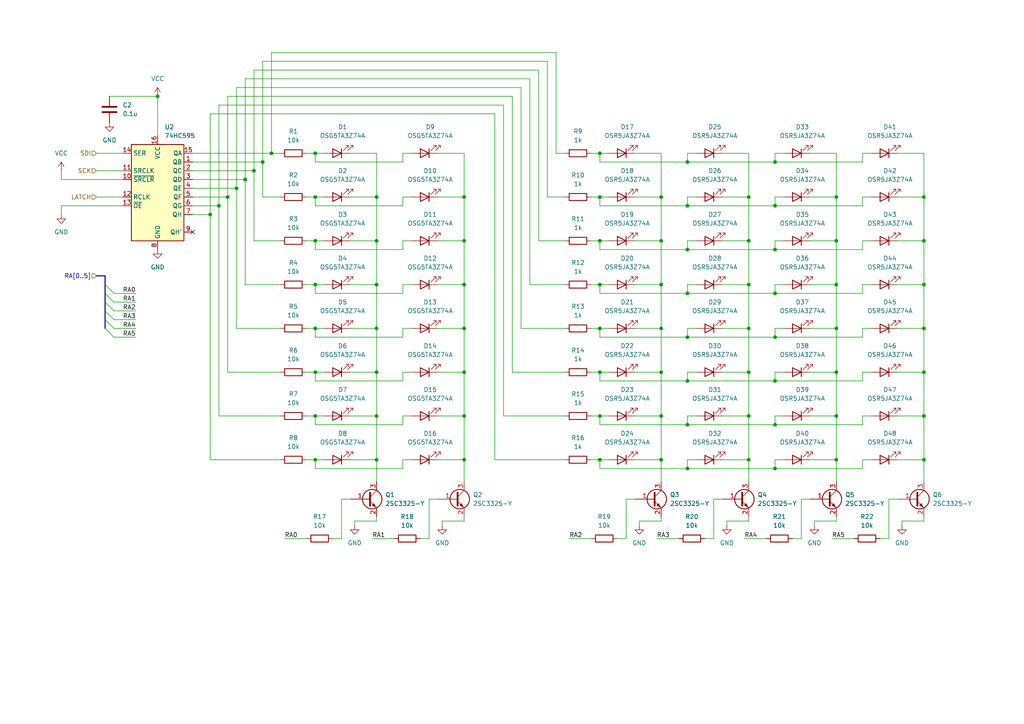
<source format=kicad_sch>
(kicad_sch (version 20211123) (generator eeschema)

  (uuid d7a39205-e901-4758-b11a-90c364c0fe2a)

  (paper "A4")

  (title_block
    (title "CalicoCPU Emulator")
    (rev "v1.0")
  )

  (lib_symbols
    (symbol "74xx:74HC595" (in_bom yes) (on_board yes)
      (property "Reference" "U" (id 0) (at -7.62 13.97 0)
        (effects (font (size 1.27 1.27)))
      )
      (property "Value" "74HC595" (id 1) (at -7.62 -16.51 0)
        (effects (font (size 1.27 1.27)))
      )
      (property "Footprint" "" (id 2) (at 0 0 0)
        (effects (font (size 1.27 1.27)) hide)
      )
      (property "Datasheet" "http://www.ti.com/lit/ds/symlink/sn74hc595.pdf" (id 3) (at 0 0 0)
        (effects (font (size 1.27 1.27)) hide)
      )
      (property "ki_keywords" "HCMOS SR 3State" (id 4) (at 0 0 0)
        (effects (font (size 1.27 1.27)) hide)
      )
      (property "ki_description" "8-bit serial in/out Shift Register 3-State Outputs" (id 5) (at 0 0 0)
        (effects (font (size 1.27 1.27)) hide)
      )
      (property "ki_fp_filters" "DIP*W7.62mm* SOIC*3.9x9.9mm*P1.27mm* TSSOP*4.4x5mm*P0.65mm* SOIC*5.3x10.2mm*P1.27mm* SOIC*7.5x10.3mm*P1.27mm*" (id 6) (at 0 0 0)
        (effects (font (size 1.27 1.27)) hide)
      )
      (symbol "74HC595_1_0"
        (pin tri_state line (at 10.16 7.62 180) (length 2.54)
          (name "QB" (effects (font (size 1.27 1.27))))
          (number "1" (effects (font (size 1.27 1.27))))
        )
        (pin input line (at -10.16 2.54 0) (length 2.54)
          (name "~{SRCLR}" (effects (font (size 1.27 1.27))))
          (number "10" (effects (font (size 1.27 1.27))))
        )
        (pin input line (at -10.16 5.08 0) (length 2.54)
          (name "SRCLK" (effects (font (size 1.27 1.27))))
          (number "11" (effects (font (size 1.27 1.27))))
        )
        (pin input line (at -10.16 -2.54 0) (length 2.54)
          (name "RCLK" (effects (font (size 1.27 1.27))))
          (number "12" (effects (font (size 1.27 1.27))))
        )
        (pin input line (at -10.16 -5.08 0) (length 2.54)
          (name "~{OE}" (effects (font (size 1.27 1.27))))
          (number "13" (effects (font (size 1.27 1.27))))
        )
        (pin input line (at -10.16 10.16 0) (length 2.54)
          (name "SER" (effects (font (size 1.27 1.27))))
          (number "14" (effects (font (size 1.27 1.27))))
        )
        (pin tri_state line (at 10.16 10.16 180) (length 2.54)
          (name "QA" (effects (font (size 1.27 1.27))))
          (number "15" (effects (font (size 1.27 1.27))))
        )
        (pin power_in line (at 0 15.24 270) (length 2.54)
          (name "VCC" (effects (font (size 1.27 1.27))))
          (number "16" (effects (font (size 1.27 1.27))))
        )
        (pin tri_state line (at 10.16 5.08 180) (length 2.54)
          (name "QC" (effects (font (size 1.27 1.27))))
          (number "2" (effects (font (size 1.27 1.27))))
        )
        (pin tri_state line (at 10.16 2.54 180) (length 2.54)
          (name "QD" (effects (font (size 1.27 1.27))))
          (number "3" (effects (font (size 1.27 1.27))))
        )
        (pin tri_state line (at 10.16 0 180) (length 2.54)
          (name "QE" (effects (font (size 1.27 1.27))))
          (number "4" (effects (font (size 1.27 1.27))))
        )
        (pin tri_state line (at 10.16 -2.54 180) (length 2.54)
          (name "QF" (effects (font (size 1.27 1.27))))
          (number "5" (effects (font (size 1.27 1.27))))
        )
        (pin tri_state line (at 10.16 -5.08 180) (length 2.54)
          (name "QG" (effects (font (size 1.27 1.27))))
          (number "6" (effects (font (size 1.27 1.27))))
        )
        (pin tri_state line (at 10.16 -7.62 180) (length 2.54)
          (name "QH" (effects (font (size 1.27 1.27))))
          (number "7" (effects (font (size 1.27 1.27))))
        )
        (pin power_in line (at 0 -17.78 90) (length 2.54)
          (name "GND" (effects (font (size 1.27 1.27))))
          (number "8" (effects (font (size 1.27 1.27))))
        )
        (pin output line (at 10.16 -12.7 180) (length 2.54)
          (name "QH'" (effects (font (size 1.27 1.27))))
          (number "9" (effects (font (size 1.27 1.27))))
        )
      )
      (symbol "74HC595_1_1"
        (rectangle (start -7.62 12.7) (end 7.62 -15.24)
          (stroke (width 0.254) (type default) (color 0 0 0 0))
          (fill (type background))
        )
      )
    )
    (symbol "Device:C" (pin_numbers hide) (pin_names (offset 0.254)) (in_bom yes) (on_board yes)
      (property "Reference" "C" (id 0) (at 0.635 2.54 0)
        (effects (font (size 1.27 1.27)) (justify left))
      )
      (property "Value" "C" (id 1) (at 0.635 -2.54 0)
        (effects (font (size 1.27 1.27)) (justify left))
      )
      (property "Footprint" "" (id 2) (at 0.9652 -3.81 0)
        (effects (font (size 1.27 1.27)) hide)
      )
      (property "Datasheet" "~" (id 3) (at 0 0 0)
        (effects (font (size 1.27 1.27)) hide)
      )
      (property "ki_keywords" "cap capacitor" (id 4) (at 0 0 0)
        (effects (font (size 1.27 1.27)) hide)
      )
      (property "ki_description" "Unpolarized capacitor" (id 5) (at 0 0 0)
        (effects (font (size 1.27 1.27)) hide)
      )
      (property "ki_fp_filters" "C_*" (id 6) (at 0 0 0)
        (effects (font (size 1.27 1.27)) hide)
      )
      (symbol "C_0_1"
        (polyline
          (pts
            (xy -2.032 -0.762)
            (xy 2.032 -0.762)
          )
          (stroke (width 0.508) (type default) (color 0 0 0 0))
          (fill (type none))
        )
        (polyline
          (pts
            (xy -2.032 0.762)
            (xy 2.032 0.762)
          )
          (stroke (width 0.508) (type default) (color 0 0 0 0))
          (fill (type none))
        )
      )
      (symbol "C_1_1"
        (pin passive line (at 0 3.81 270) (length 2.794)
          (name "~" (effects (font (size 1.27 1.27))))
          (number "1" (effects (font (size 1.27 1.27))))
        )
        (pin passive line (at 0 -3.81 90) (length 2.794)
          (name "~" (effects (font (size 1.27 1.27))))
          (number "2" (effects (font (size 1.27 1.27))))
        )
      )
    )
    (symbol "Device:LED" (pin_numbers hide) (pin_names (offset 1.016) hide) (in_bom yes) (on_board yes)
      (property "Reference" "D" (id 0) (at 0 2.54 0)
        (effects (font (size 1.27 1.27)))
      )
      (property "Value" "LED" (id 1) (at 0 -2.54 0)
        (effects (font (size 1.27 1.27)))
      )
      (property "Footprint" "" (id 2) (at 0 0 0)
        (effects (font (size 1.27 1.27)) hide)
      )
      (property "Datasheet" "~" (id 3) (at 0 0 0)
        (effects (font (size 1.27 1.27)) hide)
      )
      (property "ki_keywords" "LED diode" (id 4) (at 0 0 0)
        (effects (font (size 1.27 1.27)) hide)
      )
      (property "ki_description" "Light emitting diode" (id 5) (at 0 0 0)
        (effects (font (size 1.27 1.27)) hide)
      )
      (property "ki_fp_filters" "LED* LED_SMD:* LED_THT:*" (id 6) (at 0 0 0)
        (effects (font (size 1.27 1.27)) hide)
      )
      (symbol "LED_0_1"
        (polyline
          (pts
            (xy -1.27 -1.27)
            (xy -1.27 1.27)
          )
          (stroke (width 0.254) (type default) (color 0 0 0 0))
          (fill (type none))
        )
        (polyline
          (pts
            (xy -1.27 0)
            (xy 1.27 0)
          )
          (stroke (width 0) (type default) (color 0 0 0 0))
          (fill (type none))
        )
        (polyline
          (pts
            (xy 1.27 -1.27)
            (xy 1.27 1.27)
            (xy -1.27 0)
            (xy 1.27 -1.27)
          )
          (stroke (width 0.254) (type default) (color 0 0 0 0))
          (fill (type none))
        )
        (polyline
          (pts
            (xy -3.048 -0.762)
            (xy -4.572 -2.286)
            (xy -3.81 -2.286)
            (xy -4.572 -2.286)
            (xy -4.572 -1.524)
          )
          (stroke (width 0) (type default) (color 0 0 0 0))
          (fill (type none))
        )
        (polyline
          (pts
            (xy -1.778 -0.762)
            (xy -3.302 -2.286)
            (xy -2.54 -2.286)
            (xy -3.302 -2.286)
            (xy -3.302 -1.524)
          )
          (stroke (width 0) (type default) (color 0 0 0 0))
          (fill (type none))
        )
      )
      (symbol "LED_1_1"
        (pin passive line (at -3.81 0 0) (length 2.54)
          (name "K" (effects (font (size 1.27 1.27))))
          (number "1" (effects (font (size 1.27 1.27))))
        )
        (pin passive line (at 3.81 0 180) (length 2.54)
          (name "A" (effects (font (size 1.27 1.27))))
          (number "2" (effects (font (size 1.27 1.27))))
        )
      )
    )
    (symbol "Device:Q_NPN_BEC" (pin_names (offset 0) hide) (in_bom yes) (on_board yes)
      (property "Reference" "Q" (id 0) (at 5.08 1.27 0)
        (effects (font (size 1.27 1.27)) (justify left))
      )
      (property "Value" "Q_NPN_BEC" (id 1) (at 5.08 -1.27 0)
        (effects (font (size 1.27 1.27)) (justify left))
      )
      (property "Footprint" "" (id 2) (at 5.08 2.54 0)
        (effects (font (size 1.27 1.27)) hide)
      )
      (property "Datasheet" "~" (id 3) (at 0 0 0)
        (effects (font (size 1.27 1.27)) hide)
      )
      (property "ki_keywords" "transistor NPN" (id 4) (at 0 0 0)
        (effects (font (size 1.27 1.27)) hide)
      )
      (property "ki_description" "NPN transistor, base/emitter/collector" (id 5) (at 0 0 0)
        (effects (font (size 1.27 1.27)) hide)
      )
      (symbol "Q_NPN_BEC_0_1"
        (polyline
          (pts
            (xy 0.635 0.635)
            (xy 2.54 2.54)
          )
          (stroke (width 0) (type default) (color 0 0 0 0))
          (fill (type none))
        )
        (polyline
          (pts
            (xy 0.635 -0.635)
            (xy 2.54 -2.54)
            (xy 2.54 -2.54)
          )
          (stroke (width 0) (type default) (color 0 0 0 0))
          (fill (type none))
        )
        (polyline
          (pts
            (xy 0.635 1.905)
            (xy 0.635 -1.905)
            (xy 0.635 -1.905)
          )
          (stroke (width 0.508) (type default) (color 0 0 0 0))
          (fill (type none))
        )
        (polyline
          (pts
            (xy 1.27 -1.778)
            (xy 1.778 -1.27)
            (xy 2.286 -2.286)
            (xy 1.27 -1.778)
            (xy 1.27 -1.778)
          )
          (stroke (width 0) (type default) (color 0 0 0 0))
          (fill (type outline))
        )
        (circle (center 1.27 0) (radius 2.8194)
          (stroke (width 0.254) (type default) (color 0 0 0 0))
          (fill (type none))
        )
      )
      (symbol "Q_NPN_BEC_1_1"
        (pin input line (at -5.08 0 0) (length 5.715)
          (name "B" (effects (font (size 1.27 1.27))))
          (number "1" (effects (font (size 1.27 1.27))))
        )
        (pin passive line (at 2.54 -5.08 90) (length 2.54)
          (name "E" (effects (font (size 1.27 1.27))))
          (number "2" (effects (font (size 1.27 1.27))))
        )
        (pin passive line (at 2.54 5.08 270) (length 2.54)
          (name "C" (effects (font (size 1.27 1.27))))
          (number "3" (effects (font (size 1.27 1.27))))
        )
      )
    )
    (symbol "Device:R" (pin_numbers hide) (pin_names (offset 0)) (in_bom yes) (on_board yes)
      (property "Reference" "R" (id 0) (at 2.032 0 90)
        (effects (font (size 1.27 1.27)))
      )
      (property "Value" "R" (id 1) (at 0 0 90)
        (effects (font (size 1.27 1.27)))
      )
      (property "Footprint" "" (id 2) (at -1.778 0 90)
        (effects (font (size 1.27 1.27)) hide)
      )
      (property "Datasheet" "~" (id 3) (at 0 0 0)
        (effects (font (size 1.27 1.27)) hide)
      )
      (property "ki_keywords" "R res resistor" (id 4) (at 0 0 0)
        (effects (font (size 1.27 1.27)) hide)
      )
      (property "ki_description" "Resistor" (id 5) (at 0 0 0)
        (effects (font (size 1.27 1.27)) hide)
      )
      (property "ki_fp_filters" "R_*" (id 6) (at 0 0 0)
        (effects (font (size 1.27 1.27)) hide)
      )
      (symbol "R_0_1"
        (rectangle (start -1.016 -2.54) (end 1.016 2.54)
          (stroke (width 0.254) (type default) (color 0 0 0 0))
          (fill (type none))
        )
      )
      (symbol "R_1_1"
        (pin passive line (at 0 3.81 270) (length 1.27)
          (name "~" (effects (font (size 1.27 1.27))))
          (number "1" (effects (font (size 1.27 1.27))))
        )
        (pin passive line (at 0 -3.81 90) (length 1.27)
          (name "~" (effects (font (size 1.27 1.27))))
          (number "2" (effects (font (size 1.27 1.27))))
        )
      )
    )
    (symbol "power:GND" (power) (pin_names (offset 0)) (in_bom yes) (on_board yes)
      (property "Reference" "#PWR" (id 0) (at 0 -6.35 0)
        (effects (font (size 1.27 1.27)) hide)
      )
      (property "Value" "GND" (id 1) (at 0 -3.81 0)
        (effects (font (size 1.27 1.27)))
      )
      (property "Footprint" "" (id 2) (at 0 0 0)
        (effects (font (size 1.27 1.27)) hide)
      )
      (property "Datasheet" "" (id 3) (at 0 0 0)
        (effects (font (size 1.27 1.27)) hide)
      )
      (property "ki_keywords" "power-flag" (id 4) (at 0 0 0)
        (effects (font (size 1.27 1.27)) hide)
      )
      (property "ki_description" "Power symbol creates a global label with name \"GND\" , ground" (id 5) (at 0 0 0)
        (effects (font (size 1.27 1.27)) hide)
      )
      (symbol "GND_0_1"
        (polyline
          (pts
            (xy 0 0)
            (xy 0 -1.27)
            (xy 1.27 -1.27)
            (xy 0 -2.54)
            (xy -1.27 -1.27)
            (xy 0 -1.27)
          )
          (stroke (width 0) (type default) (color 0 0 0 0))
          (fill (type none))
        )
      )
      (symbol "GND_1_1"
        (pin power_in line (at 0 0 270) (length 0) hide
          (name "GND" (effects (font (size 1.27 1.27))))
          (number "1" (effects (font (size 1.27 1.27))))
        )
      )
    )
    (symbol "power:VCC" (power) (pin_names (offset 0)) (in_bom yes) (on_board yes)
      (property "Reference" "#PWR" (id 0) (at 0 -3.81 0)
        (effects (font (size 1.27 1.27)) hide)
      )
      (property "Value" "VCC" (id 1) (at 0 3.81 0)
        (effects (font (size 1.27 1.27)))
      )
      (property "Footprint" "" (id 2) (at 0 0 0)
        (effects (font (size 1.27 1.27)) hide)
      )
      (property "Datasheet" "" (id 3) (at 0 0 0)
        (effects (font (size 1.27 1.27)) hide)
      )
      (property "ki_keywords" "power-flag" (id 4) (at 0 0 0)
        (effects (font (size 1.27 1.27)) hide)
      )
      (property "ki_description" "Power symbol creates a global label with name \"VCC\"" (id 5) (at 0 0 0)
        (effects (font (size 1.27 1.27)) hide)
      )
      (symbol "VCC_0_1"
        (polyline
          (pts
            (xy -0.762 1.27)
            (xy 0 2.54)
          )
          (stroke (width 0) (type default) (color 0 0 0 0))
          (fill (type none))
        )
        (polyline
          (pts
            (xy 0 0)
            (xy 0 2.54)
          )
          (stroke (width 0) (type default) (color 0 0 0 0))
          (fill (type none))
        )
        (polyline
          (pts
            (xy 0 2.54)
            (xy 0.762 1.27)
          )
          (stroke (width 0) (type default) (color 0 0 0 0))
          (fill (type none))
        )
      )
      (symbol "VCC_1_1"
        (pin power_in line (at 0 0 90) (length 0) hide
          (name "VCC" (effects (font (size 1.27 1.27))))
          (number "1" (effects (font (size 1.27 1.27))))
        )
      )
    )
  )

  (junction (at 199.39 72.39) (diameter 0) (color 0 0 0 0)
    (uuid 01d72fb7-39e1-427d-93dc-aa30824d03c7)
  )
  (junction (at 66.04 57.15) (diameter 0) (color 0 0 0 0)
    (uuid 01d8727b-6161-4b21-a99d-9dab6ade8883)
  )
  (junction (at 68.58 54.61) (diameter 0) (color 0 0 0 0)
    (uuid 0337ad47-b7ee-4304-a2c0-0a60bbade01a)
  )
  (junction (at 217.17 82.55) (diameter 0) (color 0 0 0 0)
    (uuid 03bee8db-6b26-4a05-bde5-b006c9fcb914)
  )
  (junction (at 191.77 69.85) (diameter 0) (color 0 0 0 0)
    (uuid 07d78a0b-948a-4ffe-9c25-44dcb2cf1221)
  )
  (junction (at 224.79 59.69) (diameter 0) (color 0 0 0 0)
    (uuid 08891100-6be8-45a8-bf64-cea926a572e3)
  )
  (junction (at 217.17 107.95) (diameter 0) (color 0 0 0 0)
    (uuid 09254c19-918e-4a51-bde1-fccf1943942f)
  )
  (junction (at 224.79 135.89) (diameter 0) (color 0 0 0 0)
    (uuid 0b56b1c1-70c2-404b-b157-1aa06fcd09f7)
  )
  (junction (at 173.99 120.65) (diameter 0) (color 0 0 0 0)
    (uuid 0c0928b4-91c7-49ce-b7ce-b502346d4823)
  )
  (junction (at 242.57 82.55) (diameter 0) (color 0 0 0 0)
    (uuid 0eaaacb1-ad1a-463b-8433-e42cb2281b3e)
  )
  (junction (at 242.57 133.35) (diameter 0) (color 0 0 0 0)
    (uuid 0ffc1453-dc1e-408d-8216-2a635638528c)
  )
  (junction (at 199.39 110.49) (diameter 0) (color 0 0 0 0)
    (uuid 110c7ec3-315a-4aea-994e-1ac57adb6dcc)
  )
  (junction (at 109.22 69.85) (diameter 0) (color 0 0 0 0)
    (uuid 13ff6981-0e90-4f93-a452-1622ff5384d1)
  )
  (junction (at 224.79 110.49) (diameter 0) (color 0 0 0 0)
    (uuid 146bbe5a-7b19-4592-9d8e-bc124b859396)
  )
  (junction (at 191.77 82.55) (diameter 0) (color 0 0 0 0)
    (uuid 157bc8c2-c58e-40a0-8b5e-b8704a163275)
  )
  (junction (at 217.17 95.25) (diameter 0) (color 0 0 0 0)
    (uuid 1691cda6-1d06-405b-9274-df2d45d29838)
  )
  (junction (at 71.12 52.07) (diameter 0) (color 0 0 0 0)
    (uuid 1b484037-3be8-4d71-97a7-31fbf8204d77)
  )
  (junction (at 267.97 95.25) (diameter 0) (color 0 0 0 0)
    (uuid 250ef098-78a4-4a3b-b4d0-6fe1c4e76146)
  )
  (junction (at 173.99 95.25) (diameter 0) (color 0 0 0 0)
    (uuid 3256ab02-0253-41f0-a718-a7348f299b95)
  )
  (junction (at 217.17 57.15) (diameter 0) (color 0 0 0 0)
    (uuid 334d317d-a671-4f4b-b151-e18327ad500f)
  )
  (junction (at 267.97 120.65) (diameter 0) (color 0 0 0 0)
    (uuid 3403c432-a19a-47ea-9267-60e221638b6f)
  )
  (junction (at 224.79 85.09) (diameter 0) (color 0 0 0 0)
    (uuid 3e20b0a5-67ff-4ede-9cf1-dfba0aa95d43)
  )
  (junction (at 267.97 57.15) (diameter 0) (color 0 0 0 0)
    (uuid 4875dea6-2f8f-452c-b1a6-e2f8c8615b85)
  )
  (junction (at 63.5 59.69) (diameter 0) (color 0 0 0 0)
    (uuid 49499cf1-967f-4e5d-9429-511beb7ee30b)
  )
  (junction (at 134.62 120.65) (diameter 0) (color 0 0 0 0)
    (uuid 49fa7c8e-d01d-4cd0-85e9-6f838a6f1b43)
  )
  (junction (at 199.39 59.69) (diameter 0) (color 0 0 0 0)
    (uuid 4b30cd57-edab-4558-9d44-bb0ef3f6e178)
  )
  (junction (at 242.57 107.95) (diameter 0) (color 0 0 0 0)
    (uuid 4cd2fbcd-4071-48b2-84ab-db5ca6c52945)
  )
  (junction (at 242.57 120.65) (diameter 0) (color 0 0 0 0)
    (uuid 51a3b1f8-782c-4dc1-8341-18ddfa3c3ff4)
  )
  (junction (at 134.62 95.25) (diameter 0) (color 0 0 0 0)
    (uuid 531fb919-73ac-45be-ad9b-e6adc4b0d4e1)
  )
  (junction (at 109.22 107.95) (diameter 0) (color 0 0 0 0)
    (uuid 604f9ebe-9833-42d3-b902-60a13c3a8f27)
  )
  (junction (at 217.17 133.35) (diameter 0) (color 0 0 0 0)
    (uuid 65f43507-f6ac-4a95-ba61-c23da393e42d)
  )
  (junction (at 267.97 82.55) (diameter 0) (color 0 0 0 0)
    (uuid 677bab2e-78f2-4d19-84c2-dcac3dea620c)
  )
  (junction (at 173.99 44.45) (diameter 0) (color 0 0 0 0)
    (uuid 68325f5f-f677-466f-8178-14210378d81c)
  )
  (junction (at 191.77 57.15) (diameter 0) (color 0 0 0 0)
    (uuid 6845acbe-c451-4e80-8774-4d97986ca0d1)
  )
  (junction (at 134.62 133.35) (diameter 0) (color 0 0 0 0)
    (uuid 71a2d689-dd0c-4a6f-a553-de3a30545ef8)
  )
  (junction (at 224.79 97.79) (diameter 0) (color 0 0 0 0)
    (uuid 77665d78-8033-4315-9b84-dbdb26f20c30)
  )
  (junction (at 242.57 57.15) (diameter 0) (color 0 0 0 0)
    (uuid 7b64de2f-39f5-4572-a767-345fafbc1bce)
  )
  (junction (at 91.44 57.15) (diameter 0) (color 0 0 0 0)
    (uuid 83fb13e3-f90c-4b1f-ad9e-53097c80b67f)
  )
  (junction (at 45.72 27.94) (diameter 0) (color 0 0 0 0)
    (uuid 85390ac2-fb60-484b-9c5b-049267337c46)
  )
  (junction (at 173.99 69.85) (diameter 0) (color 0 0 0 0)
    (uuid 871ef077-29a0-4efe-8204-5a1cd7ceb78a)
  )
  (junction (at 173.99 107.95) (diameter 0) (color 0 0 0 0)
    (uuid 89366df8-d12e-464c-8704-46636d93b8b5)
  )
  (junction (at 224.79 72.39) (diameter 0) (color 0 0 0 0)
    (uuid 8d3db9e0-70bb-44d0-bcdd-5c9a46790f67)
  )
  (junction (at 199.39 85.09) (diameter 0) (color 0 0 0 0)
    (uuid 91c6645b-4f67-4daa-a237-9420473211d4)
  )
  (junction (at 199.39 46.99) (diameter 0) (color 0 0 0 0)
    (uuid 92ea1d85-1d6e-4050-931b-606d43f43fa1)
  )
  (junction (at 224.79 123.19) (diameter 0) (color 0 0 0 0)
    (uuid 938fb6f1-2d2d-42d6-b61d-13544020759b)
  )
  (junction (at 91.44 69.85) (diameter 0) (color 0 0 0 0)
    (uuid 94b3c245-baba-42db-865b-8c4a91959f3e)
  )
  (junction (at 173.99 133.35) (diameter 0) (color 0 0 0 0)
    (uuid 973072e7-b068-4a59-8539-19d1b626fa51)
  )
  (junction (at 199.39 97.79) (diameter 0) (color 0 0 0 0)
    (uuid 9ab8bf4d-44dc-45da-b91b-974ef83b95a1)
  )
  (junction (at 267.97 69.85) (diameter 0) (color 0 0 0 0)
    (uuid 9dd6d5ea-626c-4aaf-b9f5-5447bad6bddd)
  )
  (junction (at 109.22 120.65) (diameter 0) (color 0 0 0 0)
    (uuid a2057903-4a2d-477f-99e8-9fffdeda5317)
  )
  (junction (at 199.39 123.19) (diameter 0) (color 0 0 0 0)
    (uuid a2065492-bc25-40f2-93ec-bce6f14df813)
  )
  (junction (at 109.22 95.25) (diameter 0) (color 0 0 0 0)
    (uuid ab223bfa-717b-4f26-b88c-79c95c3927ea)
  )
  (junction (at 109.22 82.55) (diameter 0) (color 0 0 0 0)
    (uuid ace4900e-320d-4891-b5c6-c4c0dc42d670)
  )
  (junction (at 109.22 133.35) (diameter 0) (color 0 0 0 0)
    (uuid b1125d5a-bbb4-49ae-ab14-35e5f9acee23)
  )
  (junction (at 91.44 120.65) (diameter 0) (color 0 0 0 0)
    (uuid b7aba250-3c25-4cae-905e-c7b99f449a7a)
  )
  (junction (at 76.2 46.99) (diameter 0) (color 0 0 0 0)
    (uuid bb143355-19ab-4808-841c-1eae6bd4e7ab)
  )
  (junction (at 173.99 57.15) (diameter 0) (color 0 0 0 0)
    (uuid bec5f11b-d70e-4039-81df-050c985a072e)
  )
  (junction (at 134.62 107.95) (diameter 0) (color 0 0 0 0)
    (uuid c21b7789-9f30-468a-beea-dc863011e983)
  )
  (junction (at 78.74 44.45) (diameter 0) (color 0 0 0 0)
    (uuid c9ae848c-5e46-4f5e-adaa-9cce5e1d4afb)
  )
  (junction (at 242.57 69.85) (diameter 0) (color 0 0 0 0)
    (uuid ca1ae36c-701f-4572-8b87-4131dbb00bb9)
  )
  (junction (at 91.44 107.95) (diameter 0) (color 0 0 0 0)
    (uuid cbe18339-970a-4920-961e-ec508835c642)
  )
  (junction (at 73.66 49.53) (diameter 0) (color 0 0 0 0)
    (uuid cf628643-d4b0-472a-a704-2bd9f7a234f4)
  )
  (junction (at 267.97 133.35) (diameter 0) (color 0 0 0 0)
    (uuid cfef4ad0-ee15-45b5-a507-307269aff7db)
  )
  (junction (at 134.62 57.15) (diameter 0) (color 0 0 0 0)
    (uuid d234427a-24c2-4ce3-a47b-e5acaac4634c)
  )
  (junction (at 217.17 69.85) (diameter 0) (color 0 0 0 0)
    (uuid d24b2e2c-5955-4a22-886c-b364fdd6f577)
  )
  (junction (at 109.22 57.15) (diameter 0) (color 0 0 0 0)
    (uuid d5a695e7-e17b-49e7-9592-ff5fc9ffc089)
  )
  (junction (at 173.99 82.55) (diameter 0) (color 0 0 0 0)
    (uuid d5dd59f1-ea95-4d45-a33b-9fbe291b65c3)
  )
  (junction (at 91.44 82.55) (diameter 0) (color 0 0 0 0)
    (uuid d8070ef8-eaa3-4df5-b773-1786ba140063)
  )
  (junction (at 91.44 133.35) (diameter 0) (color 0 0 0 0)
    (uuid dc91779e-14e7-4c30-9252-daaa2043bac5)
  )
  (junction (at 191.77 95.25) (diameter 0) (color 0 0 0 0)
    (uuid e1063c18-a6ab-4fdc-85da-e7c63388c485)
  )
  (junction (at 134.62 69.85) (diameter 0) (color 0 0 0 0)
    (uuid e2f0c042-5ffc-4c0d-98fb-a19dde9ea69d)
  )
  (junction (at 224.79 46.99) (diameter 0) (color 0 0 0 0)
    (uuid e4b7361e-f0b1-4a06-8b95-4e105537f62b)
  )
  (junction (at 267.97 107.95) (diameter 0) (color 0 0 0 0)
    (uuid e50f5e0d-c5e9-4b5d-b74c-6ec1189eb461)
  )
  (junction (at 60.96 62.23) (diameter 0) (color 0 0 0 0)
    (uuid e5d5d679-f22b-472c-8657-aded1ae15a44)
  )
  (junction (at 191.77 120.65) (diameter 0) (color 0 0 0 0)
    (uuid e742b4a7-5655-4736-9668-63522b5d18af)
  )
  (junction (at 91.44 44.45) (diameter 0) (color 0 0 0 0)
    (uuid e8909b11-5165-4571-9987-0b7132c405aa)
  )
  (junction (at 191.77 107.95) (diameter 0) (color 0 0 0 0)
    (uuid e8e60603-cc6d-422b-b82a-ec69a56ffada)
  )
  (junction (at 242.57 95.25) (diameter 0) (color 0 0 0 0)
    (uuid ee7148b5-2800-4c08-978d-57bc021d21c7)
  )
  (junction (at 191.77 133.35) (diameter 0) (color 0 0 0 0)
    (uuid f350e39c-b232-4b67-8479-8005a46156d8)
  )
  (junction (at 134.62 82.55) (diameter 0) (color 0 0 0 0)
    (uuid fa595257-8616-44cc-8a8f-502196a0a6d7)
  )
  (junction (at 91.44 95.25) (diameter 0) (color 0 0 0 0)
    (uuid fa7e0d6a-8839-458f-be2d-f072db7e3206)
  )
  (junction (at 217.17 120.65) (diameter 0) (color 0 0 0 0)
    (uuid faf4eec2-ae9f-4298-9fb7-eee61f9ad667)
  )
  (junction (at 199.39 135.89) (diameter 0) (color 0 0 0 0)
    (uuid fd950ee0-7150-45ee-abe9-f3c1ccf96d41)
  )

  (no_connect (at 55.88 67.31) (uuid 8b4fc606-4396-496d-ac07-034946c9eb7c))

  (bus_entry (at 30.48 82.55) (size 2.54 2.54)
    (stroke (width 0) (type default) (color 0 0 0 0))
    (uuid 76bcedc0-950c-4d80-8eff-3b654da9e807)
  )
  (bus_entry (at 30.48 90.17) (size 2.54 2.54)
    (stroke (width 0) (type default) (color 0 0 0 0))
    (uuid 76bcedc0-950c-4d80-8eff-3b654da9e808)
  )
  (bus_entry (at 30.48 92.71) (size 2.54 2.54)
    (stroke (width 0) (type default) (color 0 0 0 0))
    (uuid 76bcedc0-950c-4d80-8eff-3b654da9e809)
  )
  (bus_entry (at 30.48 95.25) (size 2.54 2.54)
    (stroke (width 0) (type default) (color 0 0 0 0))
    (uuid 76bcedc0-950c-4d80-8eff-3b654da9e80a)
  )
  (bus_entry (at 30.48 87.63) (size 2.54 2.54)
    (stroke (width 0) (type default) (color 0 0 0 0))
    (uuid 76bcedc0-950c-4d80-8eff-3b654da9e80b)
  )
  (bus_entry (at 30.48 85.09) (size 2.54 2.54)
    (stroke (width 0) (type default) (color 0 0 0 0))
    (uuid 76bcedc0-950c-4d80-8eff-3b654da9e80c)
  )

  (wire (pts (xy 91.44 107.95) (xy 91.44 110.49))
    (stroke (width 0) (type default) (color 0 0 0 0))
    (uuid 0043c5fe-6409-4aed-8b54-c17e864321c9)
  )
  (wire (pts (xy 191.77 69.85) (xy 191.77 57.15))
    (stroke (width 0) (type default) (color 0 0 0 0))
    (uuid 00b238f0-5b97-43e2-ae05-042f51d53d16)
  )
  (wire (pts (xy 134.62 95.25) (xy 134.62 82.55))
    (stroke (width 0) (type default) (color 0 0 0 0))
    (uuid 00f2433d-5817-4fbb-9f29-60ce4ce344d1)
  )
  (wire (pts (xy 260.35 82.55) (xy 267.97 82.55))
    (stroke (width 0) (type default) (color 0 0 0 0))
    (uuid 013f2f73-e64b-493c-8cab-9bcd504d4916)
  )
  (wire (pts (xy 109.22 151.13) (xy 102.87 151.13))
    (stroke (width 0) (type default) (color 0 0 0 0))
    (uuid 01d8d413-75e3-4917-906f-ab85f1108f2f)
  )
  (wire (pts (xy 250.19 59.69) (xy 250.19 57.15))
    (stroke (width 0) (type default) (color 0 0 0 0))
    (uuid 01d9ad22-54f0-4d70-9e8c-87fa753adc5d)
  )
  (wire (pts (xy 109.22 107.95) (xy 109.22 95.25))
    (stroke (width 0) (type default) (color 0 0 0 0))
    (uuid 02c43081-84f0-424d-a8e2-1715b0ffc06a)
  )
  (wire (pts (xy 91.44 85.09) (xy 116.84 85.09))
    (stroke (width 0) (type default) (color 0 0 0 0))
    (uuid 039d1fec-3dce-4848-8c88-4f27cc267a32)
  )
  (bus (pts (xy 30.48 90.17) (xy 30.48 87.63))
    (stroke (width 0) (type default) (color 0 0 0 0))
    (uuid 03c3548a-f507-4e80-bc1c-fb45040cbbe2)
  )

  (wire (pts (xy 217.17 82.55) (xy 217.17 69.85))
    (stroke (width 0) (type default) (color 0 0 0 0))
    (uuid 047844b6-ae8b-4062-ac5c-9d23827b314d)
  )
  (wire (pts (xy 217.17 95.25) (xy 217.17 82.55))
    (stroke (width 0) (type default) (color 0 0 0 0))
    (uuid 0517ff11-fac3-44df-b3ba-6a88007f24d1)
  )
  (wire (pts (xy 199.39 72.39) (xy 224.79 72.39))
    (stroke (width 0) (type default) (color 0 0 0 0))
    (uuid 05f6268d-2f11-4900-8929-1bd2b0d6d845)
  )
  (wire (pts (xy 91.44 133.35) (xy 93.98 133.35))
    (stroke (width 0) (type default) (color 0 0 0 0))
    (uuid 0620ff8e-2b54-4610-abad-1e3565e8ef29)
  )
  (wire (pts (xy 173.99 133.35) (xy 173.99 135.89))
    (stroke (width 0) (type default) (color 0 0 0 0))
    (uuid 062f4bdc-5d9c-453c-bf95-5d3e264c7b14)
  )
  (wire (pts (xy 91.44 59.69) (xy 116.84 59.69))
    (stroke (width 0) (type default) (color 0 0 0 0))
    (uuid 07346c7d-4c7e-4137-953a-37b1abdae1c5)
  )
  (wire (pts (xy 91.44 82.55) (xy 91.44 85.09))
    (stroke (width 0) (type default) (color 0 0 0 0))
    (uuid 090bbedb-a4a6-41f9-9178-7071ab88925e)
  )
  (wire (pts (xy 134.62 107.95) (xy 134.62 95.25))
    (stroke (width 0) (type default) (color 0 0 0 0))
    (uuid 095b6bf4-0722-4203-bb66-6b8fa17b1988)
  )
  (wire (pts (xy 267.97 151.13) (xy 261.62 151.13))
    (stroke (width 0) (type default) (color 0 0 0 0))
    (uuid 09c985d2-d7e4-45a3-a71b-cc7ca8838676)
  )
  (wire (pts (xy 267.97 82.55) (xy 267.97 69.85))
    (stroke (width 0) (type default) (color 0 0 0 0))
    (uuid 0a01eccb-ce8d-4601-ab2b-3f03c23785b2)
  )
  (wire (pts (xy 88.9 69.85) (xy 91.44 69.85))
    (stroke (width 0) (type default) (color 0 0 0 0))
    (uuid 0aec7ce5-3a32-45fd-bf21-78aee49b727e)
  )
  (wire (pts (xy 165.1 156.21) (xy 171.45 156.21))
    (stroke (width 0) (type default) (color 0 0 0 0))
    (uuid 0b71a3d6-ab34-4890-843e-ed41ecbaeadd)
  )
  (wire (pts (xy 242.57 139.7) (xy 242.57 133.35))
    (stroke (width 0) (type default) (color 0 0 0 0))
    (uuid 0cf093bd-a4ae-4a0d-81fc-59f157e4ca04)
  )
  (wire (pts (xy 91.44 72.39) (xy 116.84 72.39))
    (stroke (width 0) (type default) (color 0 0 0 0))
    (uuid 0cf83ce4-32bb-472f-b772-dae1dc5dd3a6)
  )
  (wire (pts (xy 171.45 120.65) (xy 173.99 120.65))
    (stroke (width 0) (type default) (color 0 0 0 0))
    (uuid 0d9aa251-da02-4380-b903-40447a0e4920)
  )
  (wire (pts (xy 224.79 123.19) (xy 224.79 120.65))
    (stroke (width 0) (type default) (color 0 0 0 0))
    (uuid 0e74fac5-bf4a-4b65-aa2b-fb325b8786ce)
  )
  (wire (pts (xy 127 57.15) (xy 134.62 57.15))
    (stroke (width 0) (type default) (color 0 0 0 0))
    (uuid 0f0afbbe-7f53-4ba9-9ed3-00b615b5f744)
  )
  (wire (pts (xy 241.3 156.21) (xy 247.65 156.21))
    (stroke (width 0) (type default) (color 0 0 0 0))
    (uuid 0f8c1538-461f-4183-904f-e816d535ec8e)
  )
  (wire (pts (xy 209.55 82.55) (xy 217.17 82.55))
    (stroke (width 0) (type default) (color 0 0 0 0))
    (uuid 105389ad-7629-45f8-91d9-639ef5f33f01)
  )
  (wire (pts (xy 101.6 95.25) (xy 109.22 95.25))
    (stroke (width 0) (type default) (color 0 0 0 0))
    (uuid 109b5458-59ab-4615-b99c-cdd64c04283c)
  )
  (wire (pts (xy 173.99 82.55) (xy 173.99 85.09))
    (stroke (width 0) (type default) (color 0 0 0 0))
    (uuid 13278824-a5c9-4d98-a883-73a38beb2356)
  )
  (wire (pts (xy 81.28 69.85) (xy 73.66 69.85))
    (stroke (width 0) (type default) (color 0 0 0 0))
    (uuid 14566c4b-e224-47ca-b1a4-6bdccad77558)
  )
  (wire (pts (xy 17.78 62.23) (xy 17.78 59.69))
    (stroke (width 0) (type default) (color 0 0 0 0))
    (uuid 14fbc1cb-7f04-4720-9bf2-2ac225c64141)
  )
  (wire (pts (xy 91.44 120.65) (xy 91.44 123.19))
    (stroke (width 0) (type default) (color 0 0 0 0))
    (uuid 1543c41f-f41f-4767-a118-e3450f4b0f74)
  )
  (wire (pts (xy 116.84 95.25) (xy 119.38 95.25))
    (stroke (width 0) (type default) (color 0 0 0 0))
    (uuid 15ce2bd4-b34c-412d-bc6b-1aaf8611f3e1)
  )
  (wire (pts (xy 88.9 44.45) (xy 91.44 44.45))
    (stroke (width 0) (type default) (color 0 0 0 0))
    (uuid 16bec07c-dea9-45b0-9f96-75002416009e)
  )
  (wire (pts (xy 173.99 107.95) (xy 176.53 107.95))
    (stroke (width 0) (type default) (color 0 0 0 0))
    (uuid 17338768-a00a-46e0-b518-9628269e0672)
  )
  (wire (pts (xy 66.04 27.94) (xy 66.04 57.15))
    (stroke (width 0) (type default) (color 0 0 0 0))
    (uuid 19c836c9-b5b5-4ea4-81cc-cc3abc13f8c4)
  )
  (wire (pts (xy 257.81 144.78) (xy 257.81 156.21))
    (stroke (width 0) (type default) (color 0 0 0 0))
    (uuid 19c9d513-6d32-42b8-aa77-6bf7ec04a5c3)
  )
  (wire (pts (xy 116.84 72.39) (xy 116.84 69.85))
    (stroke (width 0) (type default) (color 0 0 0 0))
    (uuid 1a3cb0a0-417e-4eb2-a0e5-389129462eda)
  )
  (wire (pts (xy 250.19 85.09) (xy 250.19 82.55))
    (stroke (width 0) (type default) (color 0 0 0 0))
    (uuid 1a8922d3-106f-4b5e-bc90-05e516990d60)
  )
  (wire (pts (xy 250.19 69.85) (xy 252.73 69.85))
    (stroke (width 0) (type default) (color 0 0 0 0))
    (uuid 1ce39a19-275b-41bb-9d15-5f996ece2183)
  )
  (wire (pts (xy 242.57 57.15) (xy 242.57 44.45))
    (stroke (width 0) (type default) (color 0 0 0 0))
    (uuid 1d0b9c47-915a-427b-8036-ee0c26b3eb23)
  )
  (wire (pts (xy 224.79 85.09) (xy 250.19 85.09))
    (stroke (width 0) (type default) (color 0 0 0 0))
    (uuid 1dc17186-f848-4a14-b3a7-4874bfcbfb16)
  )
  (wire (pts (xy 199.39 107.95) (xy 201.93 107.95))
    (stroke (width 0) (type default) (color 0 0 0 0))
    (uuid 1dfe606b-bc51-44b0-93c5-fc72d04bef57)
  )
  (bus (pts (xy 30.48 92.71) (xy 30.48 90.17))
    (stroke (width 0) (type default) (color 0 0 0 0))
    (uuid 1f2493ca-067c-4f40-b7a4-83c6bce66dc9)
  )

  (wire (pts (xy 184.15 69.85) (xy 191.77 69.85))
    (stroke (width 0) (type default) (color 0 0 0 0))
    (uuid 1f3e4b3e-1eed-4108-8415-b778f93f5c40)
  )
  (wire (pts (xy 33.02 87.63) (xy 39.37 87.63))
    (stroke (width 0) (type default) (color 0 0 0 0))
    (uuid 215163e0-6662-4ff0-91f0-583422e6ee60)
  )
  (wire (pts (xy 267.97 95.25) (xy 267.97 82.55))
    (stroke (width 0) (type default) (color 0 0 0 0))
    (uuid 21a7ea75-ae00-44e9-a203-640cd22331a8)
  )
  (wire (pts (xy 184.15 120.65) (xy 191.77 120.65))
    (stroke (width 0) (type default) (color 0 0 0 0))
    (uuid 21de6aa6-a18f-41ba-a588-b0e15a96f709)
  )
  (wire (pts (xy 109.22 57.15) (xy 109.22 44.45))
    (stroke (width 0) (type default) (color 0 0 0 0))
    (uuid 22ff9410-e1bf-4a62-ad5c-a6166a61d00d)
  )
  (wire (pts (xy 109.22 95.25) (xy 109.22 82.55))
    (stroke (width 0) (type default) (color 0 0 0 0))
    (uuid 238688e4-a769-4c55-a840-c393b5888ce1)
  )
  (wire (pts (xy 60.96 33.02) (xy 60.96 62.23))
    (stroke (width 0) (type default) (color 0 0 0 0))
    (uuid 245ec95a-0d16-48d7-b242-3e60169251da)
  )
  (wire (pts (xy 127 82.55) (xy 134.62 82.55))
    (stroke (width 0) (type default) (color 0 0 0 0))
    (uuid 24b6943c-17cc-4c36-834d-05f57f3f7949)
  )
  (wire (pts (xy 191.77 133.35) (xy 191.77 120.65))
    (stroke (width 0) (type default) (color 0 0 0 0))
    (uuid 257cc69b-e92c-4687-b8fb-27815937b5ea)
  )
  (wire (pts (xy 33.02 85.09) (xy 39.37 85.09))
    (stroke (width 0) (type default) (color 0 0 0 0))
    (uuid 26c5f602-bba5-4aa5-9102-b8d4b8966710)
  )
  (wire (pts (xy 127 107.95) (xy 134.62 107.95))
    (stroke (width 0) (type default) (color 0 0 0 0))
    (uuid 2729661a-ff36-4a14-83c2-69587896c172)
  )
  (wire (pts (xy 68.58 25.4) (xy 151.13 25.4))
    (stroke (width 0) (type default) (color 0 0 0 0))
    (uuid 29bffdf0-20a7-4123-9ea5-82e6af756e10)
  )
  (wire (pts (xy 82.55 156.21) (xy 88.9 156.21))
    (stroke (width 0) (type default) (color 0 0 0 0))
    (uuid 29efb198-bfe3-4caa-bb9d-691d67899ba9)
  )
  (wire (pts (xy 260.35 144.78) (xy 257.81 144.78))
    (stroke (width 0) (type default) (color 0 0 0 0))
    (uuid 2a0c3385-8e17-4d3c-95ad-b0fe79f7b797)
  )
  (wire (pts (xy 27.94 49.53) (xy 35.56 49.53))
    (stroke (width 0) (type default) (color 0 0 0 0))
    (uuid 2af6c58b-e35d-4674-b5b1-248e416220eb)
  )
  (wire (pts (xy 91.44 120.65) (xy 93.98 120.65))
    (stroke (width 0) (type default) (color 0 0 0 0))
    (uuid 2c6d45dd-003e-47ae-82ec-1edc9a85fb9c)
  )
  (wire (pts (xy 260.35 69.85) (xy 267.97 69.85))
    (stroke (width 0) (type default) (color 0 0 0 0))
    (uuid 2cc97f3c-edef-47b0-af80-3e1543aa7914)
  )
  (wire (pts (xy 250.19 135.89) (xy 250.19 133.35))
    (stroke (width 0) (type default) (color 0 0 0 0))
    (uuid 2da2e624-f8aa-4181-96b9-ba8fe63c4cf2)
  )
  (wire (pts (xy 101.6 144.78) (xy 99.06 144.78))
    (stroke (width 0) (type default) (color 0 0 0 0))
    (uuid 2dc4eb25-8464-4b76-b8ba-06d0400ad407)
  )
  (wire (pts (xy 199.39 97.79) (xy 199.39 95.25))
    (stroke (width 0) (type default) (color 0 0 0 0))
    (uuid 2e229593-480f-48cd-8776-c4b460ab7e12)
  )
  (wire (pts (xy 173.99 123.19) (xy 199.39 123.19))
    (stroke (width 0) (type default) (color 0 0 0 0))
    (uuid 2e8e1c27-6bb6-423f-b866-20e1f0d72e78)
  )
  (wire (pts (xy 179.07 156.21) (xy 181.61 156.21))
    (stroke (width 0) (type default) (color 0 0 0 0))
    (uuid 2f6fe234-b653-4f41-8757-2baf1013fd96)
  )
  (wire (pts (xy 199.39 123.19) (xy 224.79 123.19))
    (stroke (width 0) (type default) (color 0 0 0 0))
    (uuid 305614c5-e1a9-408e-a471-2ee25b5c7586)
  )
  (wire (pts (xy 191.77 151.13) (xy 185.42 151.13))
    (stroke (width 0) (type default) (color 0 0 0 0))
    (uuid 30ee3527-f813-4d49-88b9-e6273358bb00)
  )
  (wire (pts (xy 250.19 57.15) (xy 252.73 57.15))
    (stroke (width 0) (type default) (color 0 0 0 0))
    (uuid 3195e0ad-8172-4c00-ac20-b5b0486bfaa6)
  )
  (wire (pts (xy 127 95.25) (xy 134.62 95.25))
    (stroke (width 0) (type default) (color 0 0 0 0))
    (uuid 3322469b-50e2-4e28-b68f-70dfea2e424d)
  )
  (wire (pts (xy 224.79 59.69) (xy 224.79 57.15))
    (stroke (width 0) (type default) (color 0 0 0 0))
    (uuid 335a46ca-663d-43cc-8ce3-ace2ab0b289b)
  )
  (wire (pts (xy 234.95 57.15) (xy 242.57 57.15))
    (stroke (width 0) (type default) (color 0 0 0 0))
    (uuid 359006d6-e23a-4994-970a-52b4531f36e6)
  )
  (wire (pts (xy 173.99 57.15) (xy 173.99 59.69))
    (stroke (width 0) (type default) (color 0 0 0 0))
    (uuid 35a4a639-0f9e-4e17-a09f-ff44a3acb20a)
  )
  (wire (pts (xy 190.5 156.21) (xy 196.85 156.21))
    (stroke (width 0) (type default) (color 0 0 0 0))
    (uuid 360167d6-8d4b-4363-a3e0-a9afebb527ba)
  )
  (bus (pts (xy 30.48 95.25) (xy 30.48 92.71))
    (stroke (width 0) (type default) (color 0 0 0 0))
    (uuid 3606f662-c421-4c36-87dd-7b38252dd95b)
  )

  (wire (pts (xy 134.62 149.86) (xy 134.62 151.13))
    (stroke (width 0) (type default) (color 0 0 0 0))
    (uuid 36566acb-fdac-4e5b-9797-3d714f1655eb)
  )
  (wire (pts (xy 146.05 30.48) (xy 146.05 120.65))
    (stroke (width 0) (type default) (color 0 0 0 0))
    (uuid 36c81f6b-5784-43ae-a66c-e9c34ffacded)
  )
  (wire (pts (xy 101.6 133.35) (xy 109.22 133.35))
    (stroke (width 0) (type default) (color 0 0 0 0))
    (uuid 373f1a11-a189-4f88-a128-642f180d13a6)
  )
  (bus (pts (xy 30.48 85.09) (xy 30.48 82.55))
    (stroke (width 0) (type default) (color 0 0 0 0))
    (uuid 3c46bd01-699c-46e9-a4e3-9cd6df0124d5)
  )

  (wire (pts (xy 88.9 57.15) (xy 91.44 57.15))
    (stroke (width 0) (type default) (color 0 0 0 0))
    (uuid 3d13ad91-a003-4aa5-b94a-48e44ab92eb6)
  )
  (wire (pts (xy 199.39 69.85) (xy 201.93 69.85))
    (stroke (width 0) (type default) (color 0 0 0 0))
    (uuid 3d52d75e-2345-41ee-b506-21b63b7ecd24)
  )
  (wire (pts (xy 242.57 133.35) (xy 242.57 120.65))
    (stroke (width 0) (type default) (color 0 0 0 0))
    (uuid 3d9842c4-ebb0-4d5e-8f85-c12104f6cfb8)
  )
  (wire (pts (xy 173.99 44.45) (xy 173.99 46.99))
    (stroke (width 0) (type default) (color 0 0 0 0))
    (uuid 3ebf55c6-fa46-4185-ac3d-ee0727fa08e7)
  )
  (wire (pts (xy 109.22 69.85) (xy 109.22 57.15))
    (stroke (width 0) (type default) (color 0 0 0 0))
    (uuid 3f881365-1920-4da7-8419-d7fc81c235d3)
  )
  (wire (pts (xy 134.62 44.45) (xy 127 44.45))
    (stroke (width 0) (type default) (color 0 0 0 0))
    (uuid 3fcd12b9-1461-4f22-9c9b-327b90c71bcb)
  )
  (wire (pts (xy 173.99 46.99) (xy 199.39 46.99))
    (stroke (width 0) (type default) (color 0 0 0 0))
    (uuid 406a7657-eec9-42ec-9cbd-cc30ae3877a7)
  )
  (wire (pts (xy 224.79 72.39) (xy 250.19 72.39))
    (stroke (width 0) (type default) (color 0 0 0 0))
    (uuid 42f81405-84bb-4e59-a00c-1cda3fa6c0be)
  )
  (wire (pts (xy 184.15 95.25) (xy 191.77 95.25))
    (stroke (width 0) (type default) (color 0 0 0 0))
    (uuid 45e52062-98d4-4c33-aeb2-736ff08f4a12)
  )
  (wire (pts (xy 76.2 17.78) (xy 76.2 46.99))
    (stroke (width 0) (type default) (color 0 0 0 0))
    (uuid 46958aae-f39d-44f2-ad64-3a042503635a)
  )
  (wire (pts (xy 116.84 82.55) (xy 119.38 82.55))
    (stroke (width 0) (type default) (color 0 0 0 0))
    (uuid 46cdc7f6-7707-4b1a-9c1c-6c75d17b1ac2)
  )
  (wire (pts (xy 184.15 133.35) (xy 191.77 133.35))
    (stroke (width 0) (type default) (color 0 0 0 0))
    (uuid 46cf3628-1b86-4f9d-92cc-012249815ec1)
  )
  (wire (pts (xy 148.59 27.94) (xy 66.04 27.94))
    (stroke (width 0) (type default) (color 0 0 0 0))
    (uuid 4a9c5723-6af4-4aa8-b6e7-7e1f5939e812)
  )
  (wire (pts (xy 234.95 69.85) (xy 242.57 69.85))
    (stroke (width 0) (type default) (color 0 0 0 0))
    (uuid 4b116e43-f464-48fa-9269-ba63047976a4)
  )
  (wire (pts (xy 199.39 110.49) (xy 199.39 107.95))
    (stroke (width 0) (type default) (color 0 0 0 0))
    (uuid 4be3e42e-e8e9-4f64-9762-7a0c8ffd239f)
  )
  (wire (pts (xy 224.79 69.85) (xy 227.33 69.85))
    (stroke (width 0) (type default) (color 0 0 0 0))
    (uuid 4d92ec6b-ddfe-452f-9753-17a7a101d10f)
  )
  (wire (pts (xy 63.5 120.65) (xy 63.5 59.69))
    (stroke (width 0) (type default) (color 0 0 0 0))
    (uuid 4db0b173-0d12-4b1c-b04b-c19385ef17da)
  )
  (wire (pts (xy 109.22 133.35) (xy 109.22 120.65))
    (stroke (width 0) (type default) (color 0 0 0 0))
    (uuid 4e7f78d4-22d9-4e9c-a3e7-ed70205f8575)
  )
  (wire (pts (xy 163.83 82.55) (xy 153.67 82.55))
    (stroke (width 0) (type default) (color 0 0 0 0))
    (uuid 4ebdbc53-b74d-4d0b-828f-93f7ebd979b9)
  )
  (wire (pts (xy 116.84 44.45) (xy 119.38 44.45))
    (stroke (width 0) (type default) (color 0 0 0 0))
    (uuid 4f269330-9d3c-4ecd-b88e-7533592703b4)
  )
  (wire (pts (xy 224.79 107.95) (xy 227.33 107.95))
    (stroke (width 0) (type default) (color 0 0 0 0))
    (uuid 501fb4d1-fea6-422a-9f30-19fd5daffccc)
  )
  (wire (pts (xy 199.39 59.69) (xy 199.39 57.15))
    (stroke (width 0) (type default) (color 0 0 0 0))
    (uuid 51c86bd0-371a-4c26-bae8-26a262721dad)
  )
  (wire (pts (xy 204.47 156.21) (xy 207.01 156.21))
    (stroke (width 0) (type default) (color 0 0 0 0))
    (uuid 531fdedc-b66e-4834-9194-d95bac394cab)
  )
  (wire (pts (xy 127 69.85) (xy 134.62 69.85))
    (stroke (width 0) (type default) (color 0 0 0 0))
    (uuid 540b459c-cbe3-439a-9906-8d9d2cc3b9f3)
  )
  (wire (pts (xy 260.35 120.65) (xy 267.97 120.65))
    (stroke (width 0) (type default) (color 0 0 0 0))
    (uuid 554d4c9c-d932-4844-83a8-096a4a3e029c)
  )
  (wire (pts (xy 199.39 85.09) (xy 199.39 82.55))
    (stroke (width 0) (type default) (color 0 0 0 0))
    (uuid 56d34fad-beda-4cb1-b538-953fa98dbe13)
  )
  (wire (pts (xy 116.84 69.85) (xy 119.38 69.85))
    (stroke (width 0) (type default) (color 0 0 0 0))
    (uuid 576a5cb4-0269-4571-9f24-86a5bd7c5b53)
  )
  (wire (pts (xy 250.19 72.39) (xy 250.19 69.85))
    (stroke (width 0) (type default) (color 0 0 0 0))
    (uuid 577e9545-ac02-48b1-932c-40a5ba73ff10)
  )
  (wire (pts (xy 173.99 95.25) (xy 173.99 97.79))
    (stroke (width 0) (type default) (color 0 0 0 0))
    (uuid 59bbd223-5fec-437c-9e67-96c70ac60f50)
  )
  (wire (pts (xy 116.84 59.69) (xy 116.84 57.15))
    (stroke (width 0) (type default) (color 0 0 0 0))
    (uuid 5a6e205a-376e-4b37-a65b-62f0ad1b2922)
  )
  (wire (pts (xy 217.17 57.15) (xy 217.17 44.45))
    (stroke (width 0) (type default) (color 0 0 0 0))
    (uuid 5a83da7c-8839-4848-8052-18252b3f77a3)
  )
  (wire (pts (xy 55.88 52.07) (xy 71.12 52.07))
    (stroke (width 0) (type default) (color 0 0 0 0))
    (uuid 5b579176-49bf-40cd-8916-240f16a75109)
  )
  (wire (pts (xy 116.84 123.19) (xy 116.84 120.65))
    (stroke (width 0) (type default) (color 0 0 0 0))
    (uuid 5b6be0f8-3766-49d8-8d1f-1649b6f9502d)
  )
  (wire (pts (xy 184.15 57.15) (xy 191.77 57.15))
    (stroke (width 0) (type default) (color 0 0 0 0))
    (uuid 5babe35a-1c29-406a-bd8f-0e2c9c205742)
  )
  (wire (pts (xy 207.01 144.78) (xy 207.01 156.21))
    (stroke (width 0) (type default) (color 0 0 0 0))
    (uuid 5c34cd35-58a8-4625-9069-37bdb345a862)
  )
  (wire (pts (xy 55.88 46.99) (xy 76.2 46.99))
    (stroke (width 0) (type default) (color 0 0 0 0))
    (uuid 5cace1d9-c74e-4b9c-be84-b8d98b61262a)
  )
  (wire (pts (xy 184.15 82.55) (xy 191.77 82.55))
    (stroke (width 0) (type default) (color 0 0 0 0))
    (uuid 5d843649-b695-45b2-98c6-8bbe94767bd3)
  )
  (wire (pts (xy 217.17 44.45) (xy 209.55 44.45))
    (stroke (width 0) (type default) (color 0 0 0 0))
    (uuid 5f9900b0-bc3e-4e09-902e-1fef6db55412)
  )
  (bus (pts (xy 30.48 82.55) (xy 30.48 80.01))
    (stroke (width 0) (type default) (color 0 0 0 0))
    (uuid 62211aef-b76c-4f26-96ab-c6582b30053d)
  )

  (wire (pts (xy 91.44 97.79) (xy 116.84 97.79))
    (stroke (width 0) (type default) (color 0 0 0 0))
    (uuid 6272eb24-4a68-4acd-8d57-df70d428596c)
  )
  (wire (pts (xy 173.99 44.45) (xy 176.53 44.45))
    (stroke (width 0) (type default) (color 0 0 0 0))
    (uuid 6292092b-9eab-4645-b83f-9f4532dcd517)
  )
  (wire (pts (xy 91.44 69.85) (xy 93.98 69.85))
    (stroke (width 0) (type default) (color 0 0 0 0))
    (uuid 62a32dcf-43d2-402e-a0cf-0be0a070d10f)
  )
  (wire (pts (xy 116.84 133.35) (xy 119.38 133.35))
    (stroke (width 0) (type default) (color 0 0 0 0))
    (uuid 63364234-5720-412d-8a26-ad890bba2867)
  )
  (wire (pts (xy 153.67 82.55) (xy 153.67 22.86))
    (stroke (width 0) (type default) (color 0 0 0 0))
    (uuid 63f54dfb-0916-4499-8d22-1b8107ed2a10)
  )
  (wire (pts (xy 101.6 57.15) (xy 109.22 57.15))
    (stroke (width 0) (type default) (color 0 0 0 0))
    (uuid 64242a59-e9f7-420f-ad04-4633fd515d17)
  )
  (wire (pts (xy 78.74 44.45) (xy 81.28 44.45))
    (stroke (width 0) (type default) (color 0 0 0 0))
    (uuid 6546b08d-8f1e-4432-b3b3-2f5da3796084)
  )
  (wire (pts (xy 163.83 57.15) (xy 158.75 57.15))
    (stroke (width 0) (type default) (color 0 0 0 0))
    (uuid 656e884f-0daa-4d27-bafc-ba5d406a80ad)
  )
  (wire (pts (xy 181.61 144.78) (xy 181.61 156.21))
    (stroke (width 0) (type default) (color 0 0 0 0))
    (uuid 67dfcd8d-7eb5-452e-81db-1ff790cb7f07)
  )
  (wire (pts (xy 73.66 49.53) (xy 55.88 49.53))
    (stroke (width 0) (type default) (color 0 0 0 0))
    (uuid 68329886-30c5-4b8e-bfa1-821a4571b744)
  )
  (wire (pts (xy 217.17 120.65) (xy 217.17 107.95))
    (stroke (width 0) (type default) (color 0 0 0 0))
    (uuid 691b17f4-9d9a-497b-a7df-2f1e68e722fa)
  )
  (wire (pts (xy 267.97 57.15) (xy 267.97 44.45))
    (stroke (width 0) (type default) (color 0 0 0 0))
    (uuid 691d4489-79fd-446d-bd90-fb58bcf8bfd3)
  )
  (wire (pts (xy 45.72 27.94) (xy 31.75 27.94))
    (stroke (width 0) (type default) (color 0 0 0 0))
    (uuid 6967b841-63fc-4d83-a402-88f9a8718397)
  )
  (wire (pts (xy 60.96 133.35) (xy 81.28 133.35))
    (stroke (width 0) (type default) (color 0 0 0 0))
    (uuid 698a8d55-ce06-449f-8c3c-4eb94041a1e2)
  )
  (wire (pts (xy 234.95 95.25) (xy 242.57 95.25))
    (stroke (width 0) (type default) (color 0 0 0 0))
    (uuid 69a172d2-75c7-427c-9e66-898caa724792)
  )
  (wire (pts (xy 224.79 135.89) (xy 250.19 135.89))
    (stroke (width 0) (type default) (color 0 0 0 0))
    (uuid 69f0df9d-00ae-4933-aa43-25521395252c)
  )
  (wire (pts (xy 185.42 151.13) (xy 185.42 152.4))
    (stroke (width 0) (type default) (color 0 0 0 0))
    (uuid 6b2581e1-a880-495a-aedf-e7f386e87160)
  )
  (wire (pts (xy 242.57 44.45) (xy 234.95 44.45))
    (stroke (width 0) (type default) (color 0 0 0 0))
    (uuid 6bb87918-a552-4d47-b212-e690f57a0a41)
  )
  (wire (pts (xy 88.9 107.95) (xy 91.44 107.95))
    (stroke (width 0) (type default) (color 0 0 0 0))
    (uuid 6bf0627b-5e8b-4ed6-8d40-7be8bc5a52c1)
  )
  (wire (pts (xy 171.45 133.35) (xy 173.99 133.35))
    (stroke (width 0) (type default) (color 0 0 0 0))
    (uuid 6c24a70e-ebff-4da3-bde7-761e1be458a7)
  )
  (wire (pts (xy 71.12 82.55) (xy 81.28 82.55))
    (stroke (width 0) (type default) (color 0 0 0 0))
    (uuid 6c8631f8-fda6-4398-aec1-1f1d415c9d08)
  )
  (wire (pts (xy 250.19 133.35) (xy 252.73 133.35))
    (stroke (width 0) (type default) (color 0 0 0 0))
    (uuid 6c94bf5a-b4a0-431c-bb3f-6aa9391b4b7f)
  )
  (wire (pts (xy 60.96 62.23) (xy 60.96 133.35))
    (stroke (width 0) (type default) (color 0 0 0 0))
    (uuid 6dafd68d-03dd-4035-977c-e4f0429f64e0)
  )
  (wire (pts (xy 91.44 123.19) (xy 116.84 123.19))
    (stroke (width 0) (type default) (color 0 0 0 0))
    (uuid 6fc77e7f-29eb-4a36-b64a-4cdfb63dbf61)
  )
  (wire (pts (xy 161.29 15.24) (xy 78.74 15.24))
    (stroke (width 0) (type default) (color 0 0 0 0))
    (uuid 6fe49b66-0a21-497d-900c-e77619c31ad5)
  )
  (wire (pts (xy 191.77 95.25) (xy 191.77 82.55))
    (stroke (width 0) (type default) (color 0 0 0 0))
    (uuid 6ffba832-010e-4a13-b46f-f38700d20e23)
  )
  (wire (pts (xy 88.9 120.65) (xy 91.44 120.65))
    (stroke (width 0) (type default) (color 0 0 0 0))
    (uuid 703eefce-a710-48f2-be7a-da4890f8f5f4)
  )
  (wire (pts (xy 173.99 69.85) (xy 176.53 69.85))
    (stroke (width 0) (type default) (color 0 0 0 0))
    (uuid 707b9f47-dade-4c85-9efe-8ea7ccefe021)
  )
  (wire (pts (xy 173.99 120.65) (xy 173.99 123.19))
    (stroke (width 0) (type default) (color 0 0 0 0))
    (uuid 7238c41f-9eed-460b-9855-015a1d9f3fc0)
  )
  (wire (pts (xy 267.97 139.7) (xy 267.97 133.35))
    (stroke (width 0) (type default) (color 0 0 0 0))
    (uuid 7284657c-b757-4cd9-b3f1-1374f217fee8)
  )
  (wire (pts (xy 199.39 85.09) (xy 224.79 85.09))
    (stroke (width 0) (type default) (color 0 0 0 0))
    (uuid 72d4e64e-e8b6-4e92-aedc-8c2273686d03)
  )
  (wire (pts (xy 173.99 59.69) (xy 199.39 59.69))
    (stroke (width 0) (type default) (color 0 0 0 0))
    (uuid 73c8e093-bf15-4181-a746-f915a5546e1d)
  )
  (wire (pts (xy 250.19 120.65) (xy 252.73 120.65))
    (stroke (width 0) (type default) (color 0 0 0 0))
    (uuid 741db55f-4bbf-4493-b2af-b6866d75d7a1)
  )
  (wire (pts (xy 107.95 156.21) (xy 114.3 156.21))
    (stroke (width 0) (type default) (color 0 0 0 0))
    (uuid 746fccf3-bf58-417a-b347-9859afe7ce23)
  )
  (wire (pts (xy 250.19 46.99) (xy 250.19 44.45))
    (stroke (width 0) (type default) (color 0 0 0 0))
    (uuid 75c32218-d78e-492f-93d6-90415638485a)
  )
  (wire (pts (xy 224.79 85.09) (xy 224.79 82.55))
    (stroke (width 0) (type default) (color 0 0 0 0))
    (uuid 760f916e-c802-4ae6-918d-901f8b1bc260)
  )
  (wire (pts (xy 134.62 120.65) (xy 134.62 107.95))
    (stroke (width 0) (type default) (color 0 0 0 0))
    (uuid 7630cf13-35e7-4ba5-bab7-ac0a02a0d191)
  )
  (wire (pts (xy 134.62 151.13) (xy 128.27 151.13))
    (stroke (width 0) (type default) (color 0 0 0 0))
    (uuid 7750abd2-6b39-4882-bf73-caf436d9ac60)
  )
  (wire (pts (xy 199.39 46.99) (xy 199.39 44.45))
    (stroke (width 0) (type default) (color 0 0 0 0))
    (uuid 77556fcb-fbad-463a-988c-23dc3f4b29fd)
  )
  (wire (pts (xy 171.45 107.95) (xy 173.99 107.95))
    (stroke (width 0) (type default) (color 0 0 0 0))
    (uuid 7885d7a9-2afa-4c4f-8bec-94f9669f1c3c)
  )
  (wire (pts (xy 191.77 149.86) (xy 191.77 151.13))
    (stroke (width 0) (type default) (color 0 0 0 0))
    (uuid 790b5340-2add-4e17-bb77-8f5097e70064)
  )
  (wire (pts (xy 191.77 57.15) (xy 191.77 44.45))
    (stroke (width 0) (type default) (color 0 0 0 0))
    (uuid 79a08729-c35b-48f4-857a-f74e82cb8789)
  )
  (wire (pts (xy 250.19 44.45) (xy 252.73 44.45))
    (stroke (width 0) (type default) (color 0 0 0 0))
    (uuid 79a8490a-5e83-479a-987a-d6037a04f2dd)
  )
  (wire (pts (xy 156.21 69.85) (xy 163.83 69.85))
    (stroke (width 0) (type default) (color 0 0 0 0))
    (uuid 7afc01be-f39b-4d92-82a5-c3c4bb96e7a1)
  )
  (wire (pts (xy 173.99 120.65) (xy 176.53 120.65))
    (stroke (width 0) (type default) (color 0 0 0 0))
    (uuid 7b1644cd-0287-442f-9941-1e04285768c3)
  )
  (wire (pts (xy 191.77 44.45) (xy 184.15 44.45))
    (stroke (width 0) (type default) (color 0 0 0 0))
    (uuid 7bb15b6e-5535-4d85-83ee-af5cb4a4cf6b)
  )
  (wire (pts (xy 127 133.35) (xy 134.62 133.35))
    (stroke (width 0) (type default) (color 0 0 0 0))
    (uuid 7bf4e218-d45a-4ecd-9ce7-1524275f2158)
  )
  (wire (pts (xy 63.5 30.48) (xy 146.05 30.48))
    (stroke (width 0) (type default) (color 0 0 0 0))
    (uuid 7c79920d-a443-4eca-bef9-54d4621de278)
  )
  (wire (pts (xy 91.44 44.45) (xy 91.44 46.99))
    (stroke (width 0) (type default) (color 0 0 0 0))
    (uuid 7d1c1ac2-e77a-43b8-b995-8c0c67c16625)
  )
  (wire (pts (xy 88.9 82.55) (xy 91.44 82.55))
    (stroke (width 0) (type default) (color 0 0 0 0))
    (uuid 7d929391-d3af-40c3-9683-04bc7af16da7)
  )
  (wire (pts (xy 163.83 107.95) (xy 148.59 107.95))
    (stroke (width 0) (type default) (color 0 0 0 0))
    (uuid 7d934cb2-5fbe-4c7b-b771-7c3e5457ba9a)
  )
  (wire (pts (xy 116.84 120.65) (xy 119.38 120.65))
    (stroke (width 0) (type default) (color 0 0 0 0))
    (uuid 7e363aca-d86d-4b2a-b2e6-2257eaf31317)
  )
  (wire (pts (xy 143.51 133.35) (xy 143.51 33.02))
    (stroke (width 0) (type default) (color 0 0 0 0))
    (uuid 7eca49ce-8b9c-41fd-b199-e0eee9d13437)
  )
  (wire (pts (xy 199.39 135.89) (xy 199.39 133.35))
    (stroke (width 0) (type default) (color 0 0 0 0))
    (uuid 7f843885-1a20-4d5e-9447-bf7f525fa6b9)
  )
  (wire (pts (xy 68.58 54.61) (xy 68.58 25.4))
    (stroke (width 0) (type default) (color 0 0 0 0))
    (uuid 7f899a24-cdc8-40b6-87b0-b1e427c2e775)
  )
  (wire (pts (xy 55.88 62.23) (xy 60.96 62.23))
    (stroke (width 0) (type default) (color 0 0 0 0))
    (uuid 7f98df5d-1e21-4f0e-bc5f-5e0488a3a041)
  )
  (wire (pts (xy 109.22 82.55) (xy 109.22 69.85))
    (stroke (width 0) (type default) (color 0 0 0 0))
    (uuid 7fa6c0f2-9fd3-4e30-b245-ed864011febc)
  )
  (wire (pts (xy 224.79 46.99) (xy 250.19 46.99))
    (stroke (width 0) (type default) (color 0 0 0 0))
    (uuid 80a507f2-2d52-4244-801a-8cc2e187a5b3)
  )
  (wire (pts (xy 163.83 44.45) (xy 161.29 44.45))
    (stroke (width 0) (type default) (color 0 0 0 0))
    (uuid 80b6e6df-ba7a-4181-b218-0c02ba2d0476)
  )
  (wire (pts (xy 224.79 110.49) (xy 224.79 107.95))
    (stroke (width 0) (type default) (color 0 0 0 0))
    (uuid 829c23f5-b985-4e89-abb5-dab2a198f4d3)
  )
  (wire (pts (xy 199.39 59.69) (xy 224.79 59.69))
    (stroke (width 0) (type default) (color 0 0 0 0))
    (uuid 836394c2-718b-4a0d-bb46-c543aab9c20e)
  )
  (wire (pts (xy 78.74 15.24) (xy 78.74 44.45))
    (stroke (width 0) (type default) (color 0 0 0 0))
    (uuid 83e086c2-d2a0-4424-bcf3-25e7f0bdd780)
  )
  (wire (pts (xy 109.22 44.45) (xy 101.6 44.45))
    (stroke (width 0) (type default) (color 0 0 0 0))
    (uuid 849030a4-dfb5-4850-9850-6fcbc0645e02)
  )
  (wire (pts (xy 250.19 95.25) (xy 252.73 95.25))
    (stroke (width 0) (type default) (color 0 0 0 0))
    (uuid 87b2d103-c4fc-46e4-b2f6-5ec02202089d)
  )
  (wire (pts (xy 260.35 95.25) (xy 267.97 95.25))
    (stroke (width 0) (type default) (color 0 0 0 0))
    (uuid 8838344d-f263-4bf7-8234-506d9a1c3943)
  )
  (wire (pts (xy 116.84 110.49) (xy 116.84 107.95))
    (stroke (width 0) (type default) (color 0 0 0 0))
    (uuid 88e1df13-c14b-4ec3-9de5-64d52dc0d426)
  )
  (wire (pts (xy 81.28 120.65) (xy 63.5 120.65))
    (stroke (width 0) (type default) (color 0 0 0 0))
    (uuid 89012de5-7c63-4b44-977f-2467167ee491)
  )
  (wire (pts (xy 153.67 22.86) (xy 71.12 22.86))
    (stroke (width 0) (type default) (color 0 0 0 0))
    (uuid 895d246b-5d1e-43dc-a95e-f674f7bd3c6e)
  )
  (wire (pts (xy 236.22 151.13) (xy 236.22 152.4))
    (stroke (width 0) (type default) (color 0 0 0 0))
    (uuid 8a169936-4a76-4e9a-bd8c-f0d4b50a0f90)
  )
  (wire (pts (xy 199.39 110.49) (xy 224.79 110.49))
    (stroke (width 0) (type default) (color 0 0 0 0))
    (uuid 8a411a42-1205-49b3-aeee-474177ed2608)
  )
  (wire (pts (xy 163.83 133.35) (xy 143.51 133.35))
    (stroke (width 0) (type default) (color 0 0 0 0))
    (uuid 8a8da646-f0a4-4f88-8715-b1178442631e)
  )
  (wire (pts (xy 191.77 120.65) (xy 191.77 107.95))
    (stroke (width 0) (type default) (color 0 0 0 0))
    (uuid 8bac2f0e-68ea-4645-ba0e-c0c83af30aa8)
  )
  (wire (pts (xy 33.02 95.25) (xy 39.37 95.25))
    (stroke (width 0) (type default) (color 0 0 0 0))
    (uuid 8c3c3807-cc09-4479-a9ec-1aa7292b194e)
  )
  (wire (pts (xy 261.62 151.13) (xy 261.62 152.4))
    (stroke (width 0) (type default) (color 0 0 0 0))
    (uuid 8c73cc75-f8a7-4049-b2d5-7956f791f211)
  )
  (wire (pts (xy 71.12 22.86) (xy 71.12 52.07))
    (stroke (width 0) (type default) (color 0 0 0 0))
    (uuid 8cb09bf2-c88d-4804-8ca5-5365d22194d4)
  )
  (wire (pts (xy 76.2 46.99) (xy 76.2 57.15))
    (stroke (width 0) (type default) (color 0 0 0 0))
    (uuid 8cde4262-2463-40e5-862a-a40d0c850e49)
  )
  (wire (pts (xy 134.62 82.55) (xy 134.62 69.85))
    (stroke (width 0) (type default) (color 0 0 0 0))
    (uuid 8de96a22-3da9-4f2a-a34e-0b03b7f8fc95)
  )
  (wire (pts (xy 171.45 95.25) (xy 173.99 95.25))
    (stroke (width 0) (type default) (color 0 0 0 0))
    (uuid 8e9b604c-14bb-4bef-a203-38ff7d454705)
  )
  (wire (pts (xy 101.6 82.55) (xy 109.22 82.55))
    (stroke (width 0) (type default) (color 0 0 0 0))
    (uuid 8f6a1d41-1a5f-41be-b5bb-17159bd0248a)
  )
  (wire (pts (xy 71.12 52.07) (xy 71.12 82.55))
    (stroke (width 0) (type default) (color 0 0 0 0))
    (uuid 8fb9c5b0-e25f-4c53-aaa5-047e8ed01d40)
  )
  (wire (pts (xy 234.95 133.35) (xy 242.57 133.35))
    (stroke (width 0) (type default) (color 0 0 0 0))
    (uuid 8ffc3509-b3da-4b1d-ac11-e4baf5e069cd)
  )
  (wire (pts (xy 171.45 44.45) (xy 173.99 44.45))
    (stroke (width 0) (type default) (color 0 0 0 0))
    (uuid 91121bec-1f29-4848-9b8a-fea0cd984d0b)
  )
  (wire (pts (xy 173.99 85.09) (xy 199.39 85.09))
    (stroke (width 0) (type default) (color 0 0 0 0))
    (uuid 916b82dd-5554-447d-8662-614fd23b731a)
  )
  (wire (pts (xy 224.79 135.89) (xy 224.79 133.35))
    (stroke (width 0) (type default) (color 0 0 0 0))
    (uuid 9217b8c8-c11b-4963-8ddc-e878a8326c3c)
  )
  (wire (pts (xy 134.62 57.15) (xy 134.62 44.45))
    (stroke (width 0) (type default) (color 0 0 0 0))
    (uuid 92fd617e-d120-49ab-875e-41ab3f1dbc44)
  )
  (wire (pts (xy 91.44 110.49) (xy 116.84 110.49))
    (stroke (width 0) (type default) (color 0 0 0 0))
    (uuid 93794770-5936-4713-80c5-a8865a5d0c16)
  )
  (wire (pts (xy 217.17 107.95) (xy 217.17 95.25))
    (stroke (width 0) (type default) (color 0 0 0 0))
    (uuid 93dfbc91-5fa7-4e53-b297-629cc035a1d9)
  )
  (bus (pts (xy 27.94 80.01) (xy 30.48 80.01))
    (stroke (width 0) (type default) (color 0 0 0 0))
    (uuid 956ab90a-3e90-4324-a7c4-e2a63f9e0c7a)
  )

  (wire (pts (xy 134.62 139.7) (xy 134.62 133.35))
    (stroke (width 0) (type default) (color 0 0 0 0))
    (uuid 960ecf26-005e-43ab-abfc-c797d0656961)
  )
  (wire (pts (xy 63.5 59.69) (xy 63.5 30.48))
    (stroke (width 0) (type default) (color 0 0 0 0))
    (uuid 9628583a-c873-4a7e-b3b0-b58121406b03)
  )
  (wire (pts (xy 124.46 144.78) (xy 124.46 156.21))
    (stroke (width 0) (type default) (color 0 0 0 0))
    (uuid 9704f7c8-8b9e-49c7-bf5f-b8746f391ffa)
  )
  (wire (pts (xy 191.77 82.55) (xy 191.77 69.85))
    (stroke (width 0) (type default) (color 0 0 0 0))
    (uuid 9793152a-8adb-4efb-858d-19f598f06bf7)
  )
  (wire (pts (xy 73.66 49.53) (xy 73.66 20.32))
    (stroke (width 0) (type default) (color 0 0 0 0))
    (uuid 98788ba7-21ed-4243-be90-6b1bf95a0766)
  )
  (wire (pts (xy 191.77 139.7) (xy 191.77 133.35))
    (stroke (width 0) (type default) (color 0 0 0 0))
    (uuid 9bcc996c-63a0-4dff-9b91-eb1f5839b5bb)
  )
  (wire (pts (xy 76.2 57.15) (xy 81.28 57.15))
    (stroke (width 0) (type default) (color 0 0 0 0))
    (uuid 9bd5cb00-a51f-4207-8097-613bbc895578)
  )
  (wire (pts (xy 81.28 95.25) (xy 68.58 95.25))
    (stroke (width 0) (type default) (color 0 0 0 0))
    (uuid 9dc96a6a-c0a1-49cb-8839-0153da4f7d99)
  )
  (wire (pts (xy 171.45 57.15) (xy 173.99 57.15))
    (stroke (width 0) (type default) (color 0 0 0 0))
    (uuid 9e88a87a-c20d-47e8-b16e-51c5f5f39e6d)
  )
  (wire (pts (xy 224.79 133.35) (xy 227.33 133.35))
    (stroke (width 0) (type default) (color 0 0 0 0))
    (uuid 9f591455-a484-4b40-810d-486f05dafdbc)
  )
  (wire (pts (xy 151.13 95.25) (xy 163.83 95.25))
    (stroke (width 0) (type default) (color 0 0 0 0))
    (uuid 9f796397-0184-4f24-b66a-72f00540890c)
  )
  (wire (pts (xy 91.44 57.15) (xy 93.98 57.15))
    (stroke (width 0) (type default) (color 0 0 0 0))
    (uuid a1b2e1f5-9f93-4d90-985d-04a0d3e04a61)
  )
  (wire (pts (xy 255.27 156.21) (xy 257.81 156.21))
    (stroke (width 0) (type default) (color 0 0 0 0))
    (uuid a237ed83-0728-4a76-98d2-6bbf15dbe126)
  )
  (wire (pts (xy 173.99 110.49) (xy 199.39 110.49))
    (stroke (width 0) (type default) (color 0 0 0 0))
    (uuid a243f87a-86bc-4934-928f-d14c3da80edc)
  )
  (wire (pts (xy 242.57 149.86) (xy 242.57 151.13))
    (stroke (width 0) (type default) (color 0 0 0 0))
    (uuid a382d16b-e69d-4ca9-a905-97d1c45751f9)
  )
  (wire (pts (xy 173.99 57.15) (xy 176.53 57.15))
    (stroke (width 0) (type default) (color 0 0 0 0))
    (uuid a42acbe2-b7c1-499b-a1ed-09bdef0e5da8)
  )
  (wire (pts (xy 173.99 82.55) (xy 176.53 82.55))
    (stroke (width 0) (type default) (color 0 0 0 0))
    (uuid a52c729e-5d61-4dd4-87da-b65a4034ff5b)
  )
  (wire (pts (xy 267.97 149.86) (xy 267.97 151.13))
    (stroke (width 0) (type default) (color 0 0 0 0))
    (uuid a54a7ee1-2d24-4e47-9d51-28bf5301eb22)
  )
  (wire (pts (xy 224.79 82.55) (xy 227.33 82.55))
    (stroke (width 0) (type default) (color 0 0 0 0))
    (uuid a56a45aa-0222-4722-a5da-a29d75ac9596)
  )
  (wire (pts (xy 250.19 123.19) (xy 250.19 120.65))
    (stroke (width 0) (type default) (color 0 0 0 0))
    (uuid a6824142-007a-436b-89ad-2ca2b39f5681)
  )
  (wire (pts (xy 209.55 69.85) (xy 217.17 69.85))
    (stroke (width 0) (type default) (color 0 0 0 0))
    (uuid a6c55bbd-572f-4d11-bd02-5a719c87a3c1)
  )
  (wire (pts (xy 116.84 135.89) (xy 116.84 133.35))
    (stroke (width 0) (type default) (color 0 0 0 0))
    (uuid ab3a9f8f-c566-4de6-9953-b7716f12945a)
  )
  (wire (pts (xy 229.87 156.21) (xy 232.41 156.21))
    (stroke (width 0) (type default) (color 0 0 0 0))
    (uuid ab9371a8-5d42-4f6b-ae9f-f0ea39538c59)
  )
  (wire (pts (xy 224.79 97.79) (xy 224.79 95.25))
    (stroke (width 0) (type default) (color 0 0 0 0))
    (uuid abdcb31b-37d7-4539-bdc8-47fa649cc6bd)
  )
  (wire (pts (xy 173.99 72.39) (xy 199.39 72.39))
    (stroke (width 0) (type default) (color 0 0 0 0))
    (uuid abfef85c-16b2-4c7a-8e8b-f249d48982e9)
  )
  (wire (pts (xy 17.78 59.69) (xy 35.56 59.69))
    (stroke (width 0) (type default) (color 0 0 0 0))
    (uuid ac1c5e67-1aea-45c5-8682-e7bf160b9449)
  )
  (wire (pts (xy 250.19 82.55) (xy 252.73 82.55))
    (stroke (width 0) (type default) (color 0 0 0 0))
    (uuid ad055157-2e9c-4983-b5be-882ad5fe8ddf)
  )
  (wire (pts (xy 91.44 82.55) (xy 93.98 82.55))
    (stroke (width 0) (type default) (color 0 0 0 0))
    (uuid afa25a4d-f0cf-4dd5-8aee-23e16fdd7fe3)
  )
  (wire (pts (xy 224.79 46.99) (xy 224.79 44.45))
    (stroke (width 0) (type default) (color 0 0 0 0))
    (uuid b087b245-246e-46ae-8270-2cb01b60fd77)
  )
  (wire (pts (xy 224.79 97.79) (xy 250.19 97.79))
    (stroke (width 0) (type default) (color 0 0 0 0))
    (uuid b0e2f2ac-0c46-45e7-9cac-dbc06b33d413)
  )
  (wire (pts (xy 173.99 95.25) (xy 176.53 95.25))
    (stroke (width 0) (type default) (color 0 0 0 0))
    (uuid b0ed4e98-6f38-4bad-80e5-fb7df14377e1)
  )
  (wire (pts (xy 267.97 120.65) (xy 267.97 107.95))
    (stroke (width 0) (type default) (color 0 0 0 0))
    (uuid b1714774-db4f-4273-a71f-5cc9890f0887)
  )
  (wire (pts (xy 199.39 46.99) (xy 224.79 46.99))
    (stroke (width 0) (type default) (color 0 0 0 0))
    (uuid b1b53ef8-a0eb-44e1-bc48-036b8513b797)
  )
  (wire (pts (xy 184.15 144.78) (xy 181.61 144.78))
    (stroke (width 0) (type default) (color 0 0 0 0))
    (uuid b1bf384a-63fd-4512-b683-bd61ba5086cc)
  )
  (wire (pts (xy 35.56 52.07) (xy 17.78 52.07))
    (stroke (width 0) (type default) (color 0 0 0 0))
    (uuid b2261b95-f21c-4ec2-8d8e-ffdfddb8f16d)
  )
  (wire (pts (xy 234.95 107.95) (xy 242.57 107.95))
    (stroke (width 0) (type default) (color 0 0 0 0))
    (uuid b29bd6d6-bb94-4389-82f4-e6fed102aa7f)
  )
  (wire (pts (xy 260.35 57.15) (xy 267.97 57.15))
    (stroke (width 0) (type default) (color 0 0 0 0))
    (uuid b2e2a5d2-804f-4146-982e-d49dc21cc3c8)
  )
  (wire (pts (xy 217.17 133.35) (xy 217.17 120.65))
    (stroke (width 0) (type default) (color 0 0 0 0))
    (uuid b319da0f-05e6-468f-aeaf-0c5b8570182e)
  )
  (wire (pts (xy 242.57 107.95) (xy 242.57 95.25))
    (stroke (width 0) (type default) (color 0 0 0 0))
    (uuid b518a870-6f1e-4bad-abe3-c2cf2c65eadc)
  )
  (wire (pts (xy 224.79 110.49) (xy 250.19 110.49))
    (stroke (width 0) (type default) (color 0 0 0 0))
    (uuid b5ef5d63-a219-488a-a7ee-5cad401af422)
  )
  (wire (pts (xy 161.29 44.45) (xy 161.29 15.24))
    (stroke (width 0) (type default) (color 0 0 0 0))
    (uuid b6d12844-0c94-4f76-a6dc-d0f8805edced)
  )
  (wire (pts (xy 199.39 57.15) (xy 201.93 57.15))
    (stroke (width 0) (type default) (color 0 0 0 0))
    (uuid b6ea9c8d-6641-4d2c-9b42-566d1feb69d9)
  )
  (wire (pts (xy 234.95 82.55) (xy 242.57 82.55))
    (stroke (width 0) (type default) (color 0 0 0 0))
    (uuid b8e88aa5-90e6-4ae9-a96f-463add08563e)
  )
  (wire (pts (xy 101.6 120.65) (xy 109.22 120.65))
    (stroke (width 0) (type default) (color 0 0 0 0))
    (uuid b9cf4d57-44f1-48fb-8600-2c20713583ef)
  )
  (wire (pts (xy 88.9 95.25) (xy 91.44 95.25))
    (stroke (width 0) (type default) (color 0 0 0 0))
    (uuid bbaac866-1e2e-4be1-9b82-b6c605e454a9)
  )
  (wire (pts (xy 234.95 120.65) (xy 242.57 120.65))
    (stroke (width 0) (type default) (color 0 0 0 0))
    (uuid bc6711d0-676f-4811-bf58-5067345c5ba6)
  )
  (wire (pts (xy 173.99 133.35) (xy 176.53 133.35))
    (stroke (width 0) (type default) (color 0 0 0 0))
    (uuid bc8864be-1065-42b0-a138-2b5d81d90964)
  )
  (wire (pts (xy 148.59 107.95) (xy 148.59 27.94))
    (stroke (width 0) (type default) (color 0 0 0 0))
    (uuid bd497dca-dfb6-42c3-8474-0c9504baec34)
  )
  (wire (pts (xy 151.13 25.4) (xy 151.13 95.25))
    (stroke (width 0) (type default) (color 0 0 0 0))
    (uuid bda13b45-9b5b-4e56-abb6-432a032c7692)
  )
  (wire (pts (xy 68.58 54.61) (xy 55.88 54.61))
    (stroke (width 0) (type default) (color 0 0 0 0))
    (uuid bdc9cbe3-838e-452a-827e-0df2d49f46b9)
  )
  (wire (pts (xy 232.41 144.78) (xy 232.41 156.21))
    (stroke (width 0) (type default) (color 0 0 0 0))
    (uuid bdd0a575-80f5-4dea-b09f-b9657c6d3cdb)
  )
  (wire (pts (xy 242.57 82.55) (xy 242.57 69.85))
    (stroke (width 0) (type default) (color 0 0 0 0))
    (uuid bde3c53c-fcd5-44cf-9ecb-1054dc3112f7)
  )
  (wire (pts (xy 224.79 57.15) (xy 227.33 57.15))
    (stroke (width 0) (type default) (color 0 0 0 0))
    (uuid bdfb7572-d566-4105-8cbb-93bf3d082997)
  )
  (wire (pts (xy 224.79 123.19) (xy 250.19 123.19))
    (stroke (width 0) (type default) (color 0 0 0 0))
    (uuid bef2bb9c-8db4-41e0-8894-377653445e79)
  )
  (wire (pts (xy 199.39 120.65) (xy 201.93 120.65))
    (stroke (width 0) (type default) (color 0 0 0 0))
    (uuid bf474b2b-8c3c-40c2-a5e9-9eea1dc4d7d9)
  )
  (wire (pts (xy 91.44 133.35) (xy 91.44 135.89))
    (stroke (width 0) (type default) (color 0 0 0 0))
    (uuid bf5ff0f4-a778-427a-92c8-fb6cda3bcf1f)
  )
  (wire (pts (xy 66.04 107.95) (xy 81.28 107.95))
    (stroke (width 0) (type default) (color 0 0 0 0))
    (uuid c00bdde9-e82d-479a-b111-94750e992133)
  )
  (wire (pts (xy 55.88 57.15) (xy 66.04 57.15))
    (stroke (width 0) (type default) (color 0 0 0 0))
    (uuid c1cfa2f6-b2fe-47dc-b97b-a6a098a037ec)
  )
  (wire (pts (xy 33.02 92.71) (xy 39.37 92.71))
    (stroke (width 0) (type default) (color 0 0 0 0))
    (uuid c2851c5d-4678-4a3f-ae12-7d71fa92abd7)
  )
  (wire (pts (xy 217.17 151.13) (xy 210.82 151.13))
    (stroke (width 0) (type default) (color 0 0 0 0))
    (uuid c37863b8-ae24-414d-8a94-f30ecbc3bc71)
  )
  (wire (pts (xy 102.87 151.13) (xy 102.87 152.4))
    (stroke (width 0) (type default) (color 0 0 0 0))
    (uuid c50f00eb-8820-4062-9e99-a35649766335)
  )
  (wire (pts (xy 199.39 123.19) (xy 199.39 120.65))
    (stroke (width 0) (type default) (color 0 0 0 0))
    (uuid c5667eba-e301-4e07-8905-9639fdfb2fc9)
  )
  (wire (pts (xy 116.84 107.95) (xy 119.38 107.95))
    (stroke (width 0) (type default) (color 0 0 0 0))
    (uuid c59d1ec5-fcf2-443d-9a18-7198287544d0)
  )
  (wire (pts (xy 116.84 85.09) (xy 116.84 82.55))
    (stroke (width 0) (type default) (color 0 0 0 0))
    (uuid c5b7deca-0579-4281-8b73-9ccb81e756f5)
  )
  (wire (pts (xy 199.39 97.79) (xy 224.79 97.79))
    (stroke (width 0) (type default) (color 0 0 0 0))
    (uuid c5f777eb-e4c0-4c01-a472-26c7eed13625)
  )
  (wire (pts (xy 91.44 95.25) (xy 93.98 95.25))
    (stroke (width 0) (type default) (color 0 0 0 0))
    (uuid c6ebe200-b188-4fdf-9934-16648fdb19d9)
  )
  (wire (pts (xy 224.79 72.39) (xy 224.79 69.85))
    (stroke (width 0) (type default) (color 0 0 0 0))
    (uuid c7223847-b3c4-4b73-9a6f-bdc909d3423b)
  )
  (wire (pts (xy 210.82 151.13) (xy 210.82 152.4))
    (stroke (width 0) (type default) (color 0 0 0 0))
    (uuid c72e01f4-69b1-4535-b416-f07963c853ac)
  )
  (wire (pts (xy 116.84 57.15) (xy 119.38 57.15))
    (stroke (width 0) (type default) (color 0 0 0 0))
    (uuid c7c81678-3484-4433-bea6-aed78154fc26)
  )
  (wire (pts (xy 91.44 135.89) (xy 116.84 135.89))
    (stroke (width 0) (type default) (color 0 0 0 0))
    (uuid c8577606-f637-41ec-b00d-fddafef820c1)
  )
  (wire (pts (xy 267.97 69.85) (xy 267.97 57.15))
    (stroke (width 0) (type default) (color 0 0 0 0))
    (uuid c901df8b-6bf5-4fbf-9743-429152f266c0)
  )
  (wire (pts (xy 55.88 44.45) (xy 78.74 44.45))
    (stroke (width 0) (type default) (color 0 0 0 0))
    (uuid ca7acbb0-f9c2-4013-8314-ef07f4e02169)
  )
  (wire (pts (xy 143.51 33.02) (xy 60.96 33.02))
    (stroke (width 0) (type default) (color 0 0 0 0))
    (uuid ca81a2e4-fbac-4618-b09b-40cf36a00ec9)
  )
  (wire (pts (xy 91.44 46.99) (xy 116.84 46.99))
    (stroke (width 0) (type default) (color 0 0 0 0))
    (uuid cbc1beb8-d0e6-43f3-888a-4a1a38584bdf)
  )
  (wire (pts (xy 109.22 149.86) (xy 109.22 151.13))
    (stroke (width 0) (type default) (color 0 0 0 0))
    (uuid cc44f2ce-b4ab-454d-8efa-847edf7c02bd)
  )
  (wire (pts (xy 17.78 52.07) (xy 17.78 49.53))
    (stroke (width 0) (type default) (color 0 0 0 0))
    (uuid cca554df-2412-45ea-b830-ad469b41305a)
  )
  (wire (pts (xy 250.19 107.95) (xy 252.73 107.95))
    (stroke (width 0) (type default) (color 0 0 0 0))
    (uuid cd42d27e-6f4a-4a8e-b31a-ff59296a675b)
  )
  (wire (pts (xy 209.55 144.78) (xy 207.01 144.78))
    (stroke (width 0) (type default) (color 0 0 0 0))
    (uuid cd4f9379-fbf8-4f84-9725-fa7e04019303)
  )
  (wire (pts (xy 68.58 95.25) (xy 68.58 54.61))
    (stroke (width 0) (type default) (color 0 0 0 0))
    (uuid cfb09c70-c366-44e5-aea4-04cc4d57478b)
  )
  (wire (pts (xy 134.62 133.35) (xy 134.62 120.65))
    (stroke (width 0) (type default) (color 0 0 0 0))
    (uuid cfd7f658-10cd-4466-9350-daafa596fcce)
  )
  (wire (pts (xy 156.21 20.32) (xy 156.21 69.85))
    (stroke (width 0) (type default) (color 0 0 0 0))
    (uuid d10dc7b0-fac6-4510-a75b-fd3ab1ccbec2)
  )
  (wire (pts (xy 66.04 57.15) (xy 66.04 107.95))
    (stroke (width 0) (type default) (color 0 0 0 0))
    (uuid d1ad6720-87ef-4c25-92da-c334bda15155)
  )
  (wire (pts (xy 116.84 97.79) (xy 116.84 95.25))
    (stroke (width 0) (type default) (color 0 0 0 0))
    (uuid d22915d8-22cd-41df-96b9-70d8e1d6a422)
  )
  (wire (pts (xy 242.57 69.85) (xy 242.57 57.15))
    (stroke (width 0) (type default) (color 0 0 0 0))
    (uuid d237e614-b282-414b-b0de-3aa368cd2735)
  )
  (wire (pts (xy 224.79 59.69) (xy 250.19 59.69))
    (stroke (width 0) (type default) (color 0 0 0 0))
    (uuid d26d11dd-32a5-466f-a0ce-9f1df93600c5)
  )
  (wire (pts (xy 88.9 133.35) (xy 91.44 133.35))
    (stroke (width 0) (type default) (color 0 0 0 0))
    (uuid d342f278-8d4f-44ea-9e35-5f4e45fd7d3f)
  )
  (wire (pts (xy 250.19 97.79) (xy 250.19 95.25))
    (stroke (width 0) (type default) (color 0 0 0 0))
    (uuid d35ce9cf-0660-4889-8232-493624f3099c)
  )
  (wire (pts (xy 101.6 107.95) (xy 109.22 107.95))
    (stroke (width 0) (type default) (color 0 0 0 0))
    (uuid d3d09613-82fe-4c7e-a971-e7a23469a3b6)
  )
  (wire (pts (xy 33.02 97.79) (xy 39.37 97.79))
    (stroke (width 0) (type default) (color 0 0 0 0))
    (uuid d3dbbc05-80b8-4c6b-9fa5-e61bb4223f4b)
  )
  (wire (pts (xy 199.39 135.89) (xy 224.79 135.89))
    (stroke (width 0) (type default) (color 0 0 0 0))
    (uuid d411cee4-20f5-453a-a8c1-de02921852d4)
  )
  (wire (pts (xy 128.27 151.13) (xy 128.27 152.4))
    (stroke (width 0) (type default) (color 0 0 0 0))
    (uuid d456d1c0-ad17-4b3c-bc22-ed5b1dcce197)
  )
  (wire (pts (xy 45.72 39.37) (xy 45.72 27.94))
    (stroke (width 0) (type default) (color 0 0 0 0))
    (uuid d4ff5d6c-20fc-49fc-b46f-729c23cb2213)
  )
  (wire (pts (xy 96.52 156.21) (xy 99.06 156.21))
    (stroke (width 0) (type default) (color 0 0 0 0))
    (uuid d564e3c9-a218-40d0-b790-97011c30ff05)
  )
  (wire (pts (xy 215.9 156.21) (xy 222.25 156.21))
    (stroke (width 0) (type default) (color 0 0 0 0))
    (uuid d74e782e-f019-4588-86cf-1aafc5a70e4a)
  )
  (wire (pts (xy 209.55 107.95) (xy 217.17 107.95))
    (stroke (width 0) (type default) (color 0 0 0 0))
    (uuid d7980044-74de-4c99-89ec-f5df5990f992)
  )
  (wire (pts (xy 146.05 120.65) (xy 163.83 120.65))
    (stroke (width 0) (type default) (color 0 0 0 0))
    (uuid d80c094b-3e70-4ace-acf4-855d4929177a)
  )
  (bus (pts (xy 30.48 87.63) (xy 30.48 85.09))
    (stroke (width 0) (type default) (color 0 0 0 0))
    (uuid d8a93389-d88a-4d59-9597-554dc119ffe2)
  )

  (wire (pts (xy 209.55 133.35) (xy 217.17 133.35))
    (stroke (width 0) (type default) (color 0 0 0 0))
    (uuid d921469f-0966-4b17-b6b8-1aff245a5f94)
  )
  (wire (pts (xy 173.99 69.85) (xy 173.99 72.39))
    (stroke (width 0) (type default) (color 0 0 0 0))
    (uuid d94e59f6-8eb7-4eef-bb4a-b48458afb2e9)
  )
  (wire (pts (xy 199.39 82.55) (xy 201.93 82.55))
    (stroke (width 0) (type default) (color 0 0 0 0))
    (uuid d9dc1ad9-f72c-4d84-8bb7-68beb484d058)
  )
  (wire (pts (xy 91.44 107.95) (xy 93.98 107.95))
    (stroke (width 0) (type default) (color 0 0 0 0))
    (uuid dacba8ac-c1a4-442e-8fd0-a87bcbdbda3f)
  )
  (wire (pts (xy 260.35 133.35) (xy 267.97 133.35))
    (stroke (width 0) (type default) (color 0 0 0 0))
    (uuid dddc0bfd-7138-43f6-89f2-5d6db93fdf36)
  )
  (wire (pts (xy 242.57 151.13) (xy 236.22 151.13))
    (stroke (width 0) (type default) (color 0 0 0 0))
    (uuid de4471d3-451c-4f7e-8bdc-b0335a8263d0)
  )
  (wire (pts (xy 91.44 95.25) (xy 91.44 97.79))
    (stroke (width 0) (type default) (color 0 0 0 0))
    (uuid df26025f-bedc-4d51-8fd7-9b763aaabb00)
  )
  (wire (pts (xy 127 120.65) (xy 134.62 120.65))
    (stroke (width 0) (type default) (color 0 0 0 0))
    (uuid e0c31c70-50aa-467e-9273-2b63ee214d6f)
  )
  (wire (pts (xy 199.39 44.45) (xy 201.93 44.45))
    (stroke (width 0) (type default) (color 0 0 0 0))
    (uuid e1dfa762-1190-4fc9-88a5-b76d1c7deff4)
  )
  (wire (pts (xy 91.44 44.45) (xy 93.98 44.45))
    (stroke (width 0) (type default) (color 0 0 0 0))
    (uuid e226ac31-c3c4-420a-b619-9000935bd76a)
  )
  (wire (pts (xy 209.55 95.25) (xy 217.17 95.25))
    (stroke (width 0) (type default) (color 0 0 0 0))
    (uuid e3603fdc-355c-4c01-b5bd-2448e4e4a152)
  )
  (wire (pts (xy 199.39 95.25) (xy 201.93 95.25))
    (stroke (width 0) (type default) (color 0 0 0 0))
    (uuid e38d30ed-3960-48f4-bf38-ba382dc44c09)
  )
  (wire (pts (xy 173.99 97.79) (xy 199.39 97.79))
    (stroke (width 0) (type default) (color 0 0 0 0))
    (uuid e3b87eac-6b7b-4ed6-a8e2-f130953353e2)
  )
  (wire (pts (xy 234.95 144.78) (xy 232.41 144.78))
    (stroke (width 0) (type default) (color 0 0 0 0))
    (uuid e4bf3e77-9cb7-4daa-b978-f09310abf0f8)
  )
  (wire (pts (xy 191.77 107.95) (xy 191.77 95.25))
    (stroke (width 0) (type default) (color 0 0 0 0))
    (uuid e5ad23dc-29cc-4877-b1ec-175a8fbdff29)
  )
  (wire (pts (xy 224.79 120.65) (xy 227.33 120.65))
    (stroke (width 0) (type default) (color 0 0 0 0))
    (uuid e5c00208-39b2-46ca-a919-6d523541fa59)
  )
  (wire (pts (xy 171.45 69.85) (xy 173.99 69.85))
    (stroke (width 0) (type default) (color 0 0 0 0))
    (uuid e64552f8-9f62-41ba-9a8c-cf1c59bf5864)
  )
  (wire (pts (xy 101.6 69.85) (xy 109.22 69.85))
    (stroke (width 0) (type default) (color 0 0 0 0))
    (uuid e6a435f1-271c-4c56-9c70-2e9935b7f005)
  )
  (wire (pts (xy 121.92 156.21) (xy 124.46 156.21))
    (stroke (width 0) (type default) (color 0 0 0 0))
    (uuid e7472c5c-7a0f-41fb-9cb6-79b983ae86ef)
  )
  (wire (pts (xy 158.75 17.78) (xy 76.2 17.78))
    (stroke (width 0) (type default) (color 0 0 0 0))
    (uuid e87f4e23-600a-4ef2-9389-109c6dafe721)
  )
  (wire (pts (xy 267.97 44.45) (xy 260.35 44.45))
    (stroke (width 0) (type default) (color 0 0 0 0))
    (uuid e8bfe4d5-1c8f-4de0-a230-4be4c655804d)
  )
  (wire (pts (xy 171.45 82.55) (xy 173.99 82.55))
    (stroke (width 0) (type default) (color 0 0 0 0))
    (uuid e8ee7487-3157-43bd-8714-f9b11b7c1656)
  )
  (wire (pts (xy 73.66 69.85) (xy 73.66 49.53))
    (stroke (width 0) (type default) (color 0 0 0 0))
    (uuid e935c406-348b-4b13-9e56-34558121b22b)
  )
  (wire (pts (xy 250.19 110.49) (xy 250.19 107.95))
    (stroke (width 0) (type default) (color 0 0 0 0))
    (uuid e9c680ac-5b45-422d-b73c-75ee5db6087d)
  )
  (wire (pts (xy 242.57 120.65) (xy 242.57 107.95))
    (stroke (width 0) (type default) (color 0 0 0 0))
    (uuid ea24064d-4840-44c3-a6d0-519e21985fe5)
  )
  (wire (pts (xy 127 144.78) (xy 124.46 144.78))
    (stroke (width 0) (type default) (color 0 0 0 0))
    (uuid ea6bbd16-5a4d-4e30-a000-c0eb1213610c)
  )
  (wire (pts (xy 33.02 90.17) (xy 39.37 90.17))
    (stroke (width 0) (type default) (color 0 0 0 0))
    (uuid ebdccb50-85f9-406f-9cdb-4b146fbb90c6)
  )
  (wire (pts (xy 27.94 44.45) (xy 35.56 44.45))
    (stroke (width 0) (type default) (color 0 0 0 0))
    (uuid ed6e3322-778b-4eb0-827a-0a4617726c0d)
  )
  (wire (pts (xy 73.66 20.32) (xy 156.21 20.32))
    (stroke (width 0) (type default) (color 0 0 0 0))
    (uuid eda15dea-0c0b-4304-a0f4-603e8a890f25)
  )
  (wire (pts (xy 134.62 69.85) (xy 134.62 57.15))
    (stroke (width 0) (type default) (color 0 0 0 0))
    (uuid ede8c0a4-d837-4b7a-8879-46a2a2c97a92)
  )
  (wire (pts (xy 209.55 120.65) (xy 217.17 120.65))
    (stroke (width 0) (type default) (color 0 0 0 0))
    (uuid ee8a2f6e-6058-47e8-8b43-7ed0f51b4910)
  )
  (wire (pts (xy 267.97 107.95) (xy 267.97 95.25))
    (stroke (width 0) (type default) (color 0 0 0 0))
    (uuid eefaff75-b652-4890-8e2b-0601d3f75db8)
  )
  (wire (pts (xy 173.99 135.89) (xy 199.39 135.89))
    (stroke (width 0) (type default) (color 0 0 0 0))
    (uuid ef90a804-8840-4f0a-b27f-20c9f35a11c0)
  )
  (wire (pts (xy 224.79 95.25) (xy 227.33 95.25))
    (stroke (width 0) (type default) (color 0 0 0 0))
    (uuid f0561f32-61cd-43b1-b5fc-ace64e0c6207)
  )
  (wire (pts (xy 242.57 95.25) (xy 242.57 82.55))
    (stroke (width 0) (type default) (color 0 0 0 0))
    (uuid f0866561-0b64-44c4-bd57-33f81bd8b096)
  )
  (wire (pts (xy 224.79 44.45) (xy 227.33 44.45))
    (stroke (width 0) (type default) (color 0 0 0 0))
    (uuid f094ecdb-dfa7-4253-b2ad-2cf106ec13b7)
  )
  (wire (pts (xy 217.17 149.86) (xy 217.17 151.13))
    (stroke (width 0) (type default) (color 0 0 0 0))
    (uuid f1ee5154-50fb-4d47-93c7-cebf806b4b00)
  )
  (wire (pts (xy 109.22 139.7) (xy 109.22 133.35))
    (stroke (width 0) (type default) (color 0 0 0 0))
    (uuid f202180d-cdba-4120-8cfc-a088211365fd)
  )
  (wire (pts (xy 217.17 69.85) (xy 217.17 57.15))
    (stroke (width 0) (type default) (color 0 0 0 0))
    (uuid f2770852-7411-471a-b9c4-1a05f56840b2)
  )
  (wire (pts (xy 158.75 57.15) (xy 158.75 17.78))
    (stroke (width 0) (type default) (color 0 0 0 0))
    (uuid f27aa994-7879-452a-b693-2d6f363cd448)
  )
  (wire (pts (xy 116.84 46.99) (xy 116.84 44.45))
    (stroke (width 0) (type default) (color 0 0 0 0))
    (uuid f2ce26ce-5cca-4e89-be1e-e8ee0be1fbe1)
  )
  (wire (pts (xy 184.15 107.95) (xy 191.77 107.95))
    (stroke (width 0) (type default) (color 0 0 0 0))
    (uuid f37b183c-b8ce-4d0f-b518-aa1fbbf6d150)
  )
  (wire (pts (xy 27.94 57.15) (xy 35.56 57.15))
    (stroke (width 0) (type default) (color 0 0 0 0))
    (uuid f38c5955-04d6-42ca-a935-84c438c12043)
  )
  (wire (pts (xy 91.44 57.15) (xy 91.44 59.69))
    (stroke (width 0) (type default) (color 0 0 0 0))
    (uuid f3c8bea9-9eee-4640-911b-6a68b8624213)
  )
  (wire (pts (xy 260.35 107.95) (xy 267.97 107.95))
    (stroke (width 0) (type default) (color 0 0 0 0))
    (uuid f3e470f3-dde6-417a-ab86-c42e1228ac8d)
  )
  (wire (pts (xy 91.44 69.85) (xy 91.44 72.39))
    (stroke (width 0) (type default) (color 0 0 0 0))
    (uuid f4c4c0bd-6566-4c8c-8fe1-90d0e2194c10)
  )
  (wire (pts (xy 99.06 144.78) (xy 99.06 156.21))
    (stroke (width 0) (type default) (color 0 0 0 0))
    (uuid f5669291-7691-4ccc-9ffb-7c5670bcaba8)
  )
  (wire (pts (xy 63.5 59.69) (xy 55.88 59.69))
    (stroke (width 0) (type default) (color 0 0 0 0))
    (uuid f61b0376-d238-4408-bd74-11f7021fd646)
  )
  (wire (pts (xy 199.39 72.39) (xy 199.39 69.85))
    (stroke (width 0) (type default) (color 0 0 0 0))
    (uuid f9076b4c-a533-4747-8ea9-7eeda8076f24)
  )
  (wire (pts (xy 209.55 57.15) (xy 217.17 57.15))
    (stroke (width 0) (type default) (color 0 0 0 0))
    (uuid f97260cc-8723-418d-8717-cec91749ed79)
  )
  (wire (pts (xy 109.22 120.65) (xy 109.22 107.95))
    (stroke (width 0) (type default) (color 0 0 0 0))
    (uuid fa78029c-e8d3-4d8a-8c65-9c0f14a18692)
  )
  (wire (pts (xy 173.99 107.95) (xy 173.99 110.49))
    (stroke (width 0) (type default) (color 0 0 0 0))
    (uuid fb0a0f91-56be-4a8e-b737-c8cd9dd801cc)
  )
  (wire (pts (xy 199.39 133.35) (xy 201.93 133.35))
    (stroke (width 0) (type default) (color 0 0 0 0))
    (uuid fd1e52a2-985d-4890-ac45-7ca7e054159c)
  )
  (wire (pts (xy 217.17 139.7) (xy 217.17 133.35))
    (stroke (width 0) (type default) (color 0 0 0 0))
    (uuid fe33dc1a-a904-4612-a5ce-87c9518aa317)
  )
  (wire (pts (xy 267.97 133.35) (xy 267.97 120.65))
    (stroke (width 0) (type default) (color 0 0 0 0))
    (uuid ffde93e3-e129-4cc3-b319-140420e62069)
  )

  (label "RA3" (at 39.37 92.71 180)
    (effects (font (size 1.27 1.27)) (justify right bottom))
    (uuid 00d25b74-74d7-45fa-a5bf-f6d8686a32c0)
  )
  (label "RA2" (at 165.1 156.21 0)
    (effects (font (size 1.27 1.27)) (justify left bottom))
    (uuid 0f0cac3f-4961-4261-8161-55e48f9fed4d)
  )
  (label "RA1" (at 39.37 87.63 180)
    (effects (font (size 1.27 1.27)) (justify right bottom))
    (uuid 177a45b0-6774-4052-a814-fe1f3ad83d82)
  )
  (label "RA2" (at 39.37 90.17 180)
    (effects (font (size 1.27 1.27)) (justify right bottom))
    (uuid 2407d7f0-b57b-4ef5-ae12-eaa79548774d)
  )
  (label "RA0" (at 39.37 85.09 180)
    (effects (font (size 1.27 1.27)) (justify right bottom))
    (uuid 3c72b02d-4f59-4ef4-b28d-14a65a460243)
  )
  (label "RA3" (at 190.5 156.21 0)
    (effects (font (size 1.27 1.27)) (justify left bottom))
    (uuid 4e8a9375-12b4-48e0-838f-98c9e7fdf81c)
  )
  (label "RA5" (at 39.37 97.79 180)
    (effects (font (size 1.27 1.27)) (justify right bottom))
    (uuid 7115f9df-2bb8-4435-bc1a-5d82f974cab3)
  )
  (label "RA0" (at 82.55 156.21 0)
    (effects (font (size 1.27 1.27)) (justify left bottom))
    (uuid bb4de877-d099-48b6-a8b3-122026db45ec)
  )
  (label "RA4" (at 39.37 95.25 180)
    (effects (font (size 1.27 1.27)) (justify right bottom))
    (uuid bed0a628-19d9-4add-b43f-91989063567e)
  )
  (label "RA5" (at 241.3 156.21 0)
    (effects (font (size 1.27 1.27)) (justify left bottom))
    (uuid d6096f34-227d-41df-acf7-389e8aeb1567)
  )
  (label "RA4" (at 215.9 156.21 0)
    (effects (font (size 1.27 1.27)) (justify left bottom))
    (uuid dd6a7f7d-76ad-4e9d-9d9b-139ae9353cd6)
  )
  (label "RA1" (at 107.95 156.21 0)
    (effects (font (size 1.27 1.27)) (justify left bottom))
    (uuid e9ebc4a0-fc7f-41eb-a7b9-e047568532cb)
  )

  (hierarchical_label "SCK" (shape input) (at 27.94 49.53 180)
    (effects (font (size 1.27 1.27)) (justify right))
    (uuid 56f72fd9-0616-40cc-9cae-86febf4af3f1)
  )
  (hierarchical_label "RA[0..5]" (shape input) (at 27.94 80.01 180)
    (effects (font (size 1.27 1.27)) (justify right))
    (uuid 90abdb1f-c9bd-4085-9a1f-8733ba427f51)
  )
  (hierarchical_label "SDI" (shape input) (at 27.94 44.45 180)
    (effects (font (size 1.27 1.27)) (justify right))
    (uuid ca8edf57-cd00-4eac-9c11-8415beb76d1f)
  )
  (hierarchical_label "LATCH" (shape input) (at 27.94 57.15 180)
    (effects (font (size 1.27 1.27)) (justify right))
    (uuid df9cc216-2708-49e1-b629-a2f415a2348b)
  )

  (symbol (lib_id "Device:R") (at 85.09 44.45 90) (unit 1)
    (in_bom yes) (on_board yes) (fields_autoplaced)
    (uuid 03b8703f-8c4d-4a6e-9c02-759290c45b88)
    (property "Reference" "R1" (id 0) (at 85.09 38.1 90))
    (property "Value" "10k" (id 1) (at 85.09 40.64 90))
    (property "Footprint" "Resistor_SMD:R_0805_2012Metric_Pad1.20x1.40mm_HandSolder" (id 2) (at 85.09 46.228 90)
      (effects (font (size 1.27 1.27)) hide)
    )
    (property "Datasheet" "~" (id 3) (at 85.09 44.45 0)
      (effects (font (size 1.27 1.27)) hide)
    )
    (pin "1" (uuid 07e161d0-cbf0-49f0-ac5f-f3e232dee338))
    (pin "2" (uuid 9499ba27-64cb-4e9e-ad47-4a1bc7e5ba9a))
  )

  (symbol (lib_id "Device:LED") (at 205.74 44.45 180) (unit 1)
    (in_bom yes) (on_board yes) (fields_autoplaced)
    (uuid 042b0b02-0412-4121-96ab-6254ac568104)
    (property "Reference" "D25" (id 0) (at 207.3275 36.83 0))
    (property "Value" "OSR5JA3Z74A" (id 1) (at 207.3275 39.37 0))
    (property "Footprint" "LED_THT:LED_D3.0mm_Clear" (id 2) (at 205.74 44.45 0)
      (effects (font (size 1.27 1.27)) hide)
    )
    (property "Datasheet" "~" (id 3) (at 205.74 44.45 0)
      (effects (font (size 1.27 1.27)) hide)
    )
    (pin "1" (uuid c7b9ce36-9f9e-4338-919b-cd1535716f45))
    (pin "2" (uuid 004026d1-91b2-4529-b2c3-725b54d54165))
  )

  (symbol (lib_id "Device:Q_NPN_BEC") (at 214.63 144.78 0) (unit 1)
    (in_bom yes) (on_board yes) (fields_autoplaced)
    (uuid 0bd70d95-e431-4fba-b0e3-184398e79d1a)
    (property "Reference" "Q4" (id 0) (at 219.71 143.5099 0)
      (effects (font (size 1.27 1.27)) (justify left))
    )
    (property "Value" "2SC3325-Y" (id 1) (at 219.71 146.0499 0)
      (effects (font (size 1.27 1.27)) (justify left))
    )
    (property "Footprint" "Package_TO_SOT_SMD:SC-59_Handsoldering" (id 2) (at 219.71 142.24 0)
      (effects (font (size 1.27 1.27)) hide)
    )
    (property "Datasheet" "~" (id 3) (at 214.63 144.78 0)
      (effects (font (size 1.27 1.27)) hide)
    )
    (pin "1" (uuid 339bdb3d-df66-40ca-a642-699d602d863b))
    (pin "2" (uuid fdcaf555-3984-417e-b1b2-9fa41b5ffa8d))
    (pin "3" (uuid 4eea055d-b2b8-4934-89f8-31b4141b8824))
  )

  (symbol (lib_id "power:GND") (at 31.75 35.56 0) (unit 1)
    (in_bom yes) (on_board yes) (fields_autoplaced)
    (uuid 0c9aad5d-5607-4af0-93b6-029af98d7cf5)
    (property "Reference" "#PWR0125" (id 0) (at 31.75 41.91 0)
      (effects (font (size 1.27 1.27)) hide)
    )
    (property "Value" "GND" (id 1) (at 31.75 40.64 0))
    (property "Footprint" "" (id 2) (at 31.75 35.56 0)
      (effects (font (size 1.27 1.27)) hide)
    )
    (property "Datasheet" "" (id 3) (at 31.75 35.56 0)
      (effects (font (size 1.27 1.27)) hide)
    )
    (pin "1" (uuid b579c924-96c1-42f8-92ce-dfcba3ddc72d))
  )

  (symbol (lib_id "power:VCC") (at 17.78 49.53 0) (unit 1)
    (in_bom yes) (on_board yes) (fields_autoplaced)
    (uuid 0d780e1e-b026-451b-a161-9c0b47964543)
    (property "Reference" "#PWR0128" (id 0) (at 17.78 53.34 0)
      (effects (font (size 1.27 1.27)) hide)
    )
    (property "Value" "VCC" (id 1) (at 17.78 44.45 0))
    (property "Footprint" "" (id 2) (at 17.78 49.53 0)
      (effects (font (size 1.27 1.27)) hide)
    )
    (property "Datasheet" "" (id 3) (at 17.78 49.53 0)
      (effects (font (size 1.27 1.27)) hide)
    )
    (pin "1" (uuid 29bf67fc-9cd6-4ea9-8c5d-5aad36591450))
  )

  (symbol (lib_id "Device:R") (at 167.64 95.25 90) (unit 1)
    (in_bom yes) (on_board yes) (fields_autoplaced)
    (uuid 10aab13e-e4ad-47a6-8ff0-06dcc5712903)
    (property "Reference" "R13" (id 0) (at 167.64 88.9 90))
    (property "Value" "1k" (id 1) (at 167.64 91.44 90))
    (property "Footprint" "Resistor_SMD:R_0805_2012Metric_Pad1.20x1.40mm_HandSolder" (id 2) (at 167.64 97.028 90)
      (effects (font (size 1.27 1.27)) hide)
    )
    (property "Datasheet" "~" (id 3) (at 167.64 95.25 0)
      (effects (font (size 1.27 1.27)) hide)
    )
    (pin "1" (uuid 9872591f-aef9-478e-8415-f00fecea84ca))
    (pin "2" (uuid c2bd3bf5-52b0-4d58-ae48-95bd966b7284))
  )

  (symbol (lib_id "Device:LED") (at 231.14 69.85 180) (unit 1)
    (in_bom yes) (on_board yes) (fields_autoplaced)
    (uuid 116b9919-a118-468a-aec9-fbed60760c63)
    (property "Reference" "D35" (id 0) (at 232.7275 62.23 0))
    (property "Value" "OSR5JA3Z74A" (id 1) (at 232.7275 64.77 0))
    (property "Footprint" "LED_THT:LED_D3.0mm_Clear" (id 2) (at 231.14 69.85 0)
      (effects (font (size 1.27 1.27)) hide)
    )
    (property "Datasheet" "~" (id 3) (at 231.14 69.85 0)
      (effects (font (size 1.27 1.27)) hide)
    )
    (pin "1" (uuid cf8e2d76-2c90-459e-b797-6edc40a27bd5))
    (pin "2" (uuid 65b4eddd-385d-4022-bea3-d05e128cf8f2))
  )

  (symbol (lib_id "Device:LED") (at 231.14 57.15 180) (unit 1)
    (in_bom yes) (on_board yes) (fields_autoplaced)
    (uuid 1527489d-dafc-49a2-8cad-587a1ebb5d37)
    (property "Reference" "D34" (id 0) (at 232.7275 49.53 0))
    (property "Value" "OSR5JA3Z74A" (id 1) (at 232.7275 52.07 0))
    (property "Footprint" "LED_THT:LED_D3.0mm_Clear" (id 2) (at 231.14 57.15 0)
      (effects (font (size 1.27 1.27)) hide)
    )
    (property "Datasheet" "~" (id 3) (at 231.14 57.15 0)
      (effects (font (size 1.27 1.27)) hide)
    )
    (pin "1" (uuid a08b6cd3-19f2-415c-9e87-ef566fa3ebd2))
    (pin "2" (uuid 4f27794c-3028-4eff-a111-6a68e0aad49a))
  )

  (symbol (lib_id "Device:Q_NPN_BEC") (at 265.43 144.78 0) (unit 1)
    (in_bom yes) (on_board yes) (fields_autoplaced)
    (uuid 175586fa-51ce-49fe-b5ca-e379ded94bc2)
    (property "Reference" "Q6" (id 0) (at 270.51 143.5099 0)
      (effects (font (size 1.27 1.27)) (justify left))
    )
    (property "Value" "2SC3325-Y" (id 1) (at 270.51 146.0499 0)
      (effects (font (size 1.27 1.27)) (justify left))
    )
    (property "Footprint" "Package_TO_SOT_SMD:SC-59_Handsoldering" (id 2) (at 270.51 142.24 0)
      (effects (font (size 1.27 1.27)) hide)
    )
    (property "Datasheet" "~" (id 3) (at 265.43 144.78 0)
      (effects (font (size 1.27 1.27)) hide)
    )
    (pin "1" (uuid 00f8024e-b776-47aa-aaa5-2e603163b927))
    (pin "2" (uuid 1b3a9236-1e32-41a4-98fe-ad92c6e94dfb))
    (pin "3" (uuid 72c10353-3c43-4cf6-b368-530a886c0c6d))
  )

  (symbol (lib_id "Device:LED") (at 256.54 120.65 180) (unit 1)
    (in_bom yes) (on_board yes) (fields_autoplaced)
    (uuid 1956ce8f-f20d-47b4-8f71-149d556c01ec)
    (property "Reference" "D47" (id 0) (at 258.1275 113.03 0))
    (property "Value" "OSR5JA3Z74A" (id 1) (at 258.1275 115.57 0))
    (property "Footprint" "LED_THT:LED_D3.0mm_Clear" (id 2) (at 256.54 120.65 0)
      (effects (font (size 1.27 1.27)) hide)
    )
    (property "Datasheet" "~" (id 3) (at 256.54 120.65 0)
      (effects (font (size 1.27 1.27)) hide)
    )
    (pin "1" (uuid 2d57ede6-4c9e-415e-b990-8f34878d15d2))
    (pin "2" (uuid 5c557b5d-9767-4d44-a49c-4942412d5d44))
  )

  (symbol (lib_id "Device:R") (at 251.46 156.21 90) (unit 1)
    (in_bom yes) (on_board yes) (fields_autoplaced)
    (uuid 19ec1a0e-116e-4039-ba8e-06462a08d26a)
    (property "Reference" "R22" (id 0) (at 251.46 149.86 90))
    (property "Value" "10k" (id 1) (at 251.46 152.4 90))
    (property "Footprint" "Resistor_SMD:R_0805_2012Metric_Pad1.20x1.40mm_HandSolder" (id 2) (at 251.46 157.988 90)
      (effects (font (size 1.27 1.27)) hide)
    )
    (property "Datasheet" "~" (id 3) (at 251.46 156.21 0)
      (effects (font (size 1.27 1.27)) hide)
    )
    (pin "1" (uuid ec214994-b115-41e0-91fc-56c1a75ac7a6))
    (pin "2" (uuid c0cfca2e-46ba-4f8a-977c-db9e63bd1388))
  )

  (symbol (lib_id "Device:R") (at 167.64 44.45 90) (unit 1)
    (in_bom yes) (on_board yes) (fields_autoplaced)
    (uuid 1a789377-6791-48c3-8779-cd57cf7629e8)
    (property "Reference" "R9" (id 0) (at 167.64 38.1 90))
    (property "Value" "1k" (id 1) (at 167.64 40.64 90))
    (property "Footprint" "Resistor_SMD:R_0805_2012Metric_Pad1.20x1.40mm_HandSolder" (id 2) (at 167.64 46.228 90)
      (effects (font (size 1.27 1.27)) hide)
    )
    (property "Datasheet" "~" (id 3) (at 167.64 44.45 0)
      (effects (font (size 1.27 1.27)) hide)
    )
    (pin "1" (uuid 1e552762-c8d8-486e-b34d-798eebb5b61a))
    (pin "2" (uuid 6f9059aa-df18-48c8-8267-55e0ab797c80))
  )

  (symbol (lib_id "Device:R") (at 226.06 156.21 90) (unit 1)
    (in_bom yes) (on_board yes) (fields_autoplaced)
    (uuid 1ace91af-e937-4af5-bbc8-f5b35848257f)
    (property "Reference" "R21" (id 0) (at 226.06 149.86 90))
    (property "Value" "10k" (id 1) (at 226.06 152.4 90))
    (property "Footprint" "Resistor_SMD:R_0805_2012Metric_Pad1.20x1.40mm_HandSolder" (id 2) (at 226.06 157.988 90)
      (effects (font (size 1.27 1.27)) hide)
    )
    (property "Datasheet" "~" (id 3) (at 226.06 156.21 0)
      (effects (font (size 1.27 1.27)) hide)
    )
    (pin "1" (uuid e8406272-5677-479d-89da-853f85e32e9b))
    (pin "2" (uuid 5dda0baa-459a-4565-85de-56852a319a53))
  )

  (symbol (lib_id "Device:LED") (at 97.79 82.55 180) (unit 1)
    (in_bom yes) (on_board yes) (fields_autoplaced)
    (uuid 203db1ae-96b7-45b3-b7aa-839a27d30b37)
    (property "Reference" "D4" (id 0) (at 99.3775 74.93 0))
    (property "Value" "OSG5TA3Z74A" (id 1) (at 99.3775 77.47 0))
    (property "Footprint" "LED_THT:LED_D3.0mm_Clear" (id 2) (at 97.79 82.55 0)
      (effects (font (size 1.27 1.27)) hide)
    )
    (property "Datasheet" "~" (id 3) (at 97.79 82.55 0)
      (effects (font (size 1.27 1.27)) hide)
    )
    (pin "1" (uuid 0e4a76fd-e642-4ea6-99e0-b5f1cbc374a0))
    (pin "2" (uuid faca4a67-4b23-4c35-a280-22afc81d4bf4))
  )

  (symbol (lib_id "Device:R") (at 85.09 120.65 90) (unit 1)
    (in_bom yes) (on_board yes) (fields_autoplaced)
    (uuid 2161efc8-b226-44b3-9ad4-f73f110ce2c4)
    (property "Reference" "R7" (id 0) (at 85.09 114.3 90))
    (property "Value" "10k" (id 1) (at 85.09 116.84 90))
    (property "Footprint" "Resistor_SMD:R_0805_2012Metric_Pad1.20x1.40mm_HandSolder" (id 2) (at 85.09 122.428 90)
      (effects (font (size 1.27 1.27)) hide)
    )
    (property "Datasheet" "~" (id 3) (at 85.09 120.65 0)
      (effects (font (size 1.27 1.27)) hide)
    )
    (pin "1" (uuid f5e5311d-683b-4efa-9484-f8afe5d2abd2))
    (pin "2" (uuid c04d48ea-d0c6-4653-81d9-33c4860cdd26))
  )

  (symbol (lib_id "Device:LED") (at 97.79 57.15 180) (unit 1)
    (in_bom yes) (on_board yes) (fields_autoplaced)
    (uuid 2aee1270-7a2a-4504-9114-fe4b882d6d33)
    (property "Reference" "D2" (id 0) (at 99.3775 49.53 0))
    (property "Value" "OSG5TA3Z74A" (id 1) (at 99.3775 52.07 0))
    (property "Footprint" "LED_THT:LED_D3.0mm_Clear" (id 2) (at 97.79 57.15 0)
      (effects (font (size 1.27 1.27)) hide)
    )
    (property "Datasheet" "~" (id 3) (at 97.79 57.15 0)
      (effects (font (size 1.27 1.27)) hide)
    )
    (pin "1" (uuid f76edcff-9d52-4b06-825a-74f236e8476f))
    (pin "2" (uuid da19104c-3120-475e-9eec-900f6fcc8ed8))
  )

  (symbol (lib_id "Device:LED") (at 123.19 133.35 180) (unit 1)
    (in_bom yes) (on_board yes) (fields_autoplaced)
    (uuid 2af36ac0-809b-45f6-b3e8-a037aca66bff)
    (property "Reference" "D16" (id 0) (at 124.7775 125.73 0))
    (property "Value" "OSG5TA3Z74A" (id 1) (at 124.7775 128.27 0))
    (property "Footprint" "LED_THT:LED_D3.0mm_Clear" (id 2) (at 123.19 133.35 0)
      (effects (font (size 1.27 1.27)) hide)
    )
    (property "Datasheet" "~" (id 3) (at 123.19 133.35 0)
      (effects (font (size 1.27 1.27)) hide)
    )
    (pin "1" (uuid f6eda3aa-6a1c-4f8d-98a6-88b0bda035ab))
    (pin "2" (uuid fad4551d-1780-4315-99fb-0d81df2d84c4))
  )

  (symbol (lib_id "Device:LED") (at 231.14 82.55 180) (unit 1)
    (in_bom yes) (on_board yes) (fields_autoplaced)
    (uuid 3616b39e-f49d-4535-817a-f426c69cf8dc)
    (property "Reference" "D36" (id 0) (at 232.7275 74.93 0))
    (property "Value" "OSR5JA3Z74A" (id 1) (at 232.7275 77.47 0))
    (property "Footprint" "LED_THT:LED_D3.0mm_Clear" (id 2) (at 231.14 82.55 0)
      (effects (font (size 1.27 1.27)) hide)
    )
    (property "Datasheet" "~" (id 3) (at 231.14 82.55 0)
      (effects (font (size 1.27 1.27)) hide)
    )
    (pin "1" (uuid 30ac13df-4012-45a2-9fc5-2b4288465e1c))
    (pin "2" (uuid c2a973e8-9038-44ef-982f-f07f82d27743))
  )

  (symbol (lib_id "power:GND") (at 261.62 152.4 0) (unit 1)
    (in_bom yes) (on_board yes) (fields_autoplaced)
    (uuid 3643f91b-f201-49f6-a2cc-21d0612b223e)
    (property "Reference" "#PWR0131" (id 0) (at 261.62 158.75 0)
      (effects (font (size 1.27 1.27)) hide)
    )
    (property "Value" "GND" (id 1) (at 261.62 157.48 0))
    (property "Footprint" "" (id 2) (at 261.62 152.4 0)
      (effects (font (size 1.27 1.27)) hide)
    )
    (property "Datasheet" "" (id 3) (at 261.62 152.4 0)
      (effects (font (size 1.27 1.27)) hide)
    )
    (pin "1" (uuid 2fba2f2c-b019-41de-bdef-2ce2feb2dea0))
  )

  (symbol (lib_id "Device:R") (at 85.09 57.15 90) (unit 1)
    (in_bom yes) (on_board yes) (fields_autoplaced)
    (uuid 36e39d1d-7725-4f53-b7f7-ae19763c9408)
    (property "Reference" "R2" (id 0) (at 85.09 50.8 90))
    (property "Value" "10k" (id 1) (at 85.09 53.34 90))
    (property "Footprint" "Resistor_SMD:R_0805_2012Metric_Pad1.20x1.40mm_HandSolder" (id 2) (at 85.09 58.928 90)
      (effects (font (size 1.27 1.27)) hide)
    )
    (property "Datasheet" "~" (id 3) (at 85.09 57.15 0)
      (effects (font (size 1.27 1.27)) hide)
    )
    (pin "1" (uuid f1fffb25-3482-4052-b132-d995b34b2d2b))
    (pin "2" (uuid 8fda6e7a-f993-46c8-b6ea-2d35b0c4f9bf))
  )

  (symbol (lib_id "Device:LED") (at 180.34 107.95 180) (unit 1)
    (in_bom yes) (on_board yes) (fields_autoplaced)
    (uuid 3844593b-a26e-44df-9299-d7bfbb6eaf10)
    (property "Reference" "D22" (id 0) (at 181.9275 100.33 0))
    (property "Value" "OSR5JA3Z74A" (id 1) (at 181.9275 102.87 0))
    (property "Footprint" "LED_THT:LED_D3.0mm_Clear" (id 2) (at 180.34 107.95 0)
      (effects (font (size 1.27 1.27)) hide)
    )
    (property "Datasheet" "~" (id 3) (at 180.34 107.95 0)
      (effects (font (size 1.27 1.27)) hide)
    )
    (pin "1" (uuid 05299c18-3d50-4a8c-b59c-15e04b8d95fe))
    (pin "2" (uuid 0ba3c952-3dbe-49fd-8679-d46181f18d0e))
  )

  (symbol (lib_id "Device:LED") (at 205.74 82.55 180) (unit 1)
    (in_bom yes) (on_board yes) (fields_autoplaced)
    (uuid 3d2552ee-e26c-4e03-adb5-3583c6e93d42)
    (property "Reference" "D28" (id 0) (at 207.3275 74.93 0))
    (property "Value" "OSR5JA3Z74A" (id 1) (at 207.3275 77.47 0))
    (property "Footprint" "LED_THT:LED_D3.0mm_Clear" (id 2) (at 205.74 82.55 0)
      (effects (font (size 1.27 1.27)) hide)
    )
    (property "Datasheet" "~" (id 3) (at 205.74 82.55 0)
      (effects (font (size 1.27 1.27)) hide)
    )
    (pin "1" (uuid 16e055ba-61c9-4eb1-a914-d6ebc7c3ed86))
    (pin "2" (uuid bb120546-eb4b-4b71-979e-38b8cee2009e))
  )

  (symbol (lib_id "Device:LED") (at 180.34 95.25 180) (unit 1)
    (in_bom yes) (on_board yes) (fields_autoplaced)
    (uuid 3e6f69e0-5ff8-4c74-beff-532c2c717a1a)
    (property "Reference" "D21" (id 0) (at 181.9275 87.63 0))
    (property "Value" "OSR5JA3Z74A" (id 1) (at 181.9275 90.17 0))
    (property "Footprint" "LED_THT:LED_D3.0mm_Clear" (id 2) (at 180.34 95.25 0)
      (effects (font (size 1.27 1.27)) hide)
    )
    (property "Datasheet" "~" (id 3) (at 180.34 95.25 0)
      (effects (font (size 1.27 1.27)) hide)
    )
    (pin "1" (uuid d396365e-f4b5-4d45-ac58-9805f49f8b33))
    (pin "2" (uuid b98591c6-7861-4d3c-bc84-f0903f9b4ec1))
  )

  (symbol (lib_id "Device:LED") (at 205.74 107.95 180) (unit 1)
    (in_bom yes) (on_board yes) (fields_autoplaced)
    (uuid 3fc4a871-1dc1-4d94-a2c2-9c6649538427)
    (property "Reference" "D30" (id 0) (at 207.3275 100.33 0))
    (property "Value" "OSR5JA3Z74A" (id 1) (at 207.3275 102.87 0))
    (property "Footprint" "LED_THT:LED_D3.0mm_Clear" (id 2) (at 205.74 107.95 0)
      (effects (font (size 1.27 1.27)) hide)
    )
    (property "Datasheet" "~" (id 3) (at 205.74 107.95 0)
      (effects (font (size 1.27 1.27)) hide)
    )
    (pin "1" (uuid e4d282fa-2520-4500-a7ac-dae2618bcb10))
    (pin "2" (uuid 611501dd-6b4b-46fa-9895-c7289a822130))
  )

  (symbol (lib_id "Device:LED") (at 205.74 95.25 180) (unit 1)
    (in_bom yes) (on_board yes) (fields_autoplaced)
    (uuid 3fd74365-62cb-448c-ac8d-8a6719f24b6c)
    (property "Reference" "D29" (id 0) (at 207.3275 87.63 0))
    (property "Value" "OSR5JA3Z74A" (id 1) (at 207.3275 90.17 0))
    (property "Footprint" "LED_THT:LED_D3.0mm_Clear" (id 2) (at 205.74 95.25 0)
      (effects (font (size 1.27 1.27)) hide)
    )
    (property "Datasheet" "~" (id 3) (at 205.74 95.25 0)
      (effects (font (size 1.27 1.27)) hide)
    )
    (pin "1" (uuid ee1f69ad-5f36-4f24-9e2f-e23164de1e53))
    (pin "2" (uuid bea561b0-9add-4509-b451-030961a452fa))
  )

  (symbol (lib_id "Device:LED") (at 97.79 107.95 180) (unit 1)
    (in_bom yes) (on_board yes) (fields_autoplaced)
    (uuid 3ffb63a9-0475-4fe3-9691-afd31b52d600)
    (property "Reference" "D6" (id 0) (at 99.3775 100.33 0))
    (property "Value" "OSG5TA3Z74A" (id 1) (at 99.3775 102.87 0))
    (property "Footprint" "LED_THT:LED_D3.0mm_Clear" (id 2) (at 97.79 107.95 0)
      (effects (font (size 1.27 1.27)) hide)
    )
    (property "Datasheet" "~" (id 3) (at 97.79 107.95 0)
      (effects (font (size 1.27 1.27)) hide)
    )
    (pin "1" (uuid 52303067-f01b-44d0-b70d-3ca934feb1b5))
    (pin "2" (uuid 42d9a153-e6a4-4f5a-b041-f05bf082436b))
  )

  (symbol (lib_id "Device:LED") (at 123.19 44.45 180) (unit 1)
    (in_bom yes) (on_board yes) (fields_autoplaced)
    (uuid 400c1bdc-5dab-4f13-b999-2404e14b1891)
    (property "Reference" "D9" (id 0) (at 124.7775 36.83 0))
    (property "Value" "OSG5TA3Z74A" (id 1) (at 124.7775 39.37 0))
    (property "Footprint" "LED_THT:LED_D3.0mm_Clear" (id 2) (at 123.19 44.45 0)
      (effects (font (size 1.27 1.27)) hide)
    )
    (property "Datasheet" "~" (id 3) (at 123.19 44.45 0)
      (effects (font (size 1.27 1.27)) hide)
    )
    (pin "1" (uuid 9c4309cb-61b2-43eb-8cf6-a95337a8154b))
    (pin "2" (uuid 0fb11c41-6234-4a84-92d0-85092884a217))
  )

  (symbol (lib_id "Device:LED") (at 97.79 69.85 180) (unit 1)
    (in_bom yes) (on_board yes) (fields_autoplaced)
    (uuid 446b1806-52ce-42d9-ae88-efcd0d15a485)
    (property "Reference" "D3" (id 0) (at 99.3775 62.23 0))
    (property "Value" "OSG5TA3Z74A" (id 1) (at 99.3775 64.77 0))
    (property "Footprint" "LED_THT:LED_D3.0mm_Clear" (id 2) (at 97.79 69.85 0)
      (effects (font (size 1.27 1.27)) hide)
    )
    (property "Datasheet" "~" (id 3) (at 97.79 69.85 0)
      (effects (font (size 1.27 1.27)) hide)
    )
    (pin "1" (uuid 8ec04cdf-431d-4e88-99f1-d9a16cc5a541))
    (pin "2" (uuid a69580fa-bac6-4b14-b9c3-c967b9599413))
  )

  (symbol (lib_id "Device:R") (at 118.11 156.21 90) (unit 1)
    (in_bom yes) (on_board yes) (fields_autoplaced)
    (uuid 46577b8c-595c-4779-be82-86beabc1e47e)
    (property "Reference" "R18" (id 0) (at 118.11 149.86 90))
    (property "Value" "10k" (id 1) (at 118.11 152.4 90))
    (property "Footprint" "Resistor_SMD:R_0805_2012Metric_Pad1.20x1.40mm_HandSolder" (id 2) (at 118.11 157.988 90)
      (effects (font (size 1.27 1.27)) hide)
    )
    (property "Datasheet" "~" (id 3) (at 118.11 156.21 0)
      (effects (font (size 1.27 1.27)) hide)
    )
    (pin "1" (uuid 8076a38d-d849-4269-9c92-9a4a03cc205f))
    (pin "2" (uuid a6c5984d-0c89-4d92-8266-d5aff41aa374))
  )

  (symbol (lib_id "Device:R") (at 85.09 95.25 90) (unit 1)
    (in_bom yes) (on_board yes) (fields_autoplaced)
    (uuid 4bd61ea3-5874-461e-b206-2c692146cc79)
    (property "Reference" "R5" (id 0) (at 85.09 88.9 90))
    (property "Value" "10k" (id 1) (at 85.09 91.44 90))
    (property "Footprint" "Resistor_SMD:R_0805_2012Metric_Pad1.20x1.40mm_HandSolder" (id 2) (at 85.09 97.028 90)
      (effects (font (size 1.27 1.27)) hide)
    )
    (property "Datasheet" "~" (id 3) (at 85.09 95.25 0)
      (effects (font (size 1.27 1.27)) hide)
    )
    (pin "1" (uuid 112ba7a9-e793-4f7d-be1a-7ab6bb6fc0cb))
    (pin "2" (uuid 28eb747c-88cc-4768-8c63-635cbcdc3f9d))
  )

  (symbol (lib_id "Device:LED") (at 180.34 69.85 180) (unit 1)
    (in_bom yes) (on_board yes) (fields_autoplaced)
    (uuid 56cac245-071a-4917-b9bc-88edc1cba19b)
    (property "Reference" "D19" (id 0) (at 181.9275 62.23 0))
    (property "Value" "OSR5JA3Z74A" (id 1) (at 181.9275 64.77 0))
    (property "Footprint" "LED_THT:LED_D3.0mm_Clear" (id 2) (at 180.34 69.85 0)
      (effects (font (size 1.27 1.27)) hide)
    )
    (property "Datasheet" "~" (id 3) (at 180.34 69.85 0)
      (effects (font (size 1.27 1.27)) hide)
    )
    (pin "1" (uuid 34548a8f-d154-451e-beb0-d2f0cb712f24))
    (pin "2" (uuid 9d4d43f6-2a1b-4d93-aecd-9e327972f8db))
  )

  (symbol (lib_id "Device:LED") (at 256.54 133.35 180) (unit 1)
    (in_bom yes) (on_board yes) (fields_autoplaced)
    (uuid 5b59ed89-2aff-492e-829c-53fceaca056e)
    (property "Reference" "D48" (id 0) (at 258.1275 125.73 0))
    (property "Value" "OSR5JA3Z74A" (id 1) (at 258.1275 128.27 0))
    (property "Footprint" "LED_THT:LED_D3.0mm_Clear" (id 2) (at 256.54 133.35 0)
      (effects (font (size 1.27 1.27)) hide)
    )
    (property "Datasheet" "~" (id 3) (at 256.54 133.35 0)
      (effects (font (size 1.27 1.27)) hide)
    )
    (pin "1" (uuid 1e3bd01a-0b7e-46d0-b462-e7d0aced565f))
    (pin "2" (uuid 9184f745-e553-4c8b-bf95-9cfaa5311739))
  )

  (symbol (lib_id "power:GND") (at 17.78 62.23 0) (unit 1)
    (in_bom yes) (on_board yes) (fields_autoplaced)
    (uuid 5beb55d4-5bb5-48f9-ac7a-c9055111e297)
    (property "Reference" "#PWR0126" (id 0) (at 17.78 68.58 0)
      (effects (font (size 1.27 1.27)) hide)
    )
    (property "Value" "GND" (id 1) (at 17.78 67.31 0))
    (property "Footprint" "" (id 2) (at 17.78 62.23 0)
      (effects (font (size 1.27 1.27)) hide)
    )
    (property "Datasheet" "" (id 3) (at 17.78 62.23 0)
      (effects (font (size 1.27 1.27)) hide)
    )
    (pin "1" (uuid 0a8b87ed-2dc9-49e2-9325-d0b4e86b6aa6))
  )

  (symbol (lib_id "Device:LED") (at 123.19 95.25 180) (unit 1)
    (in_bom yes) (on_board yes) (fields_autoplaced)
    (uuid 5c210761-4407-478f-a459-246925f80732)
    (property "Reference" "D13" (id 0) (at 124.7775 87.63 0))
    (property "Value" "OSG5TA3Z74A" (id 1) (at 124.7775 90.17 0))
    (property "Footprint" "LED_THT:LED_D3.0mm_Clear" (id 2) (at 123.19 95.25 0)
      (effects (font (size 1.27 1.27)) hide)
    )
    (property "Datasheet" "~" (id 3) (at 123.19 95.25 0)
      (effects (font (size 1.27 1.27)) hide)
    )
    (pin "1" (uuid 3068e750-4da8-41de-aa8b-b3d547ba006c))
    (pin "2" (uuid d0580d89-6f64-4e23-9a1c-0674a394c9fd))
  )

  (symbol (lib_id "Device:Q_NPN_BEC") (at 189.23 144.78 0) (unit 1)
    (in_bom yes) (on_board yes) (fields_autoplaced)
    (uuid 5f5c1d6a-1a5a-49f7-b037-22c95fbe7a83)
    (property "Reference" "Q3" (id 0) (at 194.31 143.5099 0)
      (effects (font (size 1.27 1.27)) (justify left))
    )
    (property "Value" "2SC3325-Y" (id 1) (at 194.31 146.0499 0)
      (effects (font (size 1.27 1.27)) (justify left))
    )
    (property "Footprint" "Package_TO_SOT_SMD:SC-59_Handsoldering" (id 2) (at 194.31 142.24 0)
      (effects (font (size 1.27 1.27)) hide)
    )
    (property "Datasheet" "~" (id 3) (at 189.23 144.78 0)
      (effects (font (size 1.27 1.27)) hide)
    )
    (pin "1" (uuid da62dfba-35a3-4f55-9605-2837890dd4d1))
    (pin "2" (uuid 2320d51a-4fc4-436d-9fa3-1282b32286d0))
    (pin "3" (uuid 062b1945-db88-40c5-9bd8-62e903d9806d))
  )

  (symbol (lib_id "Device:Q_NPN_BEC") (at 240.03 144.78 0) (unit 1)
    (in_bom yes) (on_board yes) (fields_autoplaced)
    (uuid 60c66b09-9e50-48de-9ba2-8b24b86425c9)
    (property "Reference" "Q5" (id 0) (at 245.11 143.5099 0)
      (effects (font (size 1.27 1.27)) (justify left))
    )
    (property "Value" "2SC3325-Y" (id 1) (at 245.11 146.0499 0)
      (effects (font (size 1.27 1.27)) (justify left))
    )
    (property "Footprint" "Package_TO_SOT_SMD:SC-59_Handsoldering" (id 2) (at 245.11 142.24 0)
      (effects (font (size 1.27 1.27)) hide)
    )
    (property "Datasheet" "~" (id 3) (at 240.03 144.78 0)
      (effects (font (size 1.27 1.27)) hide)
    )
    (pin "1" (uuid 959cce5a-c97b-4e08-a29a-6213a144468e))
    (pin "2" (uuid e2395250-8c5b-4cbb-9702-211f0f7584aa))
    (pin "3" (uuid 990abed7-8f74-4b0e-bf59-513c65adf898))
  )

  (symbol (lib_id "Device:LED") (at 205.74 69.85 180) (unit 1)
    (in_bom yes) (on_board yes) (fields_autoplaced)
    (uuid 6be80b17-18d3-4ee3-9a7d-ffd7e3f669d7)
    (property "Reference" "D27" (id 0) (at 207.3275 62.23 0))
    (property "Value" "OSR5JA3Z74A" (id 1) (at 207.3275 64.77 0))
    (property "Footprint" "LED_THT:LED_D3.0mm_Clear" (id 2) (at 205.74 69.85 0)
      (effects (font (size 1.27 1.27)) hide)
    )
    (property "Datasheet" "~" (id 3) (at 205.74 69.85 0)
      (effects (font (size 1.27 1.27)) hide)
    )
    (pin "1" (uuid 4b37cb1b-a752-4e5b-889e-366502cc7ffd))
    (pin "2" (uuid 32921f97-5baf-4935-b92f-856bc27b9cd0))
  )

  (symbol (lib_id "Device:LED") (at 256.54 69.85 180) (unit 1)
    (in_bom yes) (on_board yes) (fields_autoplaced)
    (uuid 6cb30748-ec52-4824-aade-fd918148aefd)
    (property "Reference" "D43" (id 0) (at 258.1275 62.23 0))
    (property "Value" "OSR5JA3Z74A" (id 1) (at 258.1275 64.77 0))
    (property "Footprint" "LED_THT:LED_D3.0mm_Clear" (id 2) (at 256.54 69.85 0)
      (effects (font (size 1.27 1.27)) hide)
    )
    (property "Datasheet" "~" (id 3) (at 256.54 69.85 0)
      (effects (font (size 1.27 1.27)) hide)
    )
    (pin "1" (uuid 9bdbd91f-c6b3-4487-99bc-63e4ba648caa))
    (pin "2" (uuid a47909af-e4f3-4daf-964f-71e00d14b617))
  )

  (symbol (lib_id "Device:LED") (at 231.14 107.95 180) (unit 1)
    (in_bom yes) (on_board yes) (fields_autoplaced)
    (uuid 6d739b79-4627-4da7-9fba-6ecb5c488e12)
    (property "Reference" "D38" (id 0) (at 232.7275 100.33 0))
    (property "Value" "OSR5JA3Z74A" (id 1) (at 232.7275 102.87 0))
    (property "Footprint" "LED_THT:LED_D3.0mm_Clear" (id 2) (at 231.14 107.95 0)
      (effects (font (size 1.27 1.27)) hide)
    )
    (property "Datasheet" "~" (id 3) (at 231.14 107.95 0)
      (effects (font (size 1.27 1.27)) hide)
    )
    (pin "1" (uuid ee3ec6c7-7017-4621-a39a-b41ab1949246))
    (pin "2" (uuid fd4aa8d8-4847-4c59-aaf3-704a83ecca9b))
  )

  (symbol (lib_id "Device:R") (at 167.64 57.15 90) (unit 1)
    (in_bom yes) (on_board yes) (fields_autoplaced)
    (uuid 70152f70-86d2-47d4-99d3-a3e7efd81dea)
    (property "Reference" "R10" (id 0) (at 167.64 50.8 90))
    (property "Value" "1k" (id 1) (at 167.64 53.34 90))
    (property "Footprint" "Resistor_SMD:R_0805_2012Metric_Pad1.20x1.40mm_HandSolder" (id 2) (at 167.64 58.928 90)
      (effects (font (size 1.27 1.27)) hide)
    )
    (property "Datasheet" "~" (id 3) (at 167.64 57.15 0)
      (effects (font (size 1.27 1.27)) hide)
    )
    (pin "1" (uuid b959f21b-934c-4ef4-8318-b14e27883a73))
    (pin "2" (uuid a7ae66b2-392d-49cd-b025-f3823a00f1d6))
  )

  (symbol (lib_id "Device:Q_NPN_BEC") (at 132.08 144.78 0) (unit 1)
    (in_bom yes) (on_board yes) (fields_autoplaced)
    (uuid 7867b258-10d4-4170-abcf-d344e85e06c7)
    (property "Reference" "Q2" (id 0) (at 137.16 143.5099 0)
      (effects (font (size 1.27 1.27)) (justify left))
    )
    (property "Value" "2SC3325-Y" (id 1) (at 137.16 146.0499 0)
      (effects (font (size 1.27 1.27)) (justify left))
    )
    (property "Footprint" "Package_TO_SOT_SMD:SC-59_Handsoldering" (id 2) (at 137.16 142.24 0)
      (effects (font (size 1.27 1.27)) hide)
    )
    (property "Datasheet" "~" (id 3) (at 132.08 144.78 0)
      (effects (font (size 1.27 1.27)) hide)
    )
    (pin "1" (uuid 3c2e07ac-3fbb-4d0b-9382-38220b42d99c))
    (pin "2" (uuid eb01d95d-fa9a-4ab3-8434-b7fbeeb5d6ab))
    (pin "3" (uuid 7cbf5ff2-e120-40d2-89c4-c70d350c8a23))
  )

  (symbol (lib_id "power:GND") (at 236.22 152.4 0) (unit 1)
    (in_bom yes) (on_board yes) (fields_autoplaced)
    (uuid 7af917b0-c73f-4149-918d-818a13b7af35)
    (property "Reference" "#PWR0130" (id 0) (at 236.22 158.75 0)
      (effects (font (size 1.27 1.27)) hide)
    )
    (property "Value" "GND" (id 1) (at 236.22 157.48 0))
    (property "Footprint" "" (id 2) (at 236.22 152.4 0)
      (effects (font (size 1.27 1.27)) hide)
    )
    (property "Datasheet" "" (id 3) (at 236.22 152.4 0)
      (effects (font (size 1.27 1.27)) hide)
    )
    (pin "1" (uuid eb38b0bc-cd5d-4ba7-8801-b9fcf464657c))
  )

  (symbol (lib_id "Device:R") (at 85.09 107.95 90) (unit 1)
    (in_bom yes) (on_board yes) (fields_autoplaced)
    (uuid 8699deb5-4145-4c27-b30b-223ca13c6989)
    (property "Reference" "R6" (id 0) (at 85.09 101.6 90))
    (property "Value" "10k" (id 1) (at 85.09 104.14 90))
    (property "Footprint" "Resistor_SMD:R_0805_2012Metric_Pad1.20x1.40mm_HandSolder" (id 2) (at 85.09 109.728 90)
      (effects (font (size 1.27 1.27)) hide)
    )
    (property "Datasheet" "~" (id 3) (at 85.09 107.95 0)
      (effects (font (size 1.27 1.27)) hide)
    )
    (pin "1" (uuid d4da8d42-5791-4a95-8f13-d734e8c0b8e8))
    (pin "2" (uuid 8bce21af-84ee-4ebc-a602-3f198452e010))
  )

  (symbol (lib_id "Device:R") (at 92.71 156.21 90) (unit 1)
    (in_bom yes) (on_board yes) (fields_autoplaced)
    (uuid 879cd774-8eba-47f6-91ba-bff556550c4c)
    (property "Reference" "R17" (id 0) (at 92.71 149.86 90))
    (property "Value" "10k" (id 1) (at 92.71 152.4 90))
    (property "Footprint" "Resistor_SMD:R_0805_2012Metric_Pad1.20x1.40mm_HandSolder" (id 2) (at 92.71 157.988 90)
      (effects (font (size 1.27 1.27)) hide)
    )
    (property "Datasheet" "~" (id 3) (at 92.71 156.21 0)
      (effects (font (size 1.27 1.27)) hide)
    )
    (pin "1" (uuid a254a84e-2981-4800-8560-7af06fdba42f))
    (pin "2" (uuid ceb540b6-2ab1-4862-9e86-5ecc958fe2f1))
  )

  (symbol (lib_id "Device:R") (at 167.64 107.95 90) (unit 1)
    (in_bom yes) (on_board yes) (fields_autoplaced)
    (uuid 8b9ae62d-bfe3-4995-a815-b6eff8c308cf)
    (property "Reference" "R14" (id 0) (at 167.64 101.6 90))
    (property "Value" "1k" (id 1) (at 167.64 104.14 90))
    (property "Footprint" "Resistor_SMD:R_0805_2012Metric_Pad1.20x1.40mm_HandSolder" (id 2) (at 167.64 109.728 90)
      (effects (font (size 1.27 1.27)) hide)
    )
    (property "Datasheet" "~" (id 3) (at 167.64 107.95 0)
      (effects (font (size 1.27 1.27)) hide)
    )
    (pin "1" (uuid 6bdc5abd-35d0-4de8-80ff-6fab0bf5cc5a))
    (pin "2" (uuid 0c8f538b-4532-4d03-a421-4ab10654d8ab))
  )

  (symbol (lib_id "Device:R") (at 167.64 82.55 90) (unit 1)
    (in_bom yes) (on_board yes) (fields_autoplaced)
    (uuid 8bf0e27f-0bbe-4360-bf9e-1140a810c255)
    (property "Reference" "R12" (id 0) (at 167.64 76.2 90))
    (property "Value" "1k" (id 1) (at 167.64 78.74 90))
    (property "Footprint" "Resistor_SMD:R_0805_2012Metric_Pad1.20x1.40mm_HandSolder" (id 2) (at 167.64 84.328 90)
      (effects (font (size 1.27 1.27)) hide)
    )
    (property "Datasheet" "~" (id 3) (at 167.64 82.55 0)
      (effects (font (size 1.27 1.27)) hide)
    )
    (pin "1" (uuid f003affc-4283-4f1b-b85a-370da5ed5113))
    (pin "2" (uuid 8546db3a-c2e3-4c1e-888d-739d3012c7fe))
  )

  (symbol (lib_id "Device:LED") (at 180.34 133.35 180) (unit 1)
    (in_bom yes) (on_board yes) (fields_autoplaced)
    (uuid 8c28e822-4ba2-4e93-8f8e-559247669b61)
    (property "Reference" "D24" (id 0) (at 181.9275 125.73 0))
    (property "Value" "OSR5JA3Z74A" (id 1) (at 181.9275 128.27 0))
    (property "Footprint" "LED_THT:LED_D3.0mm_Clear" (id 2) (at 180.34 133.35 0)
      (effects (font (size 1.27 1.27)) hide)
    )
    (property "Datasheet" "~" (id 3) (at 180.34 133.35 0)
      (effects (font (size 1.27 1.27)) hide)
    )
    (pin "1" (uuid 4fbe12e9-6a20-4b81-8fe8-3cff0341b547))
    (pin "2" (uuid f14995ec-bbc3-4765-a7f3-34df437f2fc2))
  )

  (symbol (lib_id "Device:Q_NPN_BEC") (at 106.68 144.78 0) (unit 1)
    (in_bom yes) (on_board yes) (fields_autoplaced)
    (uuid 93026225-2fd4-46e9-a30d-a06f8ccf0754)
    (property "Reference" "Q1" (id 0) (at 111.76 143.5099 0)
      (effects (font (size 1.27 1.27)) (justify left))
    )
    (property "Value" "2SC3325-Y" (id 1) (at 111.76 146.0499 0)
      (effects (font (size 1.27 1.27)) (justify left))
    )
    (property "Footprint" "Package_TO_SOT_SMD:SC-59_Handsoldering" (id 2) (at 111.76 142.24 0)
      (effects (font (size 1.27 1.27)) hide)
    )
    (property "Datasheet" "~" (id 3) (at 106.68 144.78 0)
      (effects (font (size 1.27 1.27)) hide)
    )
    (pin "1" (uuid 836f7f7b-83a6-4dcf-acf1-a649e72ab4b6))
    (pin "2" (uuid 6a701649-5ad5-461d-bc89-e10a83a32f91))
    (pin "3" (uuid 7e39fd56-75ec-4664-981c-4e778f26f23f))
  )

  (symbol (lib_id "Device:LED") (at 180.34 44.45 180) (unit 1)
    (in_bom yes) (on_board yes) (fields_autoplaced)
    (uuid 9922c64b-9e90-40be-88bf-db111ebbcf78)
    (property "Reference" "D17" (id 0) (at 181.9275 36.83 0))
    (property "Value" "OSR5JA3Z74A" (id 1) (at 181.9275 39.37 0))
    (property "Footprint" "LED_THT:LED_D3.0mm_Clear" (id 2) (at 180.34 44.45 0)
      (effects (font (size 1.27 1.27)) hide)
    )
    (property "Datasheet" "~" (id 3) (at 180.34 44.45 0)
      (effects (font (size 1.27 1.27)) hide)
    )
    (pin "1" (uuid 841c3af1-ae03-4f2f-8bde-5499f7ba958b))
    (pin "2" (uuid 620a7e31-4512-48c9-b8b9-864869043a08))
  )

  (symbol (lib_id "Device:LED") (at 123.19 82.55 180) (unit 1)
    (in_bom yes) (on_board yes) (fields_autoplaced)
    (uuid 9c9754a6-1a91-4747-b5fd-48e3db74a367)
    (property "Reference" "D12" (id 0) (at 124.7775 74.93 0))
    (property "Value" "OSG5TA3Z74A" (id 1) (at 124.7775 77.47 0))
    (property "Footprint" "LED_THT:LED_D3.0mm_Clear" (id 2) (at 123.19 82.55 0)
      (effects (font (size 1.27 1.27)) hide)
    )
    (property "Datasheet" "~" (id 3) (at 123.19 82.55 0)
      (effects (font (size 1.27 1.27)) hide)
    )
    (pin "1" (uuid dbdad66c-6a9f-4215-9cce-c47a58adcfc2))
    (pin "2" (uuid 079b3f50-0dee-4692-95ad-f10568f6c5a2))
  )

  (symbol (lib_id "Device:LED") (at 256.54 82.55 180) (unit 1)
    (in_bom yes) (on_board yes) (fields_autoplaced)
    (uuid a24820b4-a69e-4321-9688-03708058e55a)
    (property "Reference" "D44" (id 0) (at 258.1275 74.93 0))
    (property "Value" "OSR5JA3Z74A" (id 1) (at 258.1275 77.47 0))
    (property "Footprint" "LED_THT:LED_D3.0mm_Clear" (id 2) (at 256.54 82.55 0)
      (effects (font (size 1.27 1.27)) hide)
    )
    (property "Datasheet" "~" (id 3) (at 256.54 82.55 0)
      (effects (font (size 1.27 1.27)) hide)
    )
    (pin "1" (uuid 08d71836-8de5-4f52-96e0-82694a83656a))
    (pin "2" (uuid 1df7a67e-25cd-48a7-be52-7cfe7a88e19e))
  )

  (symbol (lib_id "Device:LED") (at 231.14 95.25 180) (unit 1)
    (in_bom yes) (on_board yes) (fields_autoplaced)
    (uuid a2ec279d-0418-409e-adc3-c4ddea944970)
    (property "Reference" "D37" (id 0) (at 232.7275 87.63 0))
    (property "Value" "OSR5JA3Z74A" (id 1) (at 232.7275 90.17 0))
    (property "Footprint" "LED_THT:LED_D3.0mm_Clear" (id 2) (at 231.14 95.25 0)
      (effects (font (size 1.27 1.27)) hide)
    )
    (property "Datasheet" "~" (id 3) (at 231.14 95.25 0)
      (effects (font (size 1.27 1.27)) hide)
    )
    (pin "1" (uuid f39bf166-3eea-476b-be29-2368e3c11c1b))
    (pin "2" (uuid 10a6d548-8af6-43fd-a5c8-0faf26e567c6))
  )

  (symbol (lib_id "Device:LED") (at 97.79 133.35 180) (unit 1)
    (in_bom yes) (on_board yes) (fields_autoplaced)
    (uuid a66b53b7-f8f5-4705-aafa-24590a131570)
    (property "Reference" "D8" (id 0) (at 99.3775 125.73 0))
    (property "Value" "OSG5TA3Z74A" (id 1) (at 99.3775 128.27 0))
    (property "Footprint" "LED_THT:LED_D3.0mm_Clear" (id 2) (at 97.79 133.35 0)
      (effects (font (size 1.27 1.27)) hide)
    )
    (property "Datasheet" "~" (id 3) (at 97.79 133.35 0)
      (effects (font (size 1.27 1.27)) hide)
    )
    (pin "1" (uuid 56dd051a-b120-4fb1-9133-fb607036253f))
    (pin "2" (uuid 64e92948-9925-4283-9015-264c57495f84))
  )

  (symbol (lib_id "Device:LED") (at 205.74 57.15 180) (unit 1)
    (in_bom yes) (on_board yes) (fields_autoplaced)
    (uuid a884b512-72d8-4bff-95f0-a922d3af451d)
    (property "Reference" "D26" (id 0) (at 207.3275 49.53 0))
    (property "Value" "OSR5JA3Z74A" (id 1) (at 207.3275 52.07 0))
    (property "Footprint" "LED_THT:LED_D3.0mm_Clear" (id 2) (at 205.74 57.15 0)
      (effects (font (size 1.27 1.27)) hide)
    )
    (property "Datasheet" "~" (id 3) (at 205.74 57.15 0)
      (effects (font (size 1.27 1.27)) hide)
    )
    (pin "1" (uuid 169e4e34-4ff2-4b82-85b6-950ccfdce7b2))
    (pin "2" (uuid 3a2adb45-a32f-4f45-b7fe-ca0241ab5e06))
  )

  (symbol (lib_id "power:VCC") (at 45.72 27.94 0) (unit 1)
    (in_bom yes) (on_board yes) (fields_autoplaced)
    (uuid a9d7e134-7cb5-4f28-bc44-4d20995e79c8)
    (property "Reference" "#PWR0124" (id 0) (at 45.72 31.75 0)
      (effects (font (size 1.27 1.27)) hide)
    )
    (property "Value" "VCC" (id 1) (at 45.72 22.86 0))
    (property "Footprint" "" (id 2) (at 45.72 27.94 0)
      (effects (font (size 1.27 1.27)) hide)
    )
    (property "Datasheet" "" (id 3) (at 45.72 27.94 0)
      (effects (font (size 1.27 1.27)) hide)
    )
    (pin "1" (uuid 551dbcde-e76c-4d56-afed-2262a7ac8034))
  )

  (symbol (lib_id "Device:LED") (at 205.74 120.65 180) (unit 1)
    (in_bom yes) (on_board yes) (fields_autoplaced)
    (uuid ab7b6f15-0971-428a-a2a8-f3391de8ee40)
    (property "Reference" "D31" (id 0) (at 207.3275 113.03 0))
    (property "Value" "OSR5JA3Z74A" (id 1) (at 207.3275 115.57 0))
    (property "Footprint" "LED_THT:LED_D3.0mm_Clear" (id 2) (at 205.74 120.65 0)
      (effects (font (size 1.27 1.27)) hide)
    )
    (property "Datasheet" "~" (id 3) (at 205.74 120.65 0)
      (effects (font (size 1.27 1.27)) hide)
    )
    (pin "1" (uuid 70a2ba8e-e282-494b-8bb6-ae7c0bcc2e27))
    (pin "2" (uuid 673cc0f4-b0fd-4e07-b54f-6cb8ba1ace82))
  )

  (symbol (lib_id "Device:LED") (at 123.19 69.85 180) (unit 1)
    (in_bom yes) (on_board yes) (fields_autoplaced)
    (uuid abcb113a-5ebc-40cd-81c7-c7014338dcf2)
    (property "Reference" "D11" (id 0) (at 124.7775 62.23 0))
    (property "Value" "OSG5TA3Z74A" (id 1) (at 124.7775 64.77 0))
    (property "Footprint" "LED_THT:LED_D3.0mm_Clear" (id 2) (at 123.19 69.85 0)
      (effects (font (size 1.27 1.27)) hide)
    )
    (property "Datasheet" "~" (id 3) (at 123.19 69.85 0)
      (effects (font (size 1.27 1.27)) hide)
    )
    (pin "1" (uuid ecfbb7b7-6c1c-460f-8b59-b7e2f051e915))
    (pin "2" (uuid 00a5775e-b8f2-43bb-8376-894d48b53b1a))
  )

  (symbol (lib_id "Device:LED") (at 256.54 44.45 180) (unit 1)
    (in_bom yes) (on_board yes) (fields_autoplaced)
    (uuid abec8c6d-2c27-4a15-9299-c4f2912c70c5)
    (property "Reference" "D41" (id 0) (at 258.1275 36.83 0))
    (property "Value" "OSR5JA3Z74A" (id 1) (at 258.1275 39.37 0))
    (property "Footprint" "LED_THT:LED_D3.0mm_Clear" (id 2) (at 256.54 44.45 0)
      (effects (font (size 1.27 1.27)) hide)
    )
    (property "Datasheet" "~" (id 3) (at 256.54 44.45 0)
      (effects (font (size 1.27 1.27)) hide)
    )
    (pin "1" (uuid e8e3251d-6317-42db-9c08-17a576f5bdc2))
    (pin "2" (uuid 8aef37b4-af10-4e6c-9673-2ec61ebe95bb))
  )

  (symbol (lib_id "Device:R") (at 167.64 120.65 90) (unit 1)
    (in_bom yes) (on_board yes) (fields_autoplaced)
    (uuid ae2fbe9b-c9f1-4f98-b467-c4423eb876a3)
    (property "Reference" "R15" (id 0) (at 167.64 114.3 90))
    (property "Value" "1k" (id 1) (at 167.64 116.84 90))
    (property "Footprint" "Resistor_SMD:R_0805_2012Metric_Pad1.20x1.40mm_HandSolder" (id 2) (at 167.64 122.428 90)
      (effects (font (size 1.27 1.27)) hide)
    )
    (property "Datasheet" "~" (id 3) (at 167.64 120.65 0)
      (effects (font (size 1.27 1.27)) hide)
    )
    (pin "1" (uuid bf0258d4-5697-442e-9777-a65a98c3d465))
    (pin "2" (uuid 84baae3b-4057-46bb-b33e-b561c94e7e78))
  )

  (symbol (lib_id "power:GND") (at 210.82 152.4 0) (unit 1)
    (in_bom yes) (on_board yes) (fields_autoplaced)
    (uuid b1d8207f-a43a-4710-8e9f-d13912d7bd7c)
    (property "Reference" "#PWR0129" (id 0) (at 210.82 158.75 0)
      (effects (font (size 1.27 1.27)) hide)
    )
    (property "Value" "GND" (id 1) (at 210.82 157.48 0))
    (property "Footprint" "" (id 2) (at 210.82 152.4 0)
      (effects (font (size 1.27 1.27)) hide)
    )
    (property "Datasheet" "" (id 3) (at 210.82 152.4 0)
      (effects (font (size 1.27 1.27)) hide)
    )
    (pin "1" (uuid e201da64-0e18-45d1-a9a8-406043bf2edc))
  )

  (symbol (lib_id "Device:LED") (at 123.19 120.65 180) (unit 1)
    (in_bom yes) (on_board yes) (fields_autoplaced)
    (uuid b3f526f1-ebc1-4487-8ca5-56f142e1dbe4)
    (property "Reference" "D15" (id 0) (at 124.7775 113.03 0))
    (property "Value" "OSG5TA3Z74A" (id 1) (at 124.7775 115.57 0))
    (property "Footprint" "LED_THT:LED_D3.0mm_Clear" (id 2) (at 123.19 120.65 0)
      (effects (font (size 1.27 1.27)) hide)
    )
    (property "Datasheet" "~" (id 3) (at 123.19 120.65 0)
      (effects (font (size 1.27 1.27)) hide)
    )
    (pin "1" (uuid 93f03ef9-8fea-4b72-a0ef-19ca2802fef0))
    (pin "2" (uuid 9055f837-46a6-4eaa-9416-9fa51742030c))
  )

  (symbol (lib_id "Device:LED") (at 256.54 57.15 180) (unit 1)
    (in_bom yes) (on_board yes) (fields_autoplaced)
    (uuid b51204f8-313a-445d-b7cf-ab619ea4e921)
    (property "Reference" "D42" (id 0) (at 258.1275 49.53 0))
    (property "Value" "OSR5JA3Z74A" (id 1) (at 258.1275 52.07 0))
    (property "Footprint" "LED_THT:LED_D3.0mm_Clear" (id 2) (at 256.54 57.15 0)
      (effects (font (size 1.27 1.27)) hide)
    )
    (property "Datasheet" "~" (id 3) (at 256.54 57.15 0)
      (effects (font (size 1.27 1.27)) hide)
    )
    (pin "1" (uuid 98a5d831-bd87-45a2-801f-661446d23424))
    (pin "2" (uuid c43a7d2e-c642-472d-9517-fb810eaf02f8))
  )

  (symbol (lib_id "Device:LED") (at 97.79 95.25 180) (unit 1)
    (in_bom yes) (on_board yes) (fields_autoplaced)
    (uuid b609b4a3-f718-4b26-bfc7-a8f6b6ed5642)
    (property "Reference" "D5" (id 0) (at 99.3775 87.63 0))
    (property "Value" "OSG5TA3Z74A" (id 1) (at 99.3775 90.17 0))
    (property "Footprint" "LED_THT:LED_D3.0mm_Clear" (id 2) (at 97.79 95.25 0)
      (effects (font (size 1.27 1.27)) hide)
    )
    (property "Datasheet" "~" (id 3) (at 97.79 95.25 0)
      (effects (font (size 1.27 1.27)) hide)
    )
    (pin "1" (uuid 71063137-62c4-458e-9aa2-38e0e61b7cfd))
    (pin "2" (uuid 01cadee1-a667-4bfd-9253-676a9b1190d3))
  )

  (symbol (lib_id "Device:LED") (at 256.54 95.25 180) (unit 1)
    (in_bom yes) (on_board yes) (fields_autoplaced)
    (uuid be02fa87-92fc-4c27-ad84-db45c35c7598)
    (property "Reference" "D45" (id 0) (at 258.1275 87.63 0))
    (property "Value" "OSR5JA3Z74A" (id 1) (at 258.1275 90.17 0))
    (property "Footprint" "LED_THT:LED_D3.0mm_Clear" (id 2) (at 256.54 95.25 0)
      (effects (font (size 1.27 1.27)) hide)
    )
    (property "Datasheet" "~" (id 3) (at 256.54 95.25 0)
      (effects (font (size 1.27 1.27)) hide)
    )
    (pin "1" (uuid b5ecccc2-ad23-4025-ab6a-3b74c80cc3b2))
    (pin "2" (uuid 1a493bb1-1b33-4af2-b4ce-f0b5e08e094f))
  )

  (symbol (lib_id "Device:LED") (at 180.34 120.65 180) (unit 1)
    (in_bom yes) (on_board yes) (fields_autoplaced)
    (uuid bf2f22c4-3676-4dd8-a65c-c1b20dad11ce)
    (property "Reference" "D23" (id 0) (at 181.9275 113.03 0))
    (property "Value" "OSR5JA3Z74A" (id 1) (at 181.9275 115.57 0))
    (property "Footprint" "LED_THT:LED_D3.0mm_Clear" (id 2) (at 180.34 120.65 0)
      (effects (font (size 1.27 1.27)) hide)
    )
    (property "Datasheet" "~" (id 3) (at 180.34 120.65 0)
      (effects (font (size 1.27 1.27)) hide)
    )
    (pin "1" (uuid 2675aae7-a85f-4245-8ae5-1c6eb3979aa4))
    (pin "2" (uuid 4f5fb231-7cf0-4fde-961f-7d4870bd4755))
  )

  (symbol (lib_id "power:GND") (at 128.27 152.4 0) (unit 1)
    (in_bom yes) (on_board yes) (fields_autoplaced)
    (uuid c07dd934-0468-41b6-bf8d-eb6ef9be5083)
    (property "Reference" "#PWR0133" (id 0) (at 128.27 158.75 0)
      (effects (font (size 1.27 1.27)) hide)
    )
    (property "Value" "GND" (id 1) (at 128.27 157.48 0))
    (property "Footprint" "" (id 2) (at 128.27 152.4 0)
      (effects (font (size 1.27 1.27)) hide)
    )
    (property "Datasheet" "" (id 3) (at 128.27 152.4 0)
      (effects (font (size 1.27 1.27)) hide)
    )
    (pin "1" (uuid 53241da9-1991-4698-8af7-f4a495eca762))
  )

  (symbol (lib_id "Device:LED") (at 123.19 57.15 180) (unit 1)
    (in_bom yes) (on_board yes) (fields_autoplaced)
    (uuid c4b8d7a4-8fa5-4ae6-b7ed-7ff15e58e511)
    (property "Reference" "D10" (id 0) (at 124.7775 49.53 0))
    (property "Value" "OSG5TA3Z74A" (id 1) (at 124.7775 52.07 0))
    (property "Footprint" "LED_THT:LED_D3.0mm_Clear" (id 2) (at 123.19 57.15 0)
      (effects (font (size 1.27 1.27)) hide)
    )
    (property "Datasheet" "~" (id 3) (at 123.19 57.15 0)
      (effects (font (size 1.27 1.27)) hide)
    )
    (pin "1" (uuid 85b64682-f366-476e-b76d-ac2659f56986))
    (pin "2" (uuid 4b4e1901-6a76-435a-8578-b3f61bf27773))
  )

  (symbol (lib_id "power:GND") (at 102.87 152.4 0) (unit 1)
    (in_bom yes) (on_board yes) (fields_autoplaced)
    (uuid c82037bd-5d1a-49c6-a964-37b44e720602)
    (property "Reference" "#PWR0134" (id 0) (at 102.87 158.75 0)
      (effects (font (size 1.27 1.27)) hide)
    )
    (property "Value" "GND" (id 1) (at 102.87 157.48 0))
    (property "Footprint" "" (id 2) (at 102.87 152.4 0)
      (effects (font (size 1.27 1.27)) hide)
    )
    (property "Datasheet" "" (id 3) (at 102.87 152.4 0)
      (effects (font (size 1.27 1.27)) hide)
    )
    (pin "1" (uuid c633acbd-6583-446a-9ace-9bdbe8771b1e))
  )

  (symbol (lib_id "Device:LED") (at 256.54 107.95 180) (unit 1)
    (in_bom yes) (on_board yes) (fields_autoplaced)
    (uuid c9084fe3-40f1-4f21-96b1-0c92f32c27e9)
    (property "Reference" "D46" (id 0) (at 258.1275 100.33 0))
    (property "Value" "OSR5JA3Z74A" (id 1) (at 258.1275 102.87 0))
    (property "Footprint" "LED_THT:LED_D3.0mm_Clear" (id 2) (at 256.54 107.95 0)
      (effects (font (size 1.27 1.27)) hide)
    )
    (property "Datasheet" "~" (id 3) (at 256.54 107.95 0)
      (effects (font (size 1.27 1.27)) hide)
    )
    (pin "1" (uuid fc77608e-c722-426c-bee1-66ddfd47cf55))
    (pin "2" (uuid 02e6c21c-f427-47c2-84cd-4f5a9e08998c))
  )

  (symbol (lib_id "Device:LED") (at 180.34 57.15 180) (unit 1)
    (in_bom yes) (on_board yes) (fields_autoplaced)
    (uuid ca2aa5bd-33b8-4d6c-ad1c-bf1e959759fb)
    (property "Reference" "D18" (id 0) (at 181.9275 49.53 0))
    (property "Value" "OSR5JA3Z74A" (id 1) (at 181.9275 52.07 0))
    (property "Footprint" "LED_THT:LED_D3.0mm_Clear" (id 2) (at 180.34 57.15 0)
      (effects (font (size 1.27 1.27)) hide)
    )
    (property "Datasheet" "~" (id 3) (at 180.34 57.15 0)
      (effects (font (size 1.27 1.27)) hide)
    )
    (pin "1" (uuid 6a3fb5f5-a9d6-42cf-bcf8-5bc067576e19))
    (pin "2" (uuid 31c76eb4-623c-467c-b95d-f9c9d73bc552))
  )

  (symbol (lib_id "Device:R") (at 85.09 133.35 90) (unit 1)
    (in_bom yes) (on_board yes) (fields_autoplaced)
    (uuid cc9be93c-6043-4cbe-9d9e-dae02057e3b5)
    (property "Reference" "R8" (id 0) (at 85.09 127 90))
    (property "Value" "10k" (id 1) (at 85.09 129.54 90))
    (property "Footprint" "Resistor_SMD:R_0805_2012Metric_Pad1.20x1.40mm_HandSolder" (id 2) (at 85.09 135.128 90)
      (effects (font (size 1.27 1.27)) hide)
    )
    (property "Datasheet" "~" (id 3) (at 85.09 133.35 0)
      (effects (font (size 1.27 1.27)) hide)
    )
    (pin "1" (uuid 16e16772-2637-4ccb-9e00-0f91b76ee0fa))
    (pin "2" (uuid a42f5e6a-d62d-4889-ab1f-bca8e9e83249))
  )

  (symbol (lib_id "Device:R") (at 85.09 69.85 90) (unit 1)
    (in_bom yes) (on_board yes) (fields_autoplaced)
    (uuid cf07d6e9-e39e-4b9e-bd02-28dc39eca1db)
    (property "Reference" "R3" (id 0) (at 85.09 63.5 90))
    (property "Value" "10k" (id 1) (at 85.09 66.04 90))
    (property "Footprint" "Resistor_SMD:R_0805_2012Metric_Pad1.20x1.40mm_HandSolder" (id 2) (at 85.09 71.628 90)
      (effects (font (size 1.27 1.27)) hide)
    )
    (property "Datasheet" "~" (id 3) (at 85.09 69.85 0)
      (effects (font (size 1.27 1.27)) hide)
    )
    (pin "1" (uuid 6f49aadb-ed96-4a19-82a7-b3400f429d38))
    (pin "2" (uuid 6c29d43b-d15e-4829-9462-8669167f4201))
  )

  (symbol (lib_id "Device:C") (at 31.75 31.75 0) (unit 1)
    (in_bom yes) (on_board yes) (fields_autoplaced)
    (uuid cf2e932e-8f5f-46a2-b161-6bcfbec07ff5)
    (property "Reference" "C2" (id 0) (at 35.56 30.4799 0)
      (effects (font (size 1.27 1.27)) (justify left))
    )
    (property "Value" "0.1u" (id 1) (at 35.56 33.0199 0)
      (effects (font (size 1.27 1.27)) (justify left))
    )
    (property "Footprint" "Capacitor_SMD:C_0805_2012Metric_Pad1.18x1.45mm_HandSolder" (id 2) (at 32.7152 35.56 0)
      (effects (font (size 1.27 1.27)) hide)
    )
    (property "Datasheet" "~" (id 3) (at 31.75 31.75 0)
      (effects (font (size 1.27 1.27)) hide)
    )
    (pin "1" (uuid add44a70-7394-4585-8a10-5e4d7a068531))
    (pin "2" (uuid 2a664044-e23a-4ab1-ae0d-e19f3319fe70))
  )

  (symbol (lib_id "power:GND") (at 45.72 72.39 0) (unit 1)
    (in_bom yes) (on_board yes) (fields_autoplaced)
    (uuid d5c2ee48-b5c0-4af8-bfcd-95638ece6c1a)
    (property "Reference" "#PWR0127" (id 0) (at 45.72 78.74 0)
      (effects (font (size 1.27 1.27)) hide)
    )
    (property "Value" "GND" (id 1) (at 45.72 77.47 0))
    (property "Footprint" "" (id 2) (at 45.72 72.39 0)
      (effects (font (size 1.27 1.27)) hide)
    )
    (property "Datasheet" "" (id 3) (at 45.72 72.39 0)
      (effects (font (size 1.27 1.27)) hide)
    )
    (pin "1" (uuid 58dc5d27-d0d9-428d-8057-442ce39a15c1))
  )

  (symbol (lib_id "Device:R") (at 200.66 156.21 90) (unit 1)
    (in_bom yes) (on_board yes) (fields_autoplaced)
    (uuid d94cc277-f2b1-4196-a231-36562766f50b)
    (property "Reference" "R20" (id 0) (at 200.66 149.86 90))
    (property "Value" "10k" (id 1) (at 200.66 152.4 90))
    (property "Footprint" "Resistor_SMD:R_0805_2012Metric_Pad1.20x1.40mm_HandSolder" (id 2) (at 200.66 157.988 90)
      (effects (font (size 1.27 1.27)) hide)
    )
    (property "Datasheet" "~" (id 3) (at 200.66 156.21 0)
      (effects (font (size 1.27 1.27)) hide)
    )
    (pin "1" (uuid a1ae2fc4-41cf-47ab-bda8-c5602746c7a9))
    (pin "2" (uuid 364204dd-9778-496b-a857-61dec289132e))
  )

  (symbol (lib_id "74xx:74HC595") (at 45.72 54.61 0) (unit 1)
    (in_bom yes) (on_board yes) (fields_autoplaced)
    (uuid da5fa181-84db-4c3b-95a2-886e497b8ba7)
    (property "Reference" "U2" (id 0) (at 47.7394 36.83 0)
      (effects (font (size 1.27 1.27)) (justify left))
    )
    (property "Value" "74HC595" (id 1) (at 47.7394 39.37 0)
      (effects (font (size 1.27 1.27)) (justify left))
    )
    (property "Footprint" "Package_DIP:DIP-16_W7.62mm" (id 2) (at 45.72 54.61 0)
      (effects (font (size 1.27 1.27)) hide)
    )
    (property "Datasheet" "http://www.ti.com/lit/ds/symlink/sn74hc595.pdf" (id 3) (at 45.72 54.61 0)
      (effects (font (size 1.27 1.27)) hide)
    )
    (pin "1" (uuid 092f9b57-ca50-4db9-8413-3f5d0212fbcc))
    (pin "10" (uuid d5bc54d6-1c49-4a4d-99af-6f610afb498a))
    (pin "11" (uuid f3585e42-df9f-4fdc-84b9-3f8073d5b44c))
    (pin "12" (uuid 7d44b1f3-1307-4302-814f-67ba565e916d))
    (pin "13" (uuid a5c4c520-197b-4cba-b2a5-7e1799b1d82a))
    (pin "14" (uuid 8385b293-a58e-4f6d-bb85-3cdb4e482b27))
    (pin "15" (uuid 41bbe893-55fc-4654-95d4-24689acd9ea0))
    (pin "16" (uuid b164463a-b48d-4501-878b-54019f16cb96))
    (pin "2" (uuid 2820a7e6-e2e1-4b30-bf4a-a3b6f0230119))
    (pin "3" (uuid 8276aff6-03c3-48b2-bf3f-2ba930871a4c))
    (pin "4" (uuid baf066d1-966a-4bf1-87f7-24dbe9d71a63))
    (pin "5" (uuid 2cf7acc3-25c0-45fb-b804-dec29f2f1a62))
    (pin "6" (uuid d6912665-7fd4-4b78-b579-f1a3c93920e0))
    (pin "7" (uuid 1639578d-adac-46d0-8382-39b744937293))
    (pin "8" (uuid 6b793537-232c-4421-82c5-2acf531bdedc))
    (pin "9" (uuid 3627fe2a-f4e5-4d96-8b7d-68a5e915dbbc))
  )

  (symbol (lib_id "Device:R") (at 175.26 156.21 90) (unit 1)
    (in_bom yes) (on_board yes) (fields_autoplaced)
    (uuid db619045-b05f-4265-9743-9eab6020bb90)
    (property "Reference" "R19" (id 0) (at 175.26 149.86 90))
    (property "Value" "10k" (id 1) (at 175.26 152.4 90))
    (property "Footprint" "Resistor_SMD:R_0805_2012Metric_Pad1.20x1.40mm_HandSolder" (id 2) (at 175.26 157.988 90)
      (effects (font (size 1.27 1.27)) hide)
    )
    (property "Datasheet" "~" (id 3) (at 175.26 156.21 0)
      (effects (font (size 1.27 1.27)) hide)
    )
    (pin "1" (uuid c12c76fb-3374-41da-9ad9-f0a3deadeba4))
    (pin "2" (uuid 08cde4d4-ef1b-4331-8f9c-62d98720a18e))
  )

  (symbol (lib_id "Device:LED") (at 180.34 82.55 180) (unit 1)
    (in_bom yes) (on_board yes) (fields_autoplaced)
    (uuid dcd1d690-9a16-4b5b-aa80-69ed2e3ee5b2)
    (property "Reference" "D20" (id 0) (at 181.9275 74.93 0))
    (property "Value" "OSR5JA3Z74A" (id 1) (at 181.9275 77.47 0))
    (property "Footprint" "LED_THT:LED_D3.0mm_Clear" (id 2) (at 180.34 82.55 0)
      (effects (font (size 1.27 1.27)) hide)
    )
    (property "Datasheet" "~" (id 3) (at 180.34 82.55 0)
      (effects (font (size 1.27 1.27)) hide)
    )
    (pin "1" (uuid 1b1d2a4e-0989-43b1-aafe-c75b78a5f898))
    (pin "2" (uuid 57b12aec-cfe0-440d-826e-9d16214f6a57))
  )

  (symbol (lib_id "Device:R") (at 167.64 133.35 90) (unit 1)
    (in_bom yes) (on_board yes) (fields_autoplaced)
    (uuid df94fec1-4970-4617-b6ab-ecd311fd3db8)
    (property "Reference" "R16" (id 0) (at 167.64 127 90))
    (property "Value" "1k" (id 1) (at 167.64 129.54 90))
    (property "Footprint" "Resistor_SMD:R_0805_2012Metric_Pad1.20x1.40mm_HandSolder" (id 2) (at 167.64 135.128 90)
      (effects (font (size 1.27 1.27)) hide)
    )
    (property "Datasheet" "~" (id 3) (at 167.64 133.35 0)
      (effects (font (size 1.27 1.27)) hide)
    )
    (pin "1" (uuid b7a95382-0c32-4df1-afb7-18fc22e30d57))
    (pin "2" (uuid eb440eb3-b160-416a-b451-313709ce1474))
  )

  (symbol (lib_id "Device:LED") (at 231.14 133.35 180) (unit 1)
    (in_bom yes) (on_board yes) (fields_autoplaced)
    (uuid e49244d1-abe7-4baa-9ca7-ef51d00932ed)
    (property "Reference" "D40" (id 0) (at 232.7275 125.73 0))
    (property "Value" "OSR5JA3Z74A" (id 1) (at 232.7275 128.27 0))
    (property "Footprint" "LED_THT:LED_D3.0mm_Clear" (id 2) (at 231.14 133.35 0)
      (effects (font (size 1.27 1.27)) hide)
    )
    (property "Datasheet" "~" (id 3) (at 231.14 133.35 0)
      (effects (font (size 1.27 1.27)) hide)
    )
    (pin "1" (uuid 61763e1e-a5ec-4c15-8436-7e2aab37fb45))
    (pin "2" (uuid a739ab42-86e6-4f9d-8d68-daa4d742bf64))
  )

  (symbol (lib_id "Device:R") (at 85.09 82.55 90) (unit 1)
    (in_bom yes) (on_board yes) (fields_autoplaced)
    (uuid e4a80640-3978-46f8-b6de-940709d8adec)
    (property "Reference" "R4" (id 0) (at 85.09 76.2 90))
    (property "Value" "10k" (id 1) (at 85.09 78.74 90))
    (property "Footprint" "Resistor_SMD:R_0805_2012Metric_Pad1.20x1.40mm_HandSolder" (id 2) (at 85.09 84.328 90)
      (effects (font (size 1.27 1.27)) hide)
    )
    (property "Datasheet" "~" (id 3) (at 85.09 82.55 0)
      (effects (font (size 1.27 1.27)) hide)
    )
    (pin "1" (uuid 30f2890c-9e7f-4ed7-b3f0-e6f85a4f60c1))
    (pin "2" (uuid 7ac2e3af-d7bd-48ed-b42a-197c0996b3b5))
  )

  (symbol (lib_id "Device:LED") (at 97.79 44.45 180) (unit 1)
    (in_bom yes) (on_board yes) (fields_autoplaced)
    (uuid e7aed24a-c8b6-45bc-94b9-1d2908537526)
    (property "Reference" "D1" (id 0) (at 99.3775 36.83 0))
    (property "Value" "OSG5TA3Z74A" (id 1) (at 99.3775 39.37 0))
    (property "Footprint" "LED_THT:LED_D3.0mm_Clear" (id 2) (at 97.79 44.45 0)
      (effects (font (size 1.27 1.27)) hide)
    )
    (property "Datasheet" "~" (id 3) (at 97.79 44.45 0)
      (effects (font (size 1.27 1.27)) hide)
    )
    (pin "1" (uuid f972c377-f768-49d7-abc9-a6ad80a7571f))
    (pin "2" (uuid 1b6812c4-8e20-49b7-94f7-7bc6d3553592))
  )

  (symbol (lib_id "Device:R") (at 167.64 69.85 90) (unit 1)
    (in_bom yes) (on_board yes) (fields_autoplaced)
    (uuid edbec030-580c-45ce-9d0a-481178487b8b)
    (property "Reference" "R11" (id 0) (at 167.64 63.5 90))
    (property "Value" "1k" (id 1) (at 167.64 66.04 90))
    (property "Footprint" "Resistor_SMD:R_0805_2012Metric_Pad1.20x1.40mm_HandSolder" (id 2) (at 167.64 71.628 90)
      (effects (font (size 1.27 1.27)) hide)
    )
    (property "Datasheet" "~" (id 3) (at 167.64 69.85 0)
      (effects (font (size 1.27 1.27)) hide)
    )
    (pin "1" (uuid 3b231378-5a35-48ea-a1e1-702a0020b4c7))
    (pin "2" (uuid 9a2ddd9b-821b-477f-a627-2343095b77bf))
  )

  (symbol (lib_id "Device:LED") (at 205.74 133.35 180) (unit 1)
    (in_bom yes) (on_board yes) (fields_autoplaced)
    (uuid f1ef9df6-a51f-48e4-a5aa-a653544618ea)
    (property "Reference" "D32" (id 0) (at 207.3275 125.73 0))
    (property "Value" "OSR5JA3Z74A" (id 1) (at 207.3275 128.27 0))
    (property "Footprint" "LED_THT:LED_D3.0mm_Clear" (id 2) (at 205.74 133.35 0)
      (effects (font (size 1.27 1.27)) hide)
    )
    (property "Datasheet" "~" (id 3) (at 205.74 133.35 0)
      (effects (font (size 1.27 1.27)) hide)
    )
    (pin "1" (uuid 00f8924a-d033-4d85-b030-50b2411e04dc))
    (pin "2" (uuid e4bca096-8284-4e83-aa39-0ed50694cdaf))
  )

  (symbol (lib_id "Device:LED") (at 97.79 120.65 180) (unit 1)
    (in_bom yes) (on_board yes) (fields_autoplaced)
    (uuid f9a523f0-a8d2-483f-9d56-42c3677821e2)
    (property "Reference" "D7" (id 0) (at 99.3775 113.03 0))
    (property "Value" "OSG5TA3Z74A" (id 1) (at 99.3775 115.57 0))
    (property "Footprint" "LED_THT:LED_D3.0mm_Clear" (id 2) (at 97.79 120.65 0)
      (effects (font (size 1.27 1.27)) hide)
    )
    (property "Datasheet" "~" (id 3) (at 97.79 120.65 0)
      (effects (font (size 1.27 1.27)) hide)
    )
    (pin "1" (uuid 8c4e912b-d52e-4c87-b34f-9a76bc8c0055))
    (pin "2" (uuid 5e3580ef-1ac0-48ac-ac8e-f4cd7c68157e))
  )

  (symbol (lib_id "Device:LED") (at 231.14 120.65 180) (unit 1)
    (in_bom yes) (on_board yes) (fields_autoplaced)
    (uuid febb9ed1-7081-4263-9cc1-76053944cdb1)
    (property "Reference" "D39" (id 0) (at 232.7275 113.03 0))
    (property "Value" "OSR5JA3Z74A" (id 1) (at 232.7275 115.57 0))
    (property "Footprint" "LED_THT:LED_D3.0mm_Clear" (id 2) (at 231.14 120.65 0)
      (effects (font (size 1.27 1.27)) hide)
    )
    (property "Datasheet" "~" (id 3) (at 231.14 120.65 0)
      (effects (font (size 1.27 1.27)) hide)
    )
    (pin "1" (uuid c6f99f03-3306-4f40-9e2b-42b3be7aa6f7))
    (pin "2" (uuid 32a6aa73-8dc8-4638-be6f-02f0d4b1a7ae))
  )

  (symbol (lib_id "power:GND") (at 185.42 152.4 0) (unit 1)
    (in_bom yes) (on_board yes) (fields_autoplaced)
    (uuid feddf418-b0fb-4621-9acf-acef9f82afe7)
    (property "Reference" "#PWR0132" (id 0) (at 185.42 158.75 0)
      (effects (font (size 1.27 1.27)) hide)
    )
    (property "Value" "GND" (id 1) (at 185.42 157.48 0))
    (property "Footprint" "" (id 2) (at 185.42 152.4 0)
      (effects (font (size 1.27 1.27)) hide)
    )
    (property "Datasheet" "" (id 3) (at 185.42 152.4 0)
      (effects (font (size 1.27 1.27)) hide)
    )
    (pin "1" (uuid 3ae36d51-61c3-42a8-9ff4-67e841c40909))
  )

  (symbol (lib_id "Device:LED") (at 231.14 44.45 180) (unit 1)
    (in_bom yes) (on_board yes) (fields_autoplaced)
    (uuid ffdddda2-dc60-4d6e-b92a-66102dc89af6)
    (property "Reference" "D33" (id 0) (at 232.7275 36.83 0))
    (property "Value" "OSR5JA3Z74A" (id 1) (at 232.7275 39.37 0))
    (property "Footprint" "LED_THT:LED_D3.0mm_Clear" (id 2) (at 231.14 44.45 0)
      (effects (font (size 1.27 1.27)) hide)
    )
    (property "Datasheet" "~" (id 3) (at 231.14 44.45 0)
      (effects (font (size 1.27 1.27)) hide)
    )
    (pin "1" (uuid df1c647a-338b-4658-8bb2-83eb4ec1c87b))
    (pin "2" (uuid d39dba8b-76c1-4c6e-bcef-08d205184011))
  )

  (symbol (lib_id "Device:LED") (at 123.19 107.95 180) (unit 1)
    (in_bom yes) (on_board yes) (fields_autoplaced)
    (uuid ffea8d2e-bba0-4620-86c9-4cc1d6603494)
    (property "Reference" "D14" (id 0) (at 124.7775 100.33 0))
    (property "Value" "OSG5TA3Z74A" (id 1) (at 124.7775 102.87 0))
    (property "Footprint" "LED_THT:LED_D3.0mm_Clear" (id 2) (at 123.19 107.95 0)
      (effects (font (size 1.27 1.27)) hide)
    )
    (property "Datasheet" "~" (id 3) (at 123.19 107.95 0)
      (effects (font (size 1.27 1.27)) hide)
    )
    (pin "1" (uuid 1b5177e9-f9bc-4103-90af-f234d5cc1d47))
    (pin "2" (uuid 80ab0ed1-d12a-4c3e-a811-c7a0da4d11db))
  )
)

</source>
